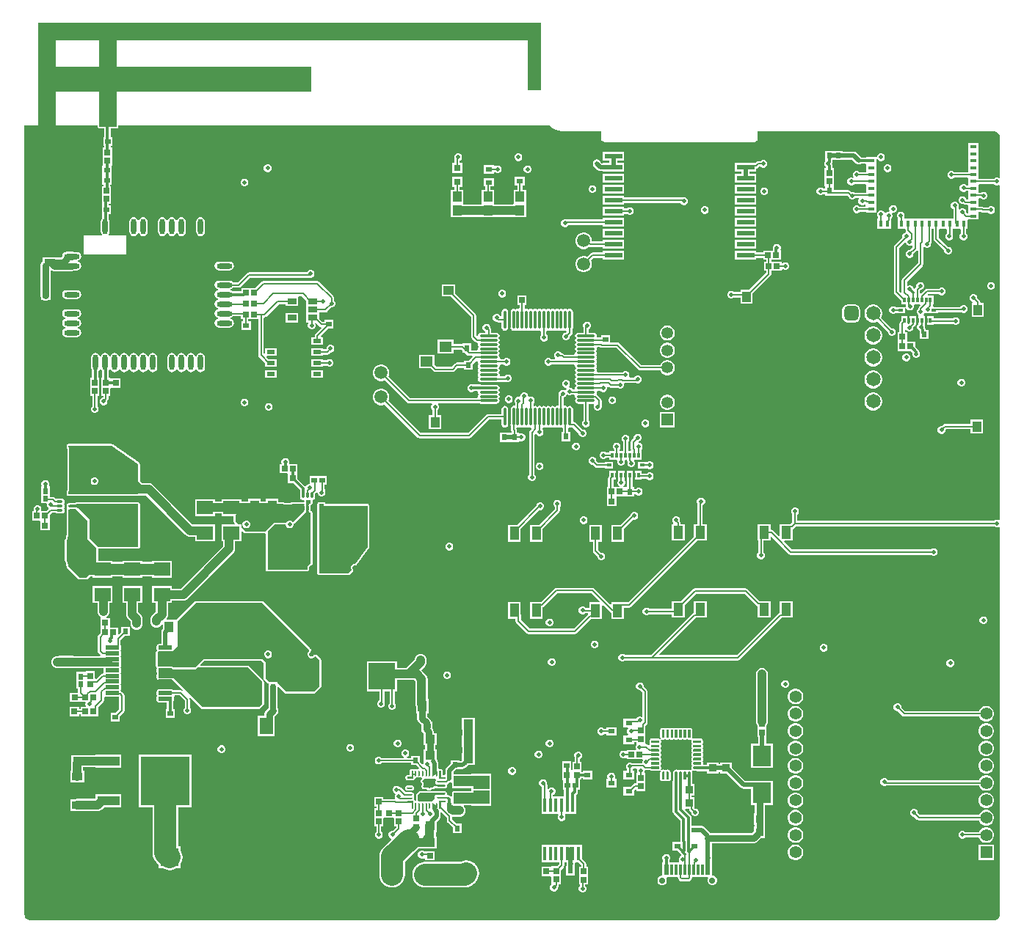
<source format=gtl>
G04*
G04 #@! TF.GenerationSoftware,Altium Limited,Altium Designer,21.9.1 (22)*
G04*
G04 Layer_Physical_Order=1*
G04 Layer_Color=255*
%FSLAX25Y25*%
%MOIN*%
G70*
G04*
G04 #@! TF.SameCoordinates,CDD0097E-41E7-41F5-A71D-9F4D08275E7E*
G04*
G04*
G04 #@! TF.FilePolarity,Positive*
G04*
G01*
G75*
%ADD13C,0.00787*%
%ADD17C,0.00600*%
%ADD28R,0.07874X0.02362*%
%ADD29R,0.04724X0.03937*%
%ADD30R,0.03937X0.04724*%
%ADD31R,0.02441X0.02598*%
%ADD32R,0.02756X0.02559*%
%ADD33R,0.07480X0.06102*%
%ADD34R,0.02598X0.02441*%
G04:AMPARAMS|DCode=35|XSize=26.38mil|YSize=11.81mil|CornerRadius=1.95mil|HoleSize=0mil|Usage=FLASHONLY|Rotation=180.000|XOffset=0mil|YOffset=0mil|HoleType=Round|Shape=RoundedRectangle|*
%AMROUNDEDRECTD35*
21,1,0.02638,0.00791,0,0,180.0*
21,1,0.02248,0.01181,0,0,180.0*
1,1,0.00390,-0.01124,0.00396*
1,1,0.00390,0.01124,0.00396*
1,1,0.00390,0.01124,-0.00396*
1,1,0.00390,-0.01124,-0.00396*
%
%ADD35ROUNDEDRECTD35*%
%ADD36R,0.04351X0.03961*%
%ADD37R,0.03960X0.05151*%
G04:AMPARAMS|DCode=38|XSize=118.11mil|YSize=165.35mil|CornerRadius=1.77mil|HoleSize=0mil|Usage=FLASHONLY|Rotation=0.000|XOffset=0mil|YOffset=0mil|HoleType=Round|Shape=RoundedRectangle|*
%AMROUNDEDRECTD38*
21,1,0.11811,0.16181,0,0,0.0*
21,1,0.11457,0.16535,0,0,0.0*
1,1,0.00354,0.05728,-0.08091*
1,1,0.00354,-0.05728,-0.08091*
1,1,0.00354,-0.05728,0.08091*
1,1,0.00354,0.05728,0.08091*
%
%ADD38ROUNDEDRECTD38*%
G04:AMPARAMS|DCode=39|XSize=17.72mil|YSize=62.99mil|CornerRadius=1.95mil|HoleSize=0mil|Usage=FLASHONLY|Rotation=90.000|XOffset=0mil|YOffset=0mil|HoleType=Round|Shape=RoundedRectangle|*
%AMROUNDEDRECTD39*
21,1,0.01772,0.05909,0,0,90.0*
21,1,0.01382,0.06299,0,0,90.0*
1,1,0.00390,0.02955,0.00691*
1,1,0.00390,0.02955,-0.00691*
1,1,0.00390,-0.02955,-0.00691*
1,1,0.00390,-0.02955,0.00691*
%
%ADD39ROUNDEDRECTD39*%
%ADD40R,0.05151X0.03960*%
%ADD41R,0.02559X0.02756*%
%ADD42R,0.26535X0.24528*%
%ADD43R,0.06000X0.08976*%
%ADD44R,0.12205X0.12205*%
%ADD45R,0.07505X0.06120*%
%ADD46C,0.00754*%
G04:AMPARAMS|DCode=47|XSize=23.62mil|YSize=7.87mil|CornerRadius=1.97mil|HoleSize=0mil|Usage=FLASHONLY|Rotation=270.000|XOffset=0mil|YOffset=0mil|HoleType=Round|Shape=RoundedRectangle|*
%AMROUNDEDRECTD47*
21,1,0.02362,0.00394,0,0,270.0*
21,1,0.01968,0.00787,0,0,270.0*
1,1,0.00394,-0.00197,-0.00984*
1,1,0.00394,-0.00197,0.00984*
1,1,0.00394,0.00197,0.00984*
1,1,0.00394,0.00197,-0.00984*
%
%ADD47ROUNDEDRECTD47*%
%ADD48C,0.00620*%
G04:AMPARAMS|DCode=49|XSize=7.87mil|YSize=23.62mil|CornerRadius=1.97mil|HoleSize=0mil|Usage=FLASHONLY|Rotation=270.000|XOffset=0mil|YOffset=0mil|HoleType=Round|Shape=RoundedRectangle|*
%AMROUNDEDRECTD49*
21,1,0.00787,0.01968,0,0,270.0*
21,1,0.00394,0.02362,0,0,270.0*
1,1,0.00394,-0.00984,-0.00197*
1,1,0.00394,-0.00984,0.00197*
1,1,0.00394,0.00984,0.00197*
1,1,0.00394,0.00984,-0.00197*
%
%ADD49ROUNDEDRECTD49*%
%ADD50C,0.00689*%
G04:AMPARAMS|DCode=51|XSize=27.56mil|YSize=7.87mil|CornerRadius=1.97mil|HoleSize=0mil|Usage=FLASHONLY|Rotation=270.000|XOffset=0mil|YOffset=0mil|HoleType=Round|Shape=RoundedRectangle|*
%AMROUNDEDRECTD51*
21,1,0.02756,0.00394,0,0,270.0*
21,1,0.02362,0.00787,0,0,270.0*
1,1,0.00394,-0.00197,-0.01181*
1,1,0.00394,-0.00197,0.01181*
1,1,0.00394,0.00197,0.01181*
1,1,0.00394,0.00197,-0.01181*
%
%ADD51ROUNDEDRECTD51*%
G04:AMPARAMS|DCode=52|XSize=25.59mil|YSize=7.87mil|CornerRadius=1.97mil|HoleSize=0mil|Usage=FLASHONLY|Rotation=270.000|XOffset=0mil|YOffset=0mil|HoleType=Round|Shape=RoundedRectangle|*
%AMROUNDEDRECTD52*
21,1,0.02559,0.00394,0,0,270.0*
21,1,0.02165,0.00787,0,0,270.0*
1,1,0.00394,-0.00197,-0.01083*
1,1,0.00394,-0.00197,0.01083*
1,1,0.00394,0.00197,0.01083*
1,1,0.00394,0.00197,-0.01083*
%
%ADD52ROUNDEDRECTD52*%
G04:AMPARAMS|DCode=53|XSize=26.77mil|YSize=7.87mil|CornerRadius=1.97mil|HoleSize=0mil|Usage=FLASHONLY|Rotation=270.000|XOffset=0mil|YOffset=0mil|HoleType=Round|Shape=RoundedRectangle|*
%AMROUNDEDRECTD53*
21,1,0.02677,0.00394,0,0,270.0*
21,1,0.02284,0.00787,0,0,270.0*
1,1,0.00394,-0.00197,-0.01142*
1,1,0.00394,-0.00197,0.01142*
1,1,0.00394,0.00197,0.01142*
1,1,0.00394,0.00197,-0.01142*
%
%ADD53ROUNDEDRECTD53*%
G04:AMPARAMS|DCode=54|XSize=7.87mil|YSize=39.37mil|CornerRadius=1.97mil|HoleSize=0mil|Usage=FLASHONLY|Rotation=270.000|XOffset=0mil|YOffset=0mil|HoleType=Round|Shape=RoundedRectangle|*
%AMROUNDEDRECTD54*
21,1,0.00787,0.03543,0,0,270.0*
21,1,0.00394,0.03937,0,0,270.0*
1,1,0.00394,-0.01772,-0.00197*
1,1,0.00394,-0.01772,0.00197*
1,1,0.00394,0.01772,0.00197*
1,1,0.00394,0.01772,-0.00197*
%
%ADD54ROUNDEDRECTD54*%
G04:AMPARAMS|DCode=55|XSize=7.87mil|YSize=37.4mil|CornerRadius=1.97mil|HoleSize=0mil|Usage=FLASHONLY|Rotation=270.000|XOffset=0mil|YOffset=0mil|HoleType=Round|Shape=RoundedRectangle|*
%AMROUNDEDRECTD55*
21,1,0.00787,0.03347,0,0,270.0*
21,1,0.00394,0.03740,0,0,270.0*
1,1,0.00394,-0.01673,-0.00197*
1,1,0.00394,-0.01673,0.00197*
1,1,0.00394,0.01673,0.00197*
1,1,0.00394,0.01673,-0.00197*
%
%ADD55ROUNDEDRECTD55*%
%ADD56R,0.06102X0.07480*%
%ADD57C,0.01063*%
%ADD58R,0.03150X0.02362*%
%ADD59R,0.03347X0.03740*%
%ADD60R,0.03740X0.03347*%
%ADD61R,0.05512X0.04724*%
%ADD62R,0.04331X0.02559*%
%ADD63R,0.03780X0.01968*%
%ADD64R,0.05709X0.05709*%
%ADD65R,0.02756X0.02756*%
%ADD66R,0.01575X0.03150*%
%ADD67R,0.03150X0.01575*%
%ADD68R,0.04134X0.04528*%
%ADD69R,0.04331X0.05906*%
%ADD70C,0.02000*%
%ADD71O,0.07087X0.02362*%
%ADD72O,0.02362X0.07087*%
%ADD73R,0.04803X0.03583*%
%ADD74R,0.01378X0.02323*%
%ADD75R,0.02323X0.01378*%
%ADD76O,0.08268X0.01181*%
%ADD77O,0.01181X0.08268*%
%ADD78R,0.03150X0.02362*%
%ADD79R,0.03150X0.03150*%
%ADD80R,0.01181X0.05118*%
%ADD81R,0.02362X0.05118*%
%ADD82R,0.11811X0.06890*%
G04:AMPARAMS|DCode=83|XSize=26.38mil|YSize=11.81mil|CornerRadius=1.95mil|HoleSize=0mil|Usage=FLASHONLY|Rotation=90.000|XOffset=0mil|YOffset=0mil|HoleType=Round|Shape=RoundedRectangle|*
%AMROUNDEDRECTD83*
21,1,0.02638,0.00791,0,0,90.0*
21,1,0.02248,0.01181,0,0,90.0*
1,1,0.00390,0.00396,0.01124*
1,1,0.00390,0.00396,-0.01124*
1,1,0.00390,-0.00396,-0.01124*
1,1,0.00390,-0.00396,0.01124*
%
%ADD83ROUNDEDRECTD83*%
%ADD84R,0.06890X0.11811*%
%ADD85R,0.03961X0.04351*%
%ADD86R,0.10236X0.04173*%
%ADD87R,0.22441X0.22173*%
%ADD88R,0.08268X0.09252*%
%ADD100R,0.01378X0.06299*%
%ADD101C,0.11870*%
%ADD102R,0.02756X0.03937*%
%ADD103R,0.02756X0.02362*%
%ADD134R,0.05512X0.05512*%
%ADD135C,0.05512*%
%ADD145C,0.08465*%
%ADD146R,0.08465X0.08465*%
%ADD148C,0.05906*%
%ADD149R,0.10906X0.15354*%
%ADD150C,0.03937*%
%ADD151C,0.01378*%
%ADD152C,0.01181*%
%ADD153C,0.01968*%
%ADD154C,0.10000*%
%ADD155C,0.02953*%
%ADD156C,0.05000*%
%ADD157C,0.00800*%
%ADD158C,0.02500*%
%ADD159R,0.07874X0.47244*%
%ADD160R,2.28347X0.07874*%
%ADD161R,0.07874X0.47244*%
%ADD162R,1.20453X0.11811*%
%ADD163R,0.06260X0.30709*%
%ADD164C,0.19685*%
%ADD165C,0.06496*%
G04:AMPARAMS|DCode=166|XSize=64.96mil|YSize=64.96mil|CornerRadius=16.24mil|HoleSize=0mil|Usage=FLASHONLY|Rotation=270.000|XOffset=0mil|YOffset=0mil|HoleType=Round|Shape=RoundedRectangle|*
%AMROUNDEDRECTD166*
21,1,0.06496,0.03248,0,0,270.0*
21,1,0.03248,0.06496,0,0,270.0*
1,1,0.03248,-0.01624,-0.01624*
1,1,0.03248,-0.01624,0.01624*
1,1,0.03248,0.01624,0.01624*
1,1,0.03248,0.01624,-0.01624*
%
%ADD166ROUNDEDRECTD166*%
%ADD167R,0.05315X0.05315*%
%ADD168C,0.05315*%
%ADD169C,0.02756*%
%ADD170O,0.04724X0.07087*%
%ADD171O,0.04724X0.08661*%
G04:AMPARAMS|DCode=172|XSize=82.68mil|YSize=82.68mil|CornerRadius=20.67mil|HoleSize=0mil|Usage=FLASHONLY|Rotation=0.000|XOffset=0mil|YOffset=0mil|HoleType=Round|Shape=RoundedRectangle|*
%AMROUNDEDRECTD172*
21,1,0.08268,0.04134,0,0,0.0*
21,1,0.04134,0.08268,0,0,0.0*
1,1,0.04134,0.02067,-0.02067*
1,1,0.04134,-0.02067,-0.02067*
1,1,0.04134,-0.02067,0.02067*
1,1,0.04134,0.02067,0.02067*
%
%ADD172ROUNDEDRECTD172*%
%ADD173C,0.08268*%
%ADD174C,0.01968*%
G36*
X994526Y830526D02*
X995592Y829652D01*
X996808Y829002D01*
X998128Y828601D01*
X999447Y828471D01*
X999500Y828461D01*
X1017471D01*
Y825000D01*
X1017587Y824415D01*
X1017919Y823919D01*
X1018415Y823587D01*
X1019000Y823471D01*
X1087000D01*
X1087585Y823587D01*
X1088081Y823919D01*
X1088413Y824415D01*
X1088529Y825000D01*
Y828461D01*
X1195500D01*
X1195544Y828470D01*
X1196270Y828374D01*
X1196988Y828077D01*
X1197604Y827604D01*
X1198077Y826988D01*
X1198374Y826270D01*
X1198470Y825544D01*
X1198461Y825500D01*
Y807198D01*
X1197961Y807020D01*
X1197352Y807272D01*
X1196648D01*
X1195996Y807002D01*
X1195699Y806704D01*
X1189127D01*
X1188815Y807075D01*
X1188815Y807575D01*
Y810224D01*
Y812874D01*
X1188815Y813374D01*
X1188815Y813874D01*
X1188815Y816524D01*
X1188815Y817024D01*
Y819673D01*
Y822823D01*
X1184091D01*
Y819673D01*
X1184091Y816524D01*
X1184091Y816024D01*
X1184091Y813374D01*
X1184091Y812874D01*
Y809779D01*
X1177726D01*
X1177504Y810002D01*
X1176852Y810272D01*
X1176148D01*
X1175496Y810002D01*
X1174998Y809504D01*
X1174728Y808852D01*
Y808148D01*
X1174998Y807496D01*
X1175496Y806998D01*
X1176148Y806728D01*
X1176852D01*
X1177504Y806998D01*
X1177876Y807371D01*
X1183713D01*
X1184091Y807075D01*
X1184091Y806575D01*
X1184091Y803925D01*
X1183713Y803629D01*
X1183376D01*
X1183004Y804002D01*
X1182352Y804272D01*
X1181648D01*
X1180996Y804002D01*
X1180498Y803504D01*
X1180228Y802852D01*
Y802148D01*
X1180498Y801496D01*
X1180996Y800998D01*
X1181648Y800728D01*
X1182352D01*
X1183004Y800998D01*
X1183226Y801221D01*
X1184091D01*
X1184091Y797626D01*
X1183778Y797255D01*
X1183272D01*
Y797352D01*
X1183002Y798004D01*
X1182504Y798502D01*
X1181852Y798772D01*
X1181148D01*
X1180496Y798502D01*
X1179998Y798004D01*
X1179728Y797352D01*
Y796648D01*
X1179998Y795996D01*
X1180496Y795498D01*
X1181148Y795228D01*
X1181852D01*
X1181878Y795239D01*
X1181917Y795200D01*
X1181917Y795200D01*
X1182308Y794939D01*
X1182768Y794847D01*
X1183778D01*
X1184091Y794476D01*
X1184091Y793976D01*
Y791320D01*
X1183650Y791137D01*
X1183272Y791447D01*
Y791852D01*
X1183002Y792504D01*
X1182504Y793002D01*
X1181852Y793272D01*
X1181148D01*
X1180496Y793002D01*
X1180303Y792808D01*
X1179803Y793015D01*
Y793582D01*
X1179717Y794015D01*
X1179772Y794148D01*
Y794852D01*
X1179502Y795504D01*
X1179004Y796002D01*
X1178352Y796272D01*
X1177648D01*
X1176996Y796002D01*
X1176498Y795504D01*
X1176228Y794852D01*
Y794148D01*
X1176498Y793496D01*
X1176996Y792998D01*
X1177394Y792833D01*
Y788571D01*
X1174248Y788571D01*
X1173748Y788571D01*
X1171098Y788571D01*
X1170598Y788571D01*
X1165299D01*
X1164799Y788571D01*
Y788571D01*
X1164799D01*
Y788571D01*
X1162150D01*
X1161650Y788571D01*
Y788571D01*
X1161650D01*
Y788571D01*
X1155850D01*
X1155350Y788571D01*
X1155170Y788723D01*
X1155033Y789071D01*
X1155272Y789648D01*
Y790352D01*
X1155002Y791004D01*
X1154504Y791502D01*
X1153852Y791772D01*
X1153148D01*
X1152496Y791502D01*
X1151998Y791004D01*
X1151728Y790352D01*
Y789648D01*
X1151998Y788996D01*
X1152001Y788994D01*
X1152201Y788571D01*
X1152201D01*
X1152201Y788571D01*
Y783847D01*
X1155350Y783847D01*
X1155721Y783534D01*
Y783195D01*
X1155721Y783194D01*
X1155805Y782772D01*
X1155801Y782710D01*
X1155548Y782230D01*
X1154996Y782002D01*
X1154498Y781504D01*
X1154228Y780852D01*
Y780148D01*
X1154239Y780122D01*
X1150648Y776532D01*
X1150387Y776141D01*
X1150296Y775680D01*
X1150296Y775680D01*
Y755221D01*
X1150296Y755221D01*
X1150387Y754760D01*
X1150648Y754369D01*
X1153658Y751360D01*
Y749638D01*
X1155461D01*
X1155673Y749552D01*
X1155882Y749049D01*
X1155850Y748973D01*
Y748714D01*
X1155449Y748476D01*
X1155350Y748476D01*
X1151551D01*
Y748476D01*
X1151051Y748454D01*
X1151004Y748502D01*
X1150352Y748772D01*
X1149648D01*
X1148996Y748502D01*
X1148498Y748004D01*
X1148228Y747352D01*
Y746648D01*
X1148498Y745996D01*
X1148996Y745498D01*
X1149648Y745228D01*
X1150352D01*
X1151004Y745498D01*
X1151051Y745546D01*
X1151551Y745524D01*
Y745524D01*
X1155449D01*
Y747931D01*
X1155949Y748031D01*
X1156120Y747617D01*
X1156618Y747119D01*
X1157270Y746849D01*
X1157975D01*
X1158626Y747119D01*
X1159124Y747617D01*
X1159394Y748269D01*
Y748973D01*
X1159326Y749138D01*
X1159660Y749638D01*
X1162197D01*
X1162389Y749176D01*
X1161648Y748436D01*
X1161387Y748045D01*
X1161296Y747584D01*
X1161296Y747584D01*
Y747418D01*
X1161064Y747186D01*
X1160794Y746535D01*
Y745830D01*
X1161064Y745179D01*
X1161425Y744818D01*
X1161532Y744362D01*
X1161532Y744152D01*
Y740776D01*
X1161195Y740439D01*
X1160925Y739788D01*
Y739083D01*
X1161195Y738432D01*
X1161693Y737933D01*
X1161732Y737917D01*
X1161965Y737569D01*
Y736594D01*
X1161992Y736459D01*
Y733878D01*
X1166008D01*
Y738051D01*
X1164775D01*
Y738130D01*
X1164668Y738668D01*
X1164439Y739011D01*
X1164468Y739083D01*
Y739788D01*
X1164395Y739965D01*
X1164484Y740465D01*
X1164484D01*
Y744362D01*
X1163958D01*
X1163751Y744862D01*
X1164068Y745179D01*
X1164230Y745570D01*
X1164567Y745811D01*
X1164821Y745791D01*
X1165293Y745595D01*
X1165998D01*
X1166322Y745729D01*
X1166630Y745524D01*
Y745524D01*
X1170527D01*
Y746070D01*
X1180925D01*
X1180996Y745998D01*
X1181648Y745728D01*
X1182352D01*
X1183004Y745998D01*
X1183502Y746496D01*
X1183772Y747148D01*
Y747852D01*
X1183502Y748504D01*
X1183004Y749002D01*
X1182352Y749272D01*
X1181648D01*
X1180996Y749002D01*
X1180498Y748504D01*
X1180488Y748478D01*
X1168853D01*
X1168853Y748478D01*
X1168843Y748476D01*
X1168558D01*
X1168147Y748976D01*
X1168149Y748986D01*
Y749638D01*
X1168421D01*
Y753535D01*
X1165899D01*
X1165692Y754007D01*
X1165924Y754296D01*
X1170699D01*
X1170996Y753998D01*
X1171648Y753728D01*
X1172352D01*
X1173004Y753998D01*
X1173502Y754496D01*
X1173772Y755148D01*
Y755852D01*
X1173502Y756504D01*
X1173004Y757002D01*
X1172352Y757272D01*
X1171648D01*
X1170996Y757002D01*
X1170699Y756704D01*
X1165369D01*
X1164908Y756613D01*
X1164517Y756352D01*
X1162704Y754538D01*
X1162204Y754745D01*
Y755817D01*
X1162616Y756228D01*
X1162730D01*
X1163381Y756498D01*
X1163880Y756996D01*
X1164150Y757648D01*
Y758352D01*
X1163880Y759004D01*
X1163381Y759502D01*
X1162730Y759772D01*
X1162026D01*
X1161374Y759502D01*
X1160876Y759004D01*
X1160606Y758352D01*
Y757648D01*
X1160613Y757632D01*
X1160149Y757167D01*
X1159900Y756795D01*
X1159883Y756776D01*
X1159772Y756746D01*
X1159272Y756852D01*
X1159002Y757504D01*
X1158504Y758002D01*
X1157852Y758272D01*
X1157148D01*
X1156826Y758139D01*
X1156326Y758473D01*
Y760123D01*
X1163352Y767148D01*
X1163352Y767148D01*
X1163613Y767539D01*
X1163704Y768000D01*
X1163704Y768000D01*
Y775583D01*
X1164204Y775790D01*
X1164496Y775498D01*
X1165148Y775228D01*
X1165852D01*
X1166504Y775498D01*
X1167002Y775996D01*
X1167272Y776648D01*
Y777352D01*
X1167257Y777389D01*
X1167487Y777733D01*
X1167578Y778194D01*
Y783847D01*
X1168319D01*
Y779476D01*
X1168319Y779476D01*
X1168411Y779015D01*
X1168672Y778625D01*
X1173228Y774069D01*
Y773648D01*
X1173498Y772996D01*
X1173996Y772498D01*
X1174648Y772228D01*
X1175352D01*
X1176004Y772498D01*
X1176502Y772996D01*
X1176772Y773648D01*
Y774352D01*
X1176502Y775004D01*
X1176004Y775502D01*
X1175352Y775772D01*
X1174931D01*
X1170728Y779975D01*
Y783534D01*
X1171098Y783847D01*
X1171598Y783847D01*
X1174248Y783847D01*
X1174619Y783534D01*
Y782053D01*
X1174496Y782002D01*
X1173998Y781504D01*
X1173728Y780852D01*
Y780148D01*
X1173998Y779496D01*
X1174496Y778998D01*
X1175148Y778728D01*
X1175852D01*
X1176504Y778998D01*
X1177002Y779496D01*
X1177272Y780148D01*
Y780852D01*
X1177027Y781443D01*
Y783847D01*
X1180547D01*
X1180857Y783475D01*
Y781862D01*
X1180498Y781504D01*
X1180228Y780852D01*
Y780148D01*
X1180498Y779496D01*
X1180996Y778998D01*
X1181648Y778728D01*
X1182352D01*
X1183004Y778998D01*
X1183502Y779496D01*
X1183772Y780148D01*
Y780852D01*
X1183502Y781504D01*
X1183265Y781740D01*
Y783847D01*
X1183697D01*
Y787921D01*
X1184091Y788177D01*
X1188815D01*
Y791697D01*
X1189898D01*
X1189946Y791648D01*
X1189947Y791648D01*
X1190337Y791387D01*
X1190798Y791296D01*
X1190798Y791296D01*
X1193199D01*
X1193496Y790998D01*
X1194148Y790728D01*
X1194852D01*
X1195504Y790998D01*
X1196002Y791496D01*
X1196272Y792148D01*
Y792852D01*
X1196002Y793504D01*
X1195504Y794002D01*
X1194852Y794272D01*
X1194148D01*
X1193496Y794002D01*
X1193199Y793704D01*
X1191297D01*
X1191248Y793753D01*
X1190857Y794014D01*
X1190396Y794106D01*
X1190396Y794106D01*
X1189127D01*
X1188815Y794476D01*
X1188815Y794976D01*
X1188815Y797626D01*
X1189036Y797888D01*
X1189062Y797894D01*
X1189585Y797910D01*
X1189996Y797498D01*
X1190648Y797228D01*
X1191352D01*
X1192004Y797498D01*
X1192502Y797996D01*
X1192772Y798648D01*
Y799352D01*
X1192502Y800004D01*
X1192004Y800502D01*
X1191352Y800772D01*
X1190648D01*
X1189996Y800502D01*
X1189900Y800405D01*
X1188815D01*
Y803425D01*
X1188815Y803925D01*
X1189127Y804296D01*
X1195699D01*
X1195996Y803998D01*
X1196648Y803728D01*
X1197352D01*
X1197961Y803980D01*
X1198461Y803802D01*
Y651698D01*
X1197961Y651520D01*
X1197352Y651772D01*
X1196648D01*
X1195996Y651502D01*
X1195699Y651204D01*
X1106620D01*
Y654115D01*
X1107002Y654496D01*
X1107272Y655148D01*
Y655852D01*
X1107002Y656504D01*
X1106504Y657002D01*
X1105852Y657272D01*
X1105148D01*
X1104496Y657002D01*
X1103998Y656504D01*
X1103728Y655852D01*
Y655148D01*
X1103998Y654496D01*
X1104212Y654283D01*
Y650499D01*
X1103471Y649758D01*
X1103182D01*
X1103182Y649758D01*
X1103065Y649734D01*
X1098458D01*
Y644515D01*
X1097996Y644324D01*
X1097608Y644711D01*
X1097608Y644711D01*
X1097608Y644711D01*
X1095473Y646846D01*
X1095083Y647107D01*
X1094622Y647199D01*
X1094363Y647581D01*
Y649734D01*
X1088457D01*
Y642254D01*
X1088796D01*
Y636801D01*
X1088498Y636504D01*
X1088228Y635852D01*
Y635148D01*
X1088498Y634496D01*
X1088996Y633998D01*
X1089648Y633728D01*
X1090352D01*
X1091004Y633998D01*
X1091502Y634496D01*
X1091772Y635148D01*
Y635852D01*
X1091502Y636504D01*
X1091204Y636801D01*
Y642254D01*
X1094363D01*
Y643897D01*
X1094825Y644088D01*
X1095905Y643009D01*
X1095905Y643008D01*
X1102765Y636149D01*
X1102765Y636149D01*
X1103155Y635887D01*
X1103616Y635796D01*
X1167199D01*
X1167496Y635498D01*
X1168148Y635228D01*
X1168852D01*
X1169504Y635498D01*
X1170002Y635996D01*
X1170272Y636648D01*
Y637352D01*
X1170002Y638004D01*
X1169504Y638502D01*
X1168852Y638772D01*
X1168148D01*
X1167496Y638502D01*
X1167199Y638204D01*
X1104115D01*
X1100527Y641792D01*
X1100718Y642254D01*
X1104363D01*
Y647428D01*
X1104430Y647441D01*
X1104821Y647702D01*
X1105915Y648796D01*
X1195699D01*
X1195996Y648498D01*
X1196648Y648228D01*
X1197352D01*
X1197961Y648480D01*
X1198461Y648302D01*
Y472500D01*
X1198470Y472456D01*
X1198374Y471730D01*
X1198077Y471012D01*
X1197604Y470396D01*
X1196988Y469923D01*
X1196270Y469626D01*
X1195544Y469530D01*
X1195500Y469539D01*
X758500D01*
X758456Y469530D01*
X757730Y469626D01*
X757012Y469923D01*
X756396Y470396D01*
X755923Y471012D01*
X755626Y471730D01*
X755530Y472456D01*
X755539Y472500D01*
X755539Y831000D01*
X788756D01*
Y830500D01*
X788817Y830193D01*
X788991Y829932D01*
X789252Y829758D01*
X789559Y829697D01*
X791727D01*
Y825508D01*
X791413D01*
Y821492D01*
X791727D01*
Y820905D01*
X791165D01*
Y816575D01*
Y812835D01*
X790913Y812508D01*
X790913D01*
Y808492D01*
X790913D01*
Y808008D01*
X790913D01*
Y803992D01*
X791477D01*
Y803405D01*
X790665D01*
Y799075D01*
Y795335D01*
X790860D01*
Y794508D01*
X790681D01*
Y790492D01*
X790860D01*
Y788850D01*
X790758Y788781D01*
X790323Y788130D01*
X790170Y787362D01*
Y782638D01*
X790323Y781870D01*
X790660Y781366D01*
X790454Y780866D01*
X782413D01*
Y772401D01*
X801902D01*
Y780866D01*
X793900D01*
X793695Y781366D01*
X794031Y781870D01*
X794184Y782638D01*
Y787362D01*
X794031Y788130D01*
X793871Y788371D01*
Y790492D01*
X794854D01*
Y794508D01*
X793871D01*
Y795335D01*
X794799D01*
Y799075D01*
Y803405D01*
X794488D01*
Y803992D01*
X795087D01*
Y808008D01*
X795087D01*
Y808492D01*
X795087D01*
Y812508D01*
X795299Y812835D01*
X795299D01*
Y816575D01*
Y820905D01*
X794738D01*
Y821492D01*
X795587D01*
Y825508D01*
X794738D01*
Y829697D01*
X797433D01*
X797740Y829758D01*
X798001Y829932D01*
X798175Y830193D01*
X798236Y830500D01*
Y831000D01*
X994138D01*
X994526Y830526D01*
D02*
G37*
G36*
X1155772Y777542D02*
X1155998Y776996D01*
X1156496Y776498D01*
X1157148Y776228D01*
X1157852D01*
X1158371Y776443D01*
X1158871Y776212D01*
Y775574D01*
X1157569Y774272D01*
X1157148D01*
X1156496Y774002D01*
X1155998Y773504D01*
X1155728Y772852D01*
Y772148D01*
X1155998Y771496D01*
X1156496Y770998D01*
X1157148Y770728D01*
X1157852D01*
X1158504Y770998D01*
X1159002Y771496D01*
X1159272Y772148D01*
Y772569D01*
X1160796Y774093D01*
X1161296Y773908D01*
Y768499D01*
X1154270Y761474D01*
X1154010Y761083D01*
X1153918Y760622D01*
X1153918Y760622D01*
Y755213D01*
X1153693Y755059D01*
X1153434Y754990D01*
X1152704Y755719D01*
Y775182D01*
X1155266Y777744D01*
X1155772Y777542D01*
D02*
G37*
%LPC*%
G36*
X980160Y818358D02*
X979455D01*
X978804Y818088D01*
X978305Y817590D01*
X978036Y816939D01*
Y816234D01*
X978305Y815583D01*
X978804Y815085D01*
X979455Y814815D01*
X980160D01*
X980811Y815085D01*
X981309Y815583D01*
X981579Y816234D01*
Y816939D01*
X981309Y817590D01*
X980811Y818088D01*
X980160Y818358D01*
D02*
G37*
G36*
X1127008Y819354D02*
X1122992D01*
Y819354D01*
X1118992D01*
Y815181D01*
X1118992D01*
X1119176Y814681D01*
X1118998Y814504D01*
X1118728Y813852D01*
Y813148D01*
X1118998Y812496D01*
X1119459Y812035D01*
X1119441Y811862D01*
X1119307Y811535D01*
X1118933D01*
Y807205D01*
Y803794D01*
X1118933Y803465D01*
X1118933D01*
X1118992Y803319D01*
X1118992Y803319D01*
Y802204D01*
X1118301D01*
X1118004Y802502D01*
X1117352Y802772D01*
X1116648D01*
X1115996Y802502D01*
X1115498Y802004D01*
X1115228Y801352D01*
Y800648D01*
X1115498Y799996D01*
X1115996Y799498D01*
X1116648Y799228D01*
X1117352D01*
X1118004Y799498D01*
X1118301Y799796D01*
X1118992D01*
Y799146D01*
X1121710D01*
X1121827Y799122D01*
X1121827Y799122D01*
X1129259D01*
X1129767Y798614D01*
X1130004Y798043D01*
X1130502Y797544D01*
X1131154Y797275D01*
X1131858D01*
X1132510Y797544D01*
X1132962Y797997D01*
X1134338D01*
X1134529Y797535D01*
X1134498Y797504D01*
X1134228Y796852D01*
Y796148D01*
X1134498Y795496D01*
X1134996Y794998D01*
X1135648Y794728D01*
X1136352D01*
X1137004Y794998D01*
X1137097Y795092D01*
X1137547Y794919D01*
X1137617Y794483D01*
X1137304Y794093D01*
X1134855D01*
X1134570Y794378D01*
X1133919Y794648D01*
X1133214D01*
X1132563Y794378D01*
X1132065Y793880D01*
X1131795Y793229D01*
Y792524D01*
X1132065Y791873D01*
X1132563Y791374D01*
X1133214Y791105D01*
X1133919D01*
X1134570Y791374D01*
X1134881Y791685D01*
X1137634D01*
Y791327D01*
X1142358D01*
Y793976D01*
X1142358Y794476D01*
X1142358Y794976D01*
Y797126D01*
X1142358Y797626D01*
X1142358D01*
Y797626D01*
X1142358D01*
Y800776D01*
X1142358Y803925D01*
X1142358Y804425D01*
X1142358Y807075D01*
X1142358Y807575D01*
Y810224D01*
Y812874D01*
X1142358Y813374D01*
X1142358Y813874D01*
Y815734D01*
X1142858Y815834D01*
X1142998Y815496D01*
X1143496Y814998D01*
X1144148Y814728D01*
X1144852D01*
X1145504Y814998D01*
X1146002Y815496D01*
X1146272Y816148D01*
Y816852D01*
X1146002Y817504D01*
X1145504Y818002D01*
X1144852Y818272D01*
X1144148D01*
X1143496Y818002D01*
X1142998Y817504D01*
X1142728Y816852D01*
Y816837D01*
X1142358Y816524D01*
X1142228Y816524D01*
X1137634D01*
Y816354D01*
X1135701D01*
X1133510Y818545D01*
X1132924Y818937D01*
X1132232Y819074D01*
X1127008D01*
Y819354D01*
D02*
G37*
G36*
X1091352Y815272D02*
X1090648D01*
X1089996Y815002D01*
X1089699Y814704D01*
X1088633D01*
X1088633Y814704D01*
X1088172Y814613D01*
X1087781Y814351D01*
X1087781Y814351D01*
X1087398Y813968D01*
X1078276D01*
Y810032D01*
X1081194D01*
Y808969D01*
X1078276D01*
Y805031D01*
X1087724D01*
Y808969D01*
X1084806D01*
Y810032D01*
X1087724D01*
Y811333D01*
X1088118Y811412D01*
X1088508Y811673D01*
X1089132Y812296D01*
X1089699D01*
X1089996Y811998D01*
X1090648Y811728D01*
X1091352D01*
X1092004Y811998D01*
X1092502Y812496D01*
X1092772Y813148D01*
Y813852D01*
X1092502Y814504D01*
X1092004Y815002D01*
X1091352Y815272D01*
D02*
G37*
G36*
X1027724Y818968D02*
X1018276D01*
Y815032D01*
X1021194D01*
Y813968D01*
X1018276D01*
Y813806D01*
X1017748D01*
X1017153Y814401D01*
X1016977Y814666D01*
X1016941Y814751D01*
X1016876Y814816D01*
X1016777Y814964D01*
X1016717Y815025D01*
X1016569Y815123D01*
X1016443Y815249D01*
X1016279Y815317D01*
X1016131Y815416D01*
X1015956Y815451D01*
X1015792Y815519D01*
X1015614D01*
X1015439Y815554D01*
X1015265Y815519D01*
X1015087D01*
X1014923Y815451D01*
X1014748Y815416D01*
X1014600Y815317D01*
X1014436Y815249D01*
X1014310Y815123D01*
X1014162Y815025D01*
X1014063Y814877D01*
X1013937Y814751D01*
X1013869Y814587D01*
X1013771Y814439D01*
X1013736Y814264D01*
X1013668Y814100D01*
Y813922D01*
X1013633Y813747D01*
X1013668Y813573D01*
Y813395D01*
X1013736Y813231D01*
X1013771Y813056D01*
X1013787Y813032D01*
X1013831Y812809D01*
X1014223Y812223D01*
X1015723Y810723D01*
X1016309Y810331D01*
X1017000Y810194D01*
X1018276D01*
Y810032D01*
X1027724D01*
Y813968D01*
X1024806D01*
Y815032D01*
X1027724D01*
Y818968D01*
D02*
G37*
G36*
X1147852Y813272D02*
X1147148D01*
X1146496Y813002D01*
X1145998Y812504D01*
X1145728Y811852D01*
Y811148D01*
X1145998Y810496D01*
X1146496Y809998D01*
X1147148Y809728D01*
X1147852D01*
X1148504Y809998D01*
X1149002Y810496D01*
X1149272Y811148D01*
Y811852D01*
X1149002Y812504D01*
X1148504Y813002D01*
X1147852Y813272D01*
D02*
G37*
G36*
X866352D02*
X865648D01*
X864996Y813002D01*
X864498Y812504D01*
X864228Y811852D01*
Y811148D01*
X864498Y810496D01*
X864996Y809998D01*
X865648Y809728D01*
X866352D01*
X867004Y809998D01*
X867502Y810496D01*
X867772Y811148D01*
Y811852D01*
X867502Y812504D01*
X867004Y813002D01*
X866352Y813272D01*
D02*
G37*
G36*
X952852Y818272D02*
X952148D01*
X951496Y818002D01*
X950998Y817504D01*
X950728Y816852D01*
Y816148D01*
X950796Y815985D01*
Y814012D01*
X949638D01*
Y809287D01*
X954362D01*
Y814012D01*
X953204D01*
Y814874D01*
X953504Y814998D01*
X954002Y815496D01*
X954272Y816148D01*
Y816852D01*
X954002Y817504D01*
X953504Y818002D01*
X952852Y818272D01*
D02*
G37*
G36*
X984352Y812772D02*
X983648D01*
X982996Y812502D01*
X982498Y812004D01*
X982228Y811352D01*
Y810648D01*
X982498Y809996D01*
X982996Y809498D01*
X983648Y809228D01*
X984352D01*
X985004Y809498D01*
X985502Y809996D01*
X985772Y810648D01*
Y811352D01*
X985502Y812004D01*
X985004Y812502D01*
X984352Y812772D01*
D02*
G37*
G36*
X968862Y812823D02*
X964138D01*
Y808886D01*
X968862D01*
Y809607D01*
X969362Y809632D01*
X969496Y809498D01*
X970148Y809228D01*
X970852D01*
X971504Y809498D01*
X972002Y809996D01*
X972272Y810648D01*
Y811352D01*
X972002Y812004D01*
X971504Y812502D01*
X970852Y812772D01*
X970148D01*
X969496Y812502D01*
X969362Y812368D01*
X968862Y812575D01*
Y812823D01*
D02*
G37*
G36*
X1027724Y808969D02*
X1018276D01*
Y805031D01*
X1027724D01*
Y808969D01*
D02*
G37*
G36*
X855852Y806772D02*
X855148D01*
X854496Y806502D01*
X853998Y806004D01*
X853728Y805352D01*
Y804648D01*
X853998Y803996D01*
X854496Y803498D01*
X855148Y803228D01*
X855852D01*
X856504Y803498D01*
X857002Y803996D01*
X857272Y804648D01*
Y805352D01*
X857002Y806004D01*
X856504Y806502D01*
X855852Y806772D01*
D02*
G37*
G36*
X1013852Y803772D02*
X1013148D01*
X1012496Y803502D01*
X1011998Y803004D01*
X1011728Y802352D01*
Y801648D01*
X1011998Y800996D01*
X1012496Y800498D01*
X1013148Y800228D01*
X1013852D01*
X1014504Y800498D01*
X1015002Y800996D01*
X1015272Y801648D01*
Y802352D01*
X1015002Y803004D01*
X1014504Y803502D01*
X1013852Y803772D01*
D02*
G37*
G36*
X1087724Y803969D02*
X1078276D01*
Y800031D01*
X1087724D01*
Y803969D01*
D02*
G37*
G36*
X1027724D02*
X1018276D01*
Y800031D01*
X1027724D01*
Y803969D01*
D02*
G37*
G36*
X1091852Y802772D02*
X1091148D01*
X1090496Y802502D01*
X1089998Y802004D01*
X1089728Y801352D01*
Y800648D01*
X1089998Y799996D01*
X1090496Y799498D01*
X1091148Y799228D01*
X1091852D01*
X1092504Y799498D01*
X1093002Y799996D01*
X1093272Y800648D01*
Y801352D01*
X1093002Y802004D01*
X1092504Y802502D01*
X1091852Y802772D01*
D02*
G37*
G36*
X1087724Y798969D02*
X1078276D01*
Y795031D01*
X1087724D01*
Y798969D01*
D02*
G37*
G36*
X1027724D02*
X1018276D01*
Y795031D01*
X1027724D01*
Y795796D01*
X1053374D01*
X1053498Y795496D01*
X1053996Y794998D01*
X1054648Y794728D01*
X1055352D01*
X1056004Y794998D01*
X1056502Y795496D01*
X1056772Y796148D01*
Y796852D01*
X1056502Y797504D01*
X1056004Y798002D01*
X1055352Y798272D01*
X1054648D01*
X1054485Y798204D01*
X1027724D01*
Y798969D01*
D02*
G37*
G36*
X1150352Y794772D02*
X1149648D01*
X1148996Y794502D01*
X1148498Y794004D01*
X1148228Y793352D01*
Y792648D01*
X1148391Y792256D01*
X1148070Y791772D01*
X1147648D01*
X1146996Y791502D01*
X1146676Y791182D01*
X1146108Y791258D01*
X1146102Y791261D01*
X1146002Y791504D01*
X1145504Y792002D01*
X1144852Y792272D01*
X1144148D01*
X1143496Y792002D01*
X1142998Y791504D01*
X1142728Y790852D01*
Y790148D01*
X1142998Y789496D01*
X1143209Y789285D01*
Y788571D01*
X1142752D01*
Y783847D01*
X1145402D01*
X1145901Y783847D01*
Y783846D01*
X1145902D01*
Y783847D01*
X1149051D01*
Y786486D01*
X1149074Y786602D01*
X1149074Y786602D01*
Y787333D01*
X1149113Y787390D01*
X1149204Y787851D01*
Y788699D01*
X1149502Y788996D01*
X1149772Y789648D01*
Y790352D01*
X1149609Y790744D01*
X1149930Y791228D01*
X1150352D01*
X1151004Y791498D01*
X1151502Y791996D01*
X1151772Y792648D01*
Y793352D01*
X1151502Y794004D01*
X1151004Y794502D01*
X1150352Y794772D01*
D02*
G37*
G36*
X1064852Y794272D02*
X1064148D01*
X1063496Y794002D01*
X1062998Y793504D01*
X1062728Y792852D01*
Y792148D01*
X1062998Y791496D01*
X1063496Y790998D01*
X1064148Y790728D01*
X1064852D01*
X1065504Y790998D01*
X1066002Y791496D01*
X1066272Y792148D01*
Y792852D01*
X1066002Y793504D01*
X1065504Y794002D01*
X1064852Y794272D01*
D02*
G37*
G36*
X1027724Y793968D02*
X1018276D01*
Y790031D01*
X1027724D01*
Y790796D01*
X1029199D01*
X1029496Y790498D01*
X1030148Y790228D01*
X1030852D01*
X1031504Y790498D01*
X1032002Y790996D01*
X1032272Y791648D01*
Y792352D01*
X1032002Y793004D01*
X1031504Y793502D01*
X1030852Y793772D01*
X1030148D01*
X1029496Y793502D01*
X1029199Y793204D01*
X1027724D01*
Y793968D01*
D02*
G37*
G36*
X1087724D02*
X1078276D01*
Y790031D01*
X1087724D01*
Y793968D01*
D02*
G37*
G36*
X954362Y807713D02*
X949638D01*
Y802988D01*
X950796D01*
Y801799D01*
X949146D01*
Y795803D01*
X949146Y795697D01*
Y795303D01*
X949146Y795197D01*
Y789201D01*
X954854D01*
Y789472D01*
X963146D01*
Y789201D01*
X968854D01*
Y789472D01*
X977646D01*
Y789201D01*
X983354D01*
Y795197D01*
X983354Y795303D01*
Y795697D01*
X983354Y795803D01*
Y801799D01*
X981704D01*
Y803677D01*
X982862D01*
Y807614D01*
X978138D01*
Y803677D01*
X979296D01*
Y801799D01*
X977646D01*
Y795803D01*
X977646Y795697D01*
Y795303D01*
X977214Y795032D01*
X969126D01*
X968854Y795303D01*
Y795697D01*
X968854Y795803D01*
Y801799D01*
X967204D01*
Y803177D01*
X968862D01*
Y807114D01*
X964138D01*
Y803177D01*
X964796D01*
Y801799D01*
X963146D01*
Y795803D01*
X963146Y795697D01*
Y795303D01*
X962714Y795032D01*
X955126D01*
X954854Y795303D01*
Y795697D01*
X954854Y795803D01*
Y801799D01*
X953204D01*
Y802988D01*
X954362D01*
Y807713D01*
D02*
G37*
G36*
X1027724Y788969D02*
X1018276D01*
Y788204D01*
X1001515D01*
X1001352Y788272D01*
X1000648D01*
X999996Y788002D01*
X999498Y787504D01*
X999228Y786852D01*
Y786148D01*
X999498Y785496D01*
X999996Y784998D01*
X1000648Y784728D01*
X1001352D01*
X1002004Y784998D01*
X1002502Y785496D01*
X1002626Y785796D01*
X1018276D01*
Y785032D01*
X1027724D01*
Y788969D01*
D02*
G37*
G36*
X826823Y789369D02*
X826055Y789217D01*
X825404Y788781D01*
X824969Y788130D01*
X824912Y787848D01*
X824403D01*
X824346Y788130D01*
X823911Y788781D01*
X823260Y789217D01*
X822492Y789369D01*
X821724Y789217D01*
X821073Y788781D01*
X820638Y788130D01*
X820582Y787848D01*
X820072D01*
X820016Y788130D01*
X819581Y788781D01*
X818929Y789217D01*
X818161Y789369D01*
X817393Y789217D01*
X816742Y788781D01*
X816307Y788130D01*
X816154Y787362D01*
Y782638D01*
X816307Y781870D01*
X816742Y781219D01*
X817393Y780784D01*
X818161Y780631D01*
X818929Y780784D01*
X819581Y781219D01*
X820016Y781870D01*
X820072Y782152D01*
X820582D01*
X820638Y781870D01*
X821073Y781219D01*
X821724Y780784D01*
X822492Y780631D01*
X823260Y780784D01*
X823911Y781219D01*
X824346Y781870D01*
X824403Y782152D01*
X824912D01*
X824969Y781870D01*
X825404Y781219D01*
X826055Y780784D01*
X826823Y780631D01*
X827591Y780784D01*
X828242Y781219D01*
X828677Y781870D01*
X828830Y782638D01*
Y787362D01*
X828677Y788130D01*
X828242Y788781D01*
X827591Y789217D01*
X826823Y789369D01*
D02*
G37*
G36*
X809500D02*
X808732Y789217D01*
X808081Y788781D01*
X807646Y788130D01*
X807590Y787848D01*
X807080D01*
X807024Y788130D01*
X806588Y788781D01*
X805937Y789217D01*
X805169Y789369D01*
X804401Y789217D01*
X803750Y788781D01*
X803315Y788130D01*
X803162Y787362D01*
Y782638D01*
X803315Y781870D01*
X803750Y781219D01*
X804401Y780784D01*
X805169Y780631D01*
X805937Y780784D01*
X806588Y781219D01*
X807024Y781870D01*
X807080Y782152D01*
X807590D01*
X807646Y781870D01*
X808081Y781219D01*
X808732Y780784D01*
X809500Y780631D01*
X810268Y780784D01*
X810919Y781219D01*
X811354Y781870D01*
X811507Y782638D01*
Y787362D01*
X811354Y788130D01*
X810919Y788781D01*
X810268Y789217D01*
X809500Y789369D01*
D02*
G37*
G36*
X1087724Y788969D02*
X1078276D01*
Y785032D01*
X1087724D01*
Y788969D01*
D02*
G37*
G36*
X835484Y789369D02*
X834716Y789217D01*
X834065Y788781D01*
X833630Y788130D01*
X833477Y787362D01*
Y782638D01*
X833630Y781870D01*
X834065Y781219D01*
X834716Y780784D01*
X835484Y780631D01*
X836252Y780784D01*
X836903Y781219D01*
X837339Y781870D01*
X837491Y782638D01*
Y787362D01*
X837339Y788130D01*
X836903Y788781D01*
X836252Y789217D01*
X835484Y789369D01*
D02*
G37*
G36*
X1087724Y783968D02*
X1078276D01*
Y780031D01*
X1087724D01*
Y783968D01*
D02*
G37*
G36*
X1027724D02*
X1018276D01*
Y780031D01*
X1027724D01*
Y783968D01*
D02*
G37*
G36*
X1087724Y778968D02*
X1078276D01*
Y775032D01*
X1087724D01*
Y778968D01*
D02*
G37*
G36*
X1009992Y782240D02*
X1009008D01*
X1008056Y781985D01*
X1007203Y781493D01*
X1006507Y780796D01*
X1006015Y779944D01*
X1005760Y778992D01*
Y778008D01*
X1006015Y777056D01*
X1006507Y776203D01*
X1007203Y775507D01*
X1008056Y775015D01*
X1009008Y774760D01*
X1009992D01*
X1010944Y775015D01*
X1011796Y775507D01*
X1012145Y775855D01*
X1012444Y775796D01*
X1012444Y775796D01*
X1018276D01*
Y775032D01*
X1027724D01*
Y778968D01*
X1018276D01*
Y778204D01*
X1013240D01*
Y778992D01*
X1012985Y779944D01*
X1012493Y780796D01*
X1011796Y781493D01*
X1010944Y781985D01*
X1009992Y782240D01*
D02*
G37*
G36*
X1097579Y777151D02*
X1096874D01*
X1096223Y776881D01*
X1095725Y776383D01*
X1095455Y775732D01*
Y775027D01*
X1095465Y775002D01*
Y774067D01*
X1090965D01*
Y773204D01*
X1087724D01*
Y773969D01*
X1078276D01*
Y770031D01*
X1087724D01*
Y770796D01*
X1090965D01*
Y769933D01*
X1092296D01*
Y769067D01*
X1091335D01*
Y764933D01*
X1092296D01*
Y763959D01*
X1084553Y756216D01*
X1080744D01*
Y755204D01*
X1077801D01*
X1077504Y755502D01*
X1076852Y755772D01*
X1076148D01*
X1075496Y755502D01*
X1074998Y755004D01*
X1074728Y754352D01*
Y753648D01*
X1074998Y752996D01*
X1075496Y752498D01*
X1076148Y752228D01*
X1076852D01*
X1077504Y752498D01*
X1077801Y752796D01*
X1080744D01*
Y749917D01*
X1086256D01*
Y754514D01*
X1094351Y762609D01*
X1094351Y762609D01*
X1094613Y763000D01*
X1094704Y763461D01*
X1094704Y763461D01*
Y764933D01*
X1099405D01*
Y765382D01*
X1099905Y765589D01*
X1099996Y765498D01*
X1100648Y765228D01*
X1101352D01*
X1102004Y765498D01*
X1102502Y765996D01*
X1102772Y766648D01*
Y767352D01*
X1102502Y768004D01*
X1102004Y768502D01*
X1101352Y768772D01*
X1100648D01*
X1099996Y768502D01*
X1099905Y768411D01*
X1099405Y768618D01*
Y769067D01*
X1094704D01*
Y769933D01*
X1099035D01*
Y774067D01*
X1099035D01*
X1098808Y774567D01*
X1098998Y775027D01*
Y775732D01*
X1098729Y776383D01*
X1098230Y776881D01*
X1097579Y777151D01*
D02*
G37*
G36*
X1027724Y773969D02*
X1018276D01*
Y773204D01*
X1013500D01*
X1013039Y773113D01*
X1012648Y772852D01*
X1012648Y772852D01*
X1011158Y771361D01*
X1010944Y771485D01*
X1009992Y771740D01*
X1009008D01*
X1008056Y771485D01*
X1007203Y770993D01*
X1006507Y770296D01*
X1006015Y769444D01*
X1005760Y768492D01*
Y767508D01*
X1006015Y766556D01*
X1006507Y765703D01*
X1007203Y765007D01*
X1008056Y764515D01*
X1009008Y764260D01*
X1009992D01*
X1010944Y764515D01*
X1011796Y765007D01*
X1012493Y765703D01*
X1012985Y766556D01*
X1013240Y767508D01*
Y768492D01*
X1012985Y769444D01*
X1012861Y769658D01*
X1013999Y770796D01*
X1018276D01*
Y770031D01*
X1027724D01*
Y773969D01*
D02*
G37*
G36*
X777020Y773726D02*
X775248D01*
X774365Y773550D01*
X773974Y773288D01*
X773889Y773272D01*
X773238Y772836D01*
X772803Y772185D01*
X772650Y771417D01*
X772677Y771284D01*
X772676Y771280D01*
X772267Y770871D01*
X770189D01*
Y771142D01*
X763811D01*
Y769158D01*
X763537Y768975D01*
X763037Y768226D01*
X762861Y767343D01*
Y753598D01*
X763037Y752715D01*
X763181Y752499D01*
Y751492D01*
X764247D01*
X764286Y751466D01*
X765169Y751290D01*
X766053Y751466D01*
X766092Y751492D01*
X767354D01*
Y752980D01*
X767477Y753598D01*
Y764909D01*
X767918Y765145D01*
X768203Y764954D01*
X769087Y764779D01*
X777020D01*
X777903Y764954D01*
X778091Y765080D01*
X779382D01*
X780150Y765232D01*
X780801Y765667D01*
X781236Y766319D01*
X781389Y767087D01*
X781236Y767855D01*
X780801Y768506D01*
X780150Y768941D01*
X779868Y768997D01*
Y769507D01*
X780150Y769563D01*
X780801Y769998D01*
X781236Y770649D01*
X781389Y771417D01*
X781236Y772185D01*
X780801Y772836D01*
X780150Y773272D01*
X779382Y773424D01*
X778091D01*
X777903Y773550D01*
X777020Y773726D01*
D02*
G37*
G36*
X848673Y769094D02*
X843949D01*
X843181Y768941D01*
X842530Y768506D01*
X842095Y767855D01*
X841942Y767087D01*
X842095Y766319D01*
X842530Y765667D01*
X843181Y765232D01*
X843949Y765080D01*
X848673D01*
X849441Y765232D01*
X850092Y765667D01*
X850527Y766319D01*
X850680Y767087D01*
X850527Y767855D01*
X850092Y768506D01*
X849441Y768941D01*
X848673Y769094D01*
D02*
G37*
G36*
X885852Y765272D02*
X885148D01*
X884496Y765002D01*
X883998Y764504D01*
X883874Y764204D01*
X857500D01*
X857039Y764113D01*
X856649Y763851D01*
X856649Y763851D01*
X852426Y759629D01*
X850236D01*
X850092Y759844D01*
X849441Y760280D01*
X848673Y760432D01*
X843949D01*
X843181Y760280D01*
X842530Y759844D01*
X842095Y759193D01*
X841942Y758425D01*
X842095Y757657D01*
X842530Y757006D01*
X843181Y756571D01*
X843463Y756515D01*
Y756005D01*
X843181Y755949D01*
X842530Y755514D01*
X842095Y754863D01*
X841942Y754095D01*
X842095Y753326D01*
X842530Y752675D01*
X843181Y752240D01*
X843463Y752184D01*
Y751674D01*
X843181Y751618D01*
X842530Y751183D01*
X842095Y750532D01*
X841942Y749764D01*
X842095Y748996D01*
X842530Y748345D01*
X843181Y747909D01*
X843463Y747853D01*
Y747343D01*
X843181Y747287D01*
X842530Y746852D01*
X842095Y746201D01*
X841942Y745433D01*
X842095Y744665D01*
X842530Y744014D01*
X843181Y743579D01*
X843463Y743523D01*
Y743013D01*
X843181Y742957D01*
X842530Y742522D01*
X842095Y741870D01*
X841942Y741102D01*
X842095Y740334D01*
X842530Y739683D01*
X843181Y739248D01*
X843949Y739095D01*
X848673D01*
X849441Y739248D01*
X850092Y739683D01*
X850527Y740334D01*
X850680Y741102D01*
X850527Y741870D01*
X850092Y742522D01*
X849441Y742957D01*
X849159Y743013D01*
Y743523D01*
X849441Y743579D01*
X850092Y744014D01*
X850236Y744229D01*
X853835D01*
Y742933D01*
X854796D01*
Y742008D01*
X854181D01*
Y737992D01*
X858354D01*
Y742008D01*
X857204D01*
Y742933D01*
X861796D01*
Y726563D01*
X861796Y726563D01*
X861887Y726102D01*
X862148Y725711D01*
X864791Y723069D01*
Y721228D01*
X870146D01*
Y724772D01*
X866494D01*
X865500Y725766D01*
X865691Y726228D01*
X870146D01*
Y729772D01*
X864791D01*
Y727635D01*
X864291Y727368D01*
X864204Y727426D01*
Y743438D01*
X864500Y743796D01*
X864961Y743887D01*
X865351Y744148D01*
X870979Y749776D01*
X874047D01*
Y748913D01*
X879953D01*
Y752796D01*
X879953Y753047D01*
X880350Y753296D01*
X881544D01*
X883496Y751344D01*
Y748913D01*
Y745173D01*
Y741433D01*
X884221D01*
X884356Y741224D01*
X884469Y740933D01*
X884228Y740352D01*
Y739648D01*
X884498Y738996D01*
X884996Y738498D01*
X885648Y738228D01*
X886352D01*
X887004Y738498D01*
X887502Y738996D01*
X887772Y739648D01*
Y740352D01*
X887559Y740865D01*
X887983Y741149D01*
X889483Y739648D01*
X889874Y739387D01*
X890118Y739339D01*
X890305Y738819D01*
X887680Y736194D01*
X887419Y735803D01*
X887327Y735343D01*
X887327Y735343D01*
Y734772D01*
X885854D01*
Y731228D01*
X891209D01*
Y734772D01*
X890371D01*
X890164Y735272D01*
X893384Y738492D01*
X895854D01*
Y742508D01*
X891681D01*
Y741704D01*
X890833D01*
X889402Y743136D01*
Y746036D01*
X892240D01*
X892240Y746036D01*
X892701Y746128D01*
X893092Y746389D01*
X894931Y748228D01*
X895352D01*
X896004Y748498D01*
X896502Y748996D01*
X896772Y749648D01*
Y750352D01*
X896502Y751004D01*
X896204Y751301D01*
Y752500D01*
X896204Y752500D01*
X896113Y752961D01*
X895852Y753351D01*
X895852Y753352D01*
X889351Y759852D01*
X888961Y760113D01*
X888500Y760204D01*
X888500Y760204D01*
X863968D01*
X863508Y760113D01*
X863117Y759852D01*
X863117Y759852D01*
X860332Y757067D01*
X853965D01*
Y755499D01*
X850102D01*
X850092Y755514D01*
X849441Y755949D01*
X849159Y756005D01*
Y756515D01*
X849441Y756571D01*
X850092Y757006D01*
X850236Y757221D01*
X852925D01*
X852925Y757221D01*
X853386Y757313D01*
X853777Y757574D01*
X857999Y761796D01*
X884985D01*
X885148Y761728D01*
X885852D01*
X886504Y761998D01*
X887002Y762496D01*
X887272Y763148D01*
Y763852D01*
X887002Y764504D01*
X886504Y765002D01*
X885852Y765272D01*
D02*
G37*
G36*
X1194852Y759772D02*
X1194148D01*
X1193496Y759502D01*
X1192998Y759004D01*
X1192728Y758352D01*
Y757648D01*
X1192998Y756996D01*
X1193496Y756498D01*
X1194148Y756228D01*
X1194852D01*
X1195504Y756498D01*
X1196002Y756996D01*
X1196272Y757648D01*
Y758352D01*
X1196002Y759004D01*
X1195504Y759502D01*
X1194852Y759772D01*
D02*
G37*
G36*
X972852Y756272D02*
X972148D01*
X971496Y756002D01*
X970998Y755504D01*
X970728Y754852D01*
Y754148D01*
X970998Y753496D01*
X971496Y752998D01*
X972148Y752728D01*
X972852D01*
X973504Y752998D01*
X974002Y753496D01*
X974272Y754148D01*
Y754852D01*
X974002Y755504D01*
X973504Y756002D01*
X972852Y756272D01*
D02*
G37*
G36*
X779382Y756102D02*
X774657D01*
X773889Y755949D01*
X773238Y755514D01*
X772803Y754863D01*
X772650Y754095D01*
X772803Y753326D01*
X773238Y752675D01*
X773889Y752240D01*
X774657Y752087D01*
X779382D01*
X780150Y752240D01*
X780801Y752675D01*
X781236Y753326D01*
X781389Y754095D01*
X781236Y754863D01*
X780801Y755514D01*
X780150Y755949D01*
X779382Y756102D01*
D02*
G37*
G36*
X983567Y753795D02*
X979433D01*
Y749465D01*
X980359D01*
Y747903D01*
X979859Y747553D01*
X979595Y747606D01*
X979057Y747499D01*
X978610Y747200D01*
X978164Y747499D01*
X977626Y747606D01*
X977088Y747499D01*
X976632Y747194D01*
X976328Y746738D01*
X976221Y746201D01*
Y739114D01*
X976328Y738577D01*
X976632Y738121D01*
X977088Y737816D01*
X977626Y737709D01*
X978164Y737816D01*
X978610Y738115D01*
X979057Y737816D01*
X979595Y737709D01*
X980132Y737816D01*
X980579Y738115D01*
X981025Y737816D01*
X981563Y737709D01*
X982101Y737816D01*
X982547Y738115D01*
X982994Y737816D01*
X983531Y737709D01*
X984069Y737816D01*
X984516Y738115D01*
X984962Y737816D01*
X985500Y737709D01*
X986038Y737816D01*
X986484Y738115D01*
X986931Y737816D01*
X987469Y737709D01*
X988006Y737816D01*
X988453Y738115D01*
X988899Y737816D01*
X989437Y737709D01*
X989701Y737762D01*
X990201Y737412D01*
Y735707D01*
X989998Y735504D01*
X989728Y734852D01*
Y734148D01*
X989998Y733496D01*
X990496Y732998D01*
X991148Y732728D01*
X991852D01*
X992504Y732998D01*
X993002Y733496D01*
X993272Y734148D01*
Y734852D01*
X993002Y735504D01*
X992610Y735896D01*
Y737412D01*
X993110Y737762D01*
X993374Y737709D01*
X993912Y737816D01*
X994358Y738115D01*
X994805Y737816D01*
X995343Y737709D01*
X995880Y737816D01*
X996327Y738115D01*
X996773Y737816D01*
X997311Y737709D01*
X997849Y737816D01*
X998295Y738115D01*
X998742Y737816D01*
X999279Y737709D01*
X999817Y737816D01*
X1000264Y738115D01*
X1000710Y737816D01*
X1001248Y737709D01*
X1001292Y737718D01*
X1001757Y737370D01*
X1001771Y737188D01*
X1001378Y736772D01*
X1001148D01*
X1000496Y736502D01*
X999998Y736004D01*
X999728Y735352D01*
Y734648D01*
X999998Y733996D01*
X1000496Y733498D01*
X1001148Y733228D01*
X1001852D01*
X1002504Y733498D01*
X1003002Y733996D01*
X1003272Y734648D01*
Y735069D01*
X1004068Y735865D01*
X1004329Y736256D01*
X1004421Y736717D01*
X1004421Y736717D01*
Y738436D01*
X1004515Y738577D01*
X1004622Y739114D01*
Y746201D01*
X1004515Y746738D01*
X1004210Y747194D01*
X1003754Y747499D01*
X1003216Y747606D01*
X1002679Y747499D01*
X1002232Y747200D01*
X1001786Y747499D01*
X1001248Y747606D01*
X1000710Y747499D01*
X1000264Y747200D01*
X999817Y747499D01*
X999279Y747606D01*
X998742Y747499D01*
X998295Y747200D01*
X997849Y747499D01*
X997311Y747606D01*
X996773Y747499D01*
X996327Y747200D01*
X995880Y747499D01*
X995343Y747606D01*
X994805Y747499D01*
X994358Y747200D01*
X993912Y747499D01*
X993374Y747606D01*
X992836Y747499D01*
X992390Y747200D01*
X991943Y747499D01*
X991405Y747606D01*
X990868Y747499D01*
X990421Y747200D01*
X989975Y747499D01*
X989437Y747606D01*
X988899Y747499D01*
X988453Y747200D01*
X988006Y747499D01*
X987469Y747606D01*
X986931Y747499D01*
X986484Y747200D01*
X986038Y747499D01*
X985500Y747606D01*
X984962Y747499D01*
X984516Y747200D01*
X984069Y747499D01*
X983531Y747606D01*
X983267Y747553D01*
X982767Y747903D01*
Y749465D01*
X983567D01*
Y753795D01*
D02*
G37*
G36*
X1186852Y754272D02*
X1186148D01*
X1185496Y754002D01*
X1184998Y753504D01*
X1184728Y752852D01*
Y752148D01*
X1184998Y751496D01*
X1185496Y750998D01*
X1186148Y750728D01*
X1186154Y750716D01*
X1185863Y750216D01*
X1185744D01*
Y743917D01*
X1191256D01*
Y750216D01*
X1190070D01*
X1189704Y750500D01*
X1189613Y750961D01*
X1189351Y751351D01*
X1189351Y751352D01*
X1188272Y752431D01*
Y752852D01*
X1188002Y753504D01*
X1187504Y754002D01*
X1186852Y754272D01*
D02*
G37*
G36*
X973689Y747606D02*
X973151Y747499D01*
X972696Y747194D01*
X972391Y746738D01*
X972284Y746201D01*
Y743862D01*
X971768D01*
X971502Y744504D01*
X971004Y745002D01*
X970352Y745272D01*
X969648D01*
X968996Y745002D01*
X968498Y744504D01*
X968228Y743852D01*
Y743148D01*
X968498Y742496D01*
X968996Y741998D01*
X969648Y741728D01*
X970107D01*
X970382Y741545D01*
X970842Y741453D01*
X972284D01*
Y739114D01*
X972391Y738577D01*
X972696Y738121D01*
X973151Y737816D01*
X973689Y737709D01*
X974227Y737816D01*
X974682Y738121D01*
X974987Y738577D01*
X975094Y739114D01*
Y746201D01*
X974987Y746738D01*
X974682Y747194D01*
X974227Y747499D01*
X973689Y747606D01*
D02*
G37*
G36*
X879953Y745567D02*
X874047D01*
Y741433D01*
X879953D01*
Y745567D01*
D02*
G37*
G36*
X1132624Y749583D02*
X1129376D01*
X1128435Y749396D01*
X1127637Y748863D01*
X1127104Y748065D01*
X1126917Y747124D01*
Y743876D01*
X1127104Y742935D01*
X1127637Y742137D01*
X1128435Y741605D01*
X1129376Y741417D01*
X1132624D01*
X1133565Y741605D01*
X1134363Y742137D01*
X1134896Y742935D01*
X1135083Y743876D01*
Y747124D01*
X1134896Y748065D01*
X1134363Y748863D01*
X1133565Y749396D01*
X1132624Y749583D01*
D02*
G37*
G36*
X1160547Y744362D02*
X1157594D01*
Y740928D01*
X1157488Y740822D01*
X1157111D01*
X1157026Y740787D01*
X1156610Y741065D01*
Y744362D01*
X1153658D01*
Y742168D01*
X1153278Y741788D01*
X1153017Y741398D01*
X1152926Y740937D01*
X1152926Y740937D01*
Y737067D01*
X1151965D01*
Y732933D01*
X1151965D01*
Y732567D01*
X1151965D01*
Y728433D01*
X1158049D01*
X1158846Y727636D01*
X1158728Y727352D01*
Y726648D01*
X1158998Y725996D01*
X1159496Y725498D01*
X1160148Y725228D01*
X1160852D01*
X1161504Y725498D01*
X1162002Y725996D01*
X1162272Y726648D01*
Y727352D01*
X1162002Y728004D01*
X1161872Y728133D01*
X1161798Y728506D01*
X1161493Y728962D01*
X1160035Y730420D01*
Y732567D01*
X1156618D01*
X1156295Y732933D01*
Y737067D01*
X1155334D01*
Y738254D01*
X1155834Y738353D01*
X1155961Y738047D01*
X1156460Y737548D01*
X1157111Y737279D01*
X1157815D01*
X1158467Y737548D01*
X1158965Y738047D01*
X1159235Y738698D01*
Y739162D01*
X1159824Y739752D01*
X1160085Y740142D01*
X1160149Y740465D01*
X1160547D01*
Y744362D01*
D02*
G37*
G36*
X1168421D02*
X1165469D01*
Y740465D01*
X1168421D01*
Y740796D01*
X1177199D01*
X1177496Y740498D01*
X1178148Y740228D01*
X1178852D01*
X1179504Y740498D01*
X1180002Y740996D01*
X1180272Y741648D01*
Y742352D01*
X1180002Y743004D01*
X1179504Y743502D01*
X1178852Y743772D01*
X1178148D01*
X1177496Y743502D01*
X1177199Y743204D01*
X1168421D01*
Y744362D01*
D02*
G37*
G36*
X1141531Y749535D02*
X1140469D01*
X1139442Y749260D01*
X1138522Y748729D01*
X1137771Y747978D01*
X1137240Y747058D01*
X1136965Y746031D01*
Y744969D01*
X1137240Y743942D01*
X1137771Y743022D01*
X1138522Y742271D01*
X1139442Y741740D01*
X1140469Y741465D01*
X1141531D01*
X1142558Y741740D01*
X1142874Y741923D01*
X1147728Y737069D01*
Y736648D01*
X1147998Y735996D01*
X1148496Y735498D01*
X1149148Y735228D01*
X1149852D01*
X1150504Y735498D01*
X1151002Y735996D01*
X1151272Y736648D01*
Y737352D01*
X1151002Y738004D01*
X1150504Y738502D01*
X1149852Y738772D01*
X1149431D01*
X1144578Y743626D01*
X1144760Y743942D01*
X1145035Y744969D01*
Y746031D01*
X1144760Y747058D01*
X1144229Y747978D01*
X1143478Y748729D01*
X1142558Y749260D01*
X1141531Y749535D01*
D02*
G37*
G36*
X779382Y747440D02*
X774657D01*
X773889Y747287D01*
X773238Y746852D01*
X772803Y746201D01*
X772650Y745433D01*
X772803Y744665D01*
X773238Y744014D01*
X773889Y743579D01*
X774172Y743523D01*
Y743013D01*
X773889Y742957D01*
X773238Y742522D01*
X772803Y741870D01*
X772650Y741102D01*
X772803Y740334D01*
X773238Y739683D01*
X773889Y739248D01*
X774172Y739192D01*
Y738682D01*
X773889Y738626D01*
X773238Y738191D01*
X772803Y737540D01*
X772650Y736772D01*
X772803Y736004D01*
X773238Y735353D01*
X773889Y734917D01*
X774657Y734765D01*
X779382D01*
X780150Y734917D01*
X780801Y735353D01*
X781236Y736004D01*
X781389Y736772D01*
X781236Y737540D01*
X780801Y738191D01*
X780150Y738626D01*
X779868Y738682D01*
Y739192D01*
X780150Y739248D01*
X780801Y739683D01*
X781236Y740334D01*
X781389Y741102D01*
X781236Y741870D01*
X780801Y742522D01*
X780150Y742957D01*
X779868Y743013D01*
Y743523D01*
X780150Y743579D01*
X780801Y744014D01*
X781236Y744665D01*
X781389Y745433D01*
X781236Y746201D01*
X780801Y746852D01*
X780150Y747287D01*
X779382Y747440D01*
D02*
G37*
G36*
X1047954Y740067D02*
X1047046D01*
X1046170Y739832D01*
X1045385Y739379D01*
X1044743Y738737D01*
X1044290Y737952D01*
X1044055Y737076D01*
Y736168D01*
X1044290Y735292D01*
X1044743Y734507D01*
X1045385Y733865D01*
X1046170Y733412D01*
X1047046Y733177D01*
X1047954D01*
X1048830Y733412D01*
X1049615Y733865D01*
X1050257Y734507D01*
X1050710Y735292D01*
X1050945Y736168D01*
Y737076D01*
X1050710Y737952D01*
X1050257Y738737D01*
X1049615Y739379D01*
X1048830Y739832D01*
X1047954Y740067D01*
D02*
G37*
G36*
X1141531Y739535D02*
X1140469D01*
X1139442Y739260D01*
X1138522Y738729D01*
X1137771Y737978D01*
X1137240Y737058D01*
X1136965Y736031D01*
Y734969D01*
X1137240Y733942D01*
X1137771Y733022D01*
X1138522Y732271D01*
X1139442Y731740D01*
X1140469Y731465D01*
X1141531D01*
X1142558Y731740D01*
X1143478Y732271D01*
X1144229Y733022D01*
X1144760Y733942D01*
X1145035Y734969D01*
Y736031D01*
X1144760Y737058D01*
X1144229Y737978D01*
X1143478Y738729D01*
X1142558Y739260D01*
X1141531Y739535D01*
D02*
G37*
G36*
X894852Y731272D02*
X894148D01*
X893496Y731002D01*
X892998Y730504D01*
X892728Y729852D01*
Y729431D01*
X892501Y729204D01*
X891209D01*
Y729772D01*
X885854D01*
Y726228D01*
X891209D01*
Y726796D01*
X893000D01*
X893000Y726796D01*
X893461Y726887D01*
X893851Y727148D01*
X894431Y727728D01*
X894852D01*
X895504Y727998D01*
X896002Y728496D01*
X896272Y729148D01*
Y729852D01*
X896002Y730504D01*
X895504Y731002D01*
X894852Y731272D01*
D02*
G37*
G36*
X951283Y758756D02*
X944984D01*
Y753244D01*
X949208D01*
X949251Y753180D01*
X958296Y744135D01*
Y735000D01*
X958296Y735000D01*
X958387Y734539D01*
X958648Y734149D01*
X960243Y732554D01*
X960634Y732293D01*
X961094Y732201D01*
X961094Y732201D01*
X961160D01*
X961510Y731701D01*
X961457Y731437D01*
X961564Y730899D01*
X961863Y730453D01*
X961564Y730006D01*
X961457Y729468D01*
X961510Y729204D01*
X961160Y728704D01*
X958508D01*
Y731854D01*
X954492D01*
Y731551D01*
X950374D01*
Y733496D01*
X943287D01*
Y727197D01*
X950374D01*
Y729142D01*
X954052D01*
X954387Y728808D01*
X954387Y728808D01*
X954492Y728702D01*
Y727681D01*
X955513D01*
X956546Y726649D01*
X956546Y726649D01*
X956937Y726387D01*
X957397Y726296D01*
X958896D01*
X959087Y725834D01*
X957305Y724051D01*
X954992D01*
Y723169D01*
X951930D01*
X951469Y723077D01*
X951079Y722816D01*
X951079Y722816D01*
X949577Y721314D01*
X942605D01*
X941713Y722207D01*
Y726803D01*
X934626D01*
Y720504D01*
X940009D01*
X941255Y719259D01*
X941255Y719259D01*
X941646Y718998D01*
X942106Y718906D01*
X942106Y718906D01*
X950076D01*
X950076Y718906D01*
X950537Y718998D01*
X950927Y719259D01*
X952429Y720760D01*
X954992D01*
Y719878D01*
X959008D01*
Y722348D01*
X960741Y724082D01*
X961106Y724054D01*
X961460Y723579D01*
X961457Y723563D01*
X961564Y723025D01*
X961863Y722579D01*
X961564Y722132D01*
X961457Y721594D01*
X961564Y721057D01*
X961863Y720610D01*
X961564Y720164D01*
X961457Y719626D01*
X961564Y719088D01*
X961863Y718642D01*
X961564Y718195D01*
X961457Y717658D01*
X961564Y717120D01*
X961863Y716673D01*
X961564Y716227D01*
X961457Y715689D01*
X961564Y715151D01*
X961869Y714696D01*
X962325Y714391D01*
X962862Y714284D01*
X969949D01*
X970487Y714391D01*
X970627Y714485D01*
X974029D01*
X974648Y714228D01*
X975352D01*
X976004Y714498D01*
X976502Y714996D01*
X976772Y715648D01*
Y716352D01*
X976502Y717004D01*
X976004Y717502D01*
X975352Y717772D01*
X974648D01*
X973996Y717502D01*
X973498Y717004D01*
X973452Y716893D01*
X971651D01*
X971301Y717393D01*
X971354Y717658D01*
X971247Y718195D01*
X970948Y718642D01*
X971247Y719088D01*
X971354Y719626D01*
X971247Y720164D01*
X970948Y720610D01*
X971247Y721057D01*
X971354Y721594D01*
X971307Y721827D01*
X971672Y722327D01*
X973167D01*
X973496Y721998D01*
X974148Y721728D01*
X974852D01*
X975504Y721998D01*
X976002Y722496D01*
X976272Y723148D01*
Y723852D01*
X976002Y724504D01*
X975504Y725002D01*
X974852Y725272D01*
X974148D01*
X973496Y725002D01*
X973230Y724736D01*
X971630D01*
X971295Y725236D01*
X971354Y725531D01*
X971247Y726069D01*
X970948Y726516D01*
X971247Y726962D01*
X971354Y727500D01*
X971247Y728038D01*
X970948Y728484D01*
X971247Y728931D01*
X971354Y729468D01*
X971247Y730006D01*
X970948Y730453D01*
X971247Y730899D01*
X971354Y731437D01*
X971247Y731975D01*
X970948Y732421D01*
X971247Y732868D01*
X971354Y733405D01*
X971247Y733943D01*
X970948Y734390D01*
X971247Y734836D01*
X971354Y735374D01*
X971247Y735912D01*
X970942Y736368D01*
X970487Y736672D01*
X969949Y736779D01*
X967610D01*
Y738095D01*
X967518Y738555D01*
X967257Y738946D01*
X967063Y739140D01*
Y739362D01*
X966793Y740013D01*
X966295Y740512D01*
X965644Y740781D01*
X964939D01*
X964288Y740512D01*
X963789Y740013D01*
X963519Y739362D01*
Y738657D01*
X963789Y738006D01*
X964288Y737508D01*
X964840Y737279D01*
X964740Y736779D01*
X962862D01*
X962325Y736672D01*
X961869Y736368D01*
X961564Y735912D01*
X961489Y735534D01*
X961019Y735340D01*
X960704Y735600D01*
Y744634D01*
X960704Y744634D01*
X960613Y745095D01*
X960351Y745485D01*
X960351Y745485D01*
X951283Y754554D01*
Y758756D01*
D02*
G37*
G36*
X835484Y727558D02*
X834716Y727406D01*
X834065Y726970D01*
X833630Y726319D01*
X833574Y726037D01*
X833064D01*
X833008Y726319D01*
X832573Y726970D01*
X831922Y727406D01*
X831153Y727558D01*
X830385Y727406D01*
X829734Y726970D01*
X829299Y726319D01*
X829243Y726037D01*
X828733D01*
X828677Y726319D01*
X828242Y726970D01*
X827591Y727406D01*
X826823Y727558D01*
X826055Y727406D01*
X825404Y726970D01*
X824969Y726319D01*
X824912Y726037D01*
X824403D01*
X824346Y726319D01*
X823911Y726970D01*
X823260Y727406D01*
X822492Y727558D01*
X821724Y727406D01*
X821073Y726970D01*
X820638Y726319D01*
X820485Y725551D01*
Y720827D01*
X820638Y720059D01*
X821073Y719408D01*
X821724Y718972D01*
X822492Y718820D01*
X823260Y718972D01*
X823911Y719408D01*
X824346Y720059D01*
X824403Y720341D01*
X824912D01*
X824969Y720059D01*
X825404Y719408D01*
X826055Y718972D01*
X826823Y718820D01*
X827591Y718972D01*
X828242Y719408D01*
X828677Y720059D01*
X828733Y720341D01*
X829243D01*
X829299Y720059D01*
X829734Y719408D01*
X830385Y718972D01*
X831153Y718820D01*
X831922Y718972D01*
X832573Y719408D01*
X833008Y720059D01*
X833064Y720341D01*
X833574D01*
X833630Y720059D01*
X834065Y719408D01*
X834716Y718972D01*
X835484Y718820D01*
X836252Y718972D01*
X836903Y719408D01*
X837339Y720059D01*
X837491Y720827D01*
Y725551D01*
X837339Y726319D01*
X836903Y726970D01*
X836252Y727406D01*
X835484Y727558D01*
D02*
G37*
G36*
X813831D02*
X813063Y727406D01*
X812411Y726970D01*
X811976Y726319D01*
X811920Y726037D01*
X811411D01*
X811354Y726319D01*
X810919Y726970D01*
X810268Y727406D01*
X809500Y727558D01*
X808732Y727406D01*
X808081Y726970D01*
X807646Y726319D01*
X807590Y726037D01*
X807080D01*
X807024Y726319D01*
X806588Y726970D01*
X805937Y727406D01*
X805169Y727558D01*
X804401Y727406D01*
X803750Y726970D01*
X803315Y726319D01*
X803259Y726037D01*
X802749D01*
X802693Y726319D01*
X802258Y726970D01*
X801607Y727406D01*
X800839Y727558D01*
X800070Y727406D01*
X799419Y726970D01*
X798984Y726319D01*
X798928Y726037D01*
X798418D01*
X798362Y726319D01*
X797927Y726970D01*
X797276Y727406D01*
X796508Y727558D01*
X795740Y727406D01*
X795089Y726970D01*
X794654Y726319D01*
X794597Y726037D01*
X794088D01*
X794031Y726319D01*
X793596Y726970D01*
X792945Y727406D01*
X792177Y727558D01*
X791409Y727406D01*
X790758Y726970D01*
X790323Y726319D01*
X790267Y726037D01*
X789757D01*
X789701Y726319D01*
X789266Y726970D01*
X788615Y727406D01*
X787847Y727558D01*
X787078Y727406D01*
X786427Y726970D01*
X785992Y726319D01*
X785839Y725551D01*
Y720827D01*
X785992Y720059D01*
X786268Y719646D01*
Y716165D01*
X785433D01*
Y711835D01*
Y708095D01*
X786296D01*
Y703301D01*
X785998Y703004D01*
X785728Y702352D01*
Y701648D01*
X785998Y700996D01*
X786496Y700498D01*
X787148Y700228D01*
X787852D01*
X788504Y700498D01*
X789002Y700996D01*
X789272Y701648D01*
Y702352D01*
X789002Y703004D01*
X788704Y703301D01*
Y708095D01*
X789567D01*
Y711835D01*
Y716165D01*
X789078D01*
Y719282D01*
X789266Y719408D01*
X789701Y720059D01*
X789757Y720341D01*
X790267D01*
X790323Y720059D01*
X790758Y719408D01*
X790934Y719290D01*
Y716165D01*
X790433D01*
Y711835D01*
Y708095D01*
X791296D01*
Y707318D01*
X791249Y707272D01*
X791148D01*
X790496Y707002D01*
X789998Y706504D01*
X789728Y705852D01*
Y705148D01*
X789998Y704496D01*
X790496Y703998D01*
X791148Y703728D01*
X791852D01*
X792504Y703998D01*
X793002Y704496D01*
X793272Y705148D01*
Y705852D01*
X793261Y705878D01*
X793352Y705968D01*
X793352Y705968D01*
X793613Y706359D01*
X793704Y706820D01*
Y708095D01*
X794567D01*
Y711382D01*
X794933Y711705D01*
X799067D01*
Y716035D01*
X794933D01*
X794933Y716036D01*
X794567Y716165D01*
Y716165D01*
X794487Y716165D01*
X793744D01*
Y719628D01*
X794031Y720059D01*
X794088Y720341D01*
X794597D01*
X794654Y720059D01*
X795089Y719408D01*
X795740Y718972D01*
X796508Y718820D01*
X797276Y718972D01*
X797927Y719408D01*
X798362Y720059D01*
X798418Y720341D01*
X798928D01*
X798984Y720059D01*
X799419Y719408D01*
X800070Y718972D01*
X800839Y718820D01*
X801607Y718972D01*
X802258Y719408D01*
X802693Y720059D01*
X802749Y720341D01*
X803259D01*
X803315Y720059D01*
X803750Y719408D01*
X804401Y718972D01*
X805169Y718820D01*
X805937Y718972D01*
X806588Y719408D01*
X807024Y720059D01*
X807080Y720341D01*
X807590D01*
X807646Y720059D01*
X808081Y719408D01*
X808732Y718972D01*
X809500Y718820D01*
X810268Y718972D01*
X810919Y719408D01*
X811354Y720059D01*
X811411Y720341D01*
X811920D01*
X811976Y720059D01*
X812411Y719408D01*
X813063Y718972D01*
X813831Y718820D01*
X814599Y718972D01*
X815250Y719408D01*
X815685Y720059D01*
X815838Y720827D01*
Y725551D01*
X815685Y726319D01*
X815250Y726970D01*
X814599Y727406D01*
X813831Y727558D01*
D02*
G37*
G36*
X1047954Y732193D02*
X1047046D01*
X1046170Y731958D01*
X1045385Y731505D01*
X1044743Y730863D01*
X1044290Y730078D01*
X1044055Y729202D01*
Y728295D01*
X1044290Y727418D01*
X1044743Y726633D01*
X1045385Y725991D01*
X1046170Y725538D01*
X1047046Y725303D01*
X1047954D01*
X1048830Y725538D01*
X1049615Y725991D01*
X1050257Y726633D01*
X1050710Y727418D01*
X1050945Y728295D01*
Y729202D01*
X1050710Y730078D01*
X1050257Y730863D01*
X1049615Y731505D01*
X1048830Y731958D01*
X1047954Y732193D01*
D02*
G37*
G36*
X894352Y724772D02*
X893648D01*
X892996Y724502D01*
X892699Y724204D01*
X891209D01*
Y724772D01*
X885854D01*
Y721228D01*
X891209D01*
Y721796D01*
X892699D01*
X892996Y721498D01*
X893648Y721228D01*
X894352D01*
X895004Y721498D01*
X895502Y721996D01*
X895772Y722648D01*
Y723352D01*
X895502Y724004D01*
X895004Y724502D01*
X894352Y724772D01*
D02*
G37*
G36*
X1156352Y727272D02*
X1155648D01*
X1154996Y727002D01*
X1154498Y726504D01*
X1154228Y725852D01*
Y725148D01*
X1154498Y724496D01*
X1154996Y723998D01*
X1155648Y723728D01*
X1156352D01*
X1157004Y723998D01*
X1157502Y724496D01*
X1157772Y725148D01*
Y725852D01*
X1157502Y726504D01*
X1157004Y727002D01*
X1156352Y727272D01*
D02*
G37*
G36*
X1141531Y729535D02*
X1140469D01*
X1139442Y729260D01*
X1138522Y728729D01*
X1137771Y727978D01*
X1137240Y727058D01*
X1136965Y726031D01*
Y724969D01*
X1137240Y723942D01*
X1137771Y723022D01*
X1138522Y722271D01*
X1139442Y721740D01*
X1140469Y721465D01*
X1141531D01*
X1142558Y721740D01*
X1143478Y722271D01*
X1144229Y723022D01*
X1144760Y723942D01*
X1145035Y724969D01*
Y726031D01*
X1144760Y727058D01*
X1144229Y727978D01*
X1143478Y728729D01*
X1142558Y729260D01*
X1141531Y729535D01*
D02*
G37*
G36*
X1011352Y741772D02*
X1010648D01*
X1009996Y741502D01*
X1009498Y741004D01*
X1009228Y740352D01*
Y739648D01*
X1009296Y739485D01*
Y736779D01*
X1006957D01*
X1006419Y736672D01*
X1005963Y736368D01*
X1005659Y735912D01*
X1005552Y735374D01*
X1005659Y734836D01*
X1005957Y734390D01*
X1005659Y733943D01*
X1005552Y733405D01*
X1005659Y732868D01*
X1005957Y732421D01*
X1005659Y731975D01*
X1005552Y731437D01*
X1005659Y730899D01*
X1005957Y730453D01*
X1005659Y730006D01*
X1005552Y729468D01*
X1005659Y728931D01*
X1005957Y728484D01*
X1005659Y728038D01*
X1005552Y727500D01*
X1005604Y727236D01*
X1005254Y726736D01*
X1000893D01*
X1000503Y727126D01*
X1000112Y727387D01*
X999651Y727478D01*
X999651Y727478D01*
X999347D01*
X999337Y727504D01*
X998838Y728002D01*
X998187Y728272D01*
X997482D01*
X996831Y728002D01*
X996333Y727504D01*
X996063Y726852D01*
Y726148D01*
X996333Y725496D01*
X996593Y725236D01*
X996386Y724736D01*
X994770D01*
X994504Y725002D01*
X993852Y725272D01*
X993148D01*
X992496Y725002D01*
X991998Y724504D01*
X991728Y723852D01*
Y723148D01*
X991998Y722496D01*
X992496Y721998D01*
X993148Y721728D01*
X993852D01*
X994504Y721998D01*
X994833Y722327D01*
X1005233D01*
X1005598Y721827D01*
X1005552Y721594D01*
X1005659Y721057D01*
X1005957Y720610D01*
X1005659Y720164D01*
X1005552Y719626D01*
X1005659Y719088D01*
X1005957Y718642D01*
X1005659Y718195D01*
X1005552Y717658D01*
X1005659Y717120D01*
X1005957Y716673D01*
X1005659Y716227D01*
X1005552Y715689D01*
X1005659Y715151D01*
X1005957Y714705D01*
X1005659Y714258D01*
X1005552Y713721D01*
X1005659Y713183D01*
X1005957Y712736D01*
X1005659Y712290D01*
X1005552Y711752D01*
X1005604Y711488D01*
X1005254Y710988D01*
X1004508D01*
X1004502Y711004D01*
X1004004Y711502D01*
X1003352Y711772D01*
X1002984D01*
X1002777Y712272D01*
X1003002Y712496D01*
X1003272Y713148D01*
Y713852D01*
X1003002Y714504D01*
X1002504Y715002D01*
X1001852Y715272D01*
X1001148D01*
X1000496Y715002D01*
X999998Y714504D01*
X999728Y713852D01*
Y713148D01*
X999998Y712496D01*
X1000496Y711998D01*
X1001148Y711728D01*
X1001516D01*
X1001723Y711228D01*
X1001498Y711004D01*
X1001413Y710799D01*
X1001003Y710502D01*
X1000352Y710772D01*
X999648D01*
X998996Y710502D01*
X998498Y710004D01*
X998228Y709352D01*
Y708648D01*
X998263Y708564D01*
X998167Y708421D01*
X998075Y707960D01*
X998075Y707960D01*
Y703808D01*
X997575Y703459D01*
X997311Y703511D01*
X996773Y703404D01*
X996327Y703106D01*
X995880Y703404D01*
X995343Y703511D01*
X994805Y703404D01*
X994358Y703106D01*
X993912Y703404D01*
X993374Y703511D01*
X992836Y703404D01*
X992390Y703106D01*
X991943Y703404D01*
X991405Y703511D01*
X990868Y703404D01*
X990421Y703106D01*
X989975Y703404D01*
X989437Y703511D01*
X988899Y703404D01*
X988453Y703106D01*
X988006Y703404D01*
X987469Y703511D01*
X987204Y703459D01*
X986704Y703808D01*
Y704699D01*
X987002Y704996D01*
X987272Y705648D01*
Y706352D01*
X987002Y707004D01*
X986504Y707502D01*
X985852Y707772D01*
X985148D01*
X984728Y707598D01*
X984233Y707885D01*
X984228Y707891D01*
Y708288D01*
X983959Y708939D01*
X983460Y709438D01*
X982809Y709707D01*
X982104D01*
X981453Y709438D01*
X980955Y708939D01*
X980685Y708288D01*
Y707906D01*
X980191Y707569D01*
X980172Y707577D01*
X979467D01*
X978816Y707307D01*
X978317Y706809D01*
X978048Y706158D01*
Y705453D01*
X978317Y704802D01*
X978390Y704729D01*
Y703808D01*
X977890Y703459D01*
X977626Y703511D01*
X977088Y703404D01*
X976632Y703100D01*
X976328Y702644D01*
X976221Y702106D01*
Y695020D01*
X976328Y694482D01*
X976422Y694342D01*
Y692712D01*
X976422Y692712D01*
X976513Y692252D01*
X976775Y691861D01*
X976796Y691840D01*
Y691319D01*
X975992D01*
Y691319D01*
X975508Y691319D01*
Y691319D01*
X971492D01*
Y687146D01*
X975508D01*
Y687146D01*
X975992Y687146D01*
Y687146D01*
X980008D01*
Y687304D01*
X980508Y687626D01*
X980870Y687476D01*
X981575D01*
X982226Y687746D01*
X982724Y688245D01*
X982994Y688896D01*
Y689601D01*
X982724Y690252D01*
X982226Y690750D01*
X981575Y691020D01*
X980870D01*
X980508Y690870D01*
X980008Y691193D01*
Y691319D01*
X979204D01*
Y692339D01*
X979113Y692799D01*
X978852Y693190D01*
X978854Y693192D01*
X979184Y693565D01*
X979330Y693667D01*
X979595Y693615D01*
X980132Y693722D01*
X980579Y694020D01*
X981025Y693722D01*
X981563Y693615D01*
X982101Y693722D01*
X982547Y694020D01*
X982994Y693722D01*
X983531Y693615D01*
X984069Y693722D01*
X984516Y694020D01*
X984962Y693722D01*
X985500Y693615D01*
X985890Y693195D01*
X985914Y692980D01*
X985149Y692214D01*
X984887Y691824D01*
X984796Y691363D01*
X984796Y691363D01*
Y672427D01*
X984498Y672130D01*
X984228Y671479D01*
Y670774D01*
X984498Y670122D01*
X984997Y669624D01*
X985648Y669354D01*
X986353D01*
X987004Y669624D01*
X987502Y670122D01*
X987772Y670774D01*
Y671479D01*
X987502Y672130D01*
X987204Y672427D01*
Y690439D01*
X987410Y690609D01*
X987998Y690496D01*
X988496Y689998D01*
X989148Y689728D01*
X989852D01*
X990504Y689998D01*
X991002Y690496D01*
X991272Y691148D01*
Y691852D01*
X991002Y692504D01*
X990682Y692824D01*
X990705Y693320D01*
X991173Y693661D01*
X991405Y693615D01*
X991943Y693722D01*
X992390Y694020D01*
X992836Y693722D01*
X993374Y693615D01*
X993912Y693722D01*
X994358Y694020D01*
X994805Y693722D01*
X995343Y693615D01*
X995880Y693722D01*
X996327Y694020D01*
X996773Y693722D01*
X997311Y693615D01*
X997849Y693722D01*
X998295Y694020D01*
X998742Y693722D01*
X999279Y693615D01*
X999544Y693667D01*
X1000044Y693318D01*
Y691587D01*
X999492D01*
Y687413D01*
X1003508D01*
Y691587D01*
X1002452D01*
Y693318D01*
X1002952Y693667D01*
X1003216Y693615D01*
X1003754Y693722D01*
X1003883Y693808D01*
X1004489D01*
X1007228Y691069D01*
Y690648D01*
X1007498Y689996D01*
X1007996Y689498D01*
X1008648Y689228D01*
X1009352D01*
X1010004Y689498D01*
X1010502Y689996D01*
X1010772Y690648D01*
Y691352D01*
X1010502Y692004D01*
X1010004Y692502D01*
X1009352Y692772D01*
X1008931D01*
X1005840Y695863D01*
X1005449Y696124D01*
X1004988Y696216D01*
X1004622Y696527D01*
Y702106D01*
X1004515Y702644D01*
X1004210Y703100D01*
X1003754Y703404D01*
X1003216Y703511D01*
X1002679Y703404D01*
X1002232Y703106D01*
X1001786Y703404D01*
X1001248Y703511D01*
X1000984Y703459D01*
X1000484Y703808D01*
Y707283D01*
X1001004Y707498D01*
X1001502Y707996D01*
X1001587Y708201D01*
X1001997Y708498D01*
X1002648Y708228D01*
X1003352D01*
X1004004Y708498D01*
X1004085Y708579D01*
X1005254D01*
X1005604Y708079D01*
X1005552Y707815D01*
X1005659Y707277D01*
X1005957Y706831D01*
X1005659Y706384D01*
X1005552Y705847D01*
X1005659Y705309D01*
X1005963Y704853D01*
X1006419Y704549D01*
X1006957Y704441D01*
X1009296D01*
Y696801D01*
X1008998Y696504D01*
X1008728Y695852D01*
Y695148D01*
X1008998Y694496D01*
X1009496Y693998D01*
X1010148Y693728D01*
X1010852D01*
X1011504Y693998D01*
X1012002Y694496D01*
X1012272Y695148D01*
Y695852D01*
X1012002Y696504D01*
X1011704Y696801D01*
Y704441D01*
X1013945D01*
X1014009Y704390D01*
X1014145Y704213D01*
X1014251Y703973D01*
X1014050Y703488D01*
Y702783D01*
X1014320Y702132D01*
X1014818Y701633D01*
X1015470Y701364D01*
X1016174D01*
X1016826Y701633D01*
X1017319Y702127D01*
X1017352Y702148D01*
X1017613Y702539D01*
X1017704Y703000D01*
X1017704Y703000D01*
Y705895D01*
X1017704Y705895D01*
X1017613Y706356D01*
X1017352Y706747D01*
X1017352Y706747D01*
X1015507Y708591D01*
X1015506Y708592D01*
X1015341Y709246D01*
X1015448Y709784D01*
X1015411Y709972D01*
X1015796Y710472D01*
X1016884D01*
X1017328Y710029D01*
X1017979Y709759D01*
X1018684D01*
X1019335Y710029D01*
X1019833Y710527D01*
X1020103Y711178D01*
Y711883D01*
X1020101Y711887D01*
X1020419Y712409D01*
X1020580Y712425D01*
X1020857Y712149D01*
X1021247Y711887D01*
X1021708Y711796D01*
X1021708Y711796D01*
X1024699D01*
X1024996Y711498D01*
X1025648Y711228D01*
X1026352D01*
X1027004Y711498D01*
X1027502Y711996D01*
X1027772Y712648D01*
Y713352D01*
X1027710Y713502D01*
X1027987Y713918D01*
X1033190D01*
X1033648Y713728D01*
X1034352D01*
X1035004Y713998D01*
X1035502Y714496D01*
X1035772Y715148D01*
Y715852D01*
X1035502Y716504D01*
X1035004Y717002D01*
X1034352Y717272D01*
X1033648D01*
X1032996Y717002D01*
X1032498Y716504D01*
X1032425Y716326D01*
X1030473D01*
X1030139Y716826D01*
X1030272Y717148D01*
Y717852D01*
X1030002Y718504D01*
X1029504Y719002D01*
X1028852Y719272D01*
X1028148D01*
X1027496Y719002D01*
X1027281Y718786D01*
X1015695D01*
X1015381Y719286D01*
X1015448Y719626D01*
X1015341Y720164D01*
X1015043Y720610D01*
X1015341Y721057D01*
X1015448Y721594D01*
X1015341Y722132D01*
X1015043Y722579D01*
X1015341Y723025D01*
X1015448Y723563D01*
X1015341Y724101D01*
X1015043Y724547D01*
X1015341Y724994D01*
X1015448Y725531D01*
X1015341Y726069D01*
X1015043Y726516D01*
X1015341Y726962D01*
X1015448Y727500D01*
X1015341Y728038D01*
X1015043Y728484D01*
X1015341Y728931D01*
X1015448Y729468D01*
X1015396Y729733D01*
X1015746Y730233D01*
X1016881D01*
X1017251Y729986D01*
X1017712Y729894D01*
X1024403D01*
X1034274Y720022D01*
X1034665Y719761D01*
X1035126Y719670D01*
X1035126Y719670D01*
X1044256D01*
X1044290Y719544D01*
X1044743Y718759D01*
X1045385Y718117D01*
X1046170Y717664D01*
X1047046Y717429D01*
X1047954D01*
X1048830Y717664D01*
X1049615Y718117D01*
X1050257Y718759D01*
X1050710Y719544D01*
X1050945Y720421D01*
Y721327D01*
X1050710Y722204D01*
X1050257Y722989D01*
X1049615Y723631D01*
X1048830Y724084D01*
X1047954Y724319D01*
X1047046D01*
X1046170Y724084D01*
X1045385Y723631D01*
X1044743Y722989D01*
X1044290Y722204D01*
X1044256Y722078D01*
X1035625D01*
X1025753Y731950D01*
X1025362Y732211D01*
X1024902Y732303D01*
X1024901Y732303D01*
X1021587D01*
Y735508D01*
X1017413D01*
Y734610D01*
X1015746D01*
X1015396Y735110D01*
X1015448Y735374D01*
X1015341Y735912D01*
X1015037Y736368D01*
X1014581Y736672D01*
X1014043Y736779D01*
X1011704D01*
Y738374D01*
X1012004Y738498D01*
X1012502Y738996D01*
X1012772Y739648D01*
Y740352D01*
X1012502Y741004D01*
X1012004Y741502D01*
X1011352Y741772D01*
D02*
G37*
G36*
X891209Y719772D02*
X885854D01*
Y716228D01*
X891209D01*
Y719772D01*
D02*
G37*
G36*
X870146D02*
X864791D01*
Y716228D01*
X870146D01*
Y719772D01*
D02*
G37*
G36*
X1181352Y715772D02*
X1180648D01*
X1179996Y715502D01*
X1179498Y715004D01*
X1179228Y714352D01*
Y713648D01*
X1179498Y712996D01*
X1179996Y712498D01*
X1180648Y712228D01*
X1181352D01*
X1182004Y712498D01*
X1182502Y712996D01*
X1182772Y713648D01*
Y714352D01*
X1182502Y715004D01*
X1182004Y715502D01*
X1181352Y715772D01*
D02*
G37*
G36*
X1141531Y719535D02*
X1140469D01*
X1139442Y719260D01*
X1138522Y718729D01*
X1137771Y717978D01*
X1137240Y717058D01*
X1136965Y716031D01*
Y714969D01*
X1137240Y713942D01*
X1137771Y713022D01*
X1138522Y712271D01*
X1139442Y711740D01*
X1140469Y711465D01*
X1141531D01*
X1142558Y711740D01*
X1143478Y712271D01*
X1144229Y713022D01*
X1144760Y713942D01*
X1145035Y714969D01*
Y716031D01*
X1144760Y717058D01*
X1144229Y717978D01*
X1143478Y718729D01*
X1142558Y719260D01*
X1141531Y719535D01*
D02*
G37*
G36*
X975852Y708272D02*
X975148D01*
X974496Y708002D01*
X973998Y707504D01*
X973728Y706852D01*
Y706148D01*
X973998Y705496D01*
X974496Y704998D01*
X975148Y704728D01*
X975852D01*
X976504Y704998D01*
X977002Y705496D01*
X977272Y706148D01*
Y706852D01*
X977002Y707504D01*
X976504Y708002D01*
X975852Y708272D01*
D02*
G37*
G36*
X917992Y722240D02*
X917008D01*
X916056Y721985D01*
X915203Y721493D01*
X914507Y720796D01*
X914015Y719944D01*
X913760Y718992D01*
Y718008D01*
X914015Y717056D01*
X914507Y716203D01*
X915203Y715507D01*
X916056Y715015D01*
X917008Y714760D01*
X917992D01*
X918944Y715015D01*
X919158Y715139D01*
X929302Y704995D01*
X929302Y704995D01*
X929693Y704734D01*
X930153Y704642D01*
X930154Y704642D01*
X940430D01*
X940637Y704142D01*
X940498Y704004D01*
X940228Y703352D01*
Y702648D01*
X940498Y701996D01*
X940796Y701699D01*
Y699217D01*
X939244D01*
Y692917D01*
X944756D01*
Y699217D01*
X943204D01*
Y701699D01*
X943502Y701996D01*
X943772Y702648D01*
Y703352D01*
X943502Y704004D01*
X943363Y704142D01*
X943570Y704642D01*
X962184D01*
X962325Y704549D01*
X962862Y704441D01*
X969949D01*
X970487Y704549D01*
X970942Y704853D01*
X971247Y705309D01*
X971354Y705847D01*
X971247Y706384D01*
X970948Y706831D01*
X971247Y707277D01*
X971354Y707815D01*
X971247Y708353D01*
X970948Y708799D01*
X971247Y709246D01*
X971354Y709784D01*
X971247Y710321D01*
X970948Y710768D01*
X971247Y711214D01*
X971354Y711752D01*
X971247Y712290D01*
X970942Y712745D01*
X970487Y713050D01*
X969949Y713157D01*
X959129D01*
X958852Y713272D01*
X958148D01*
X957496Y713002D01*
X956998Y712504D01*
X956728Y711852D01*
Y711148D01*
X956998Y710496D01*
X957496Y709998D01*
X958148Y709728D01*
X958852D01*
X959504Y709998D01*
X959853Y710347D01*
X961059D01*
X961470Y709847D01*
X961457Y709784D01*
X961564Y709246D01*
X961863Y708799D01*
X961564Y708353D01*
X961457Y707815D01*
X961510Y707551D01*
X961160Y707051D01*
X930652D01*
X920861Y716842D01*
X920985Y717056D01*
X921240Y718008D01*
Y718992D01*
X920985Y719944D01*
X920493Y720796D01*
X919796Y721493D01*
X918944Y721985D01*
X917992Y722240D01*
D02*
G37*
G36*
X1022852Y707772D02*
X1022148D01*
X1021496Y707502D01*
X1020998Y707004D01*
X1020728Y706352D01*
Y705648D01*
X1020998Y704996D01*
X1021496Y704498D01*
X1022148Y704228D01*
X1022852D01*
X1023504Y704498D01*
X1024002Y704996D01*
X1024272Y705648D01*
Y706352D01*
X1024002Y707004D01*
X1023504Y707502D01*
X1022852Y707772D01*
D02*
G37*
G36*
X855852Y706772D02*
X855148D01*
X854496Y706502D01*
X853998Y706004D01*
X853728Y705352D01*
Y704648D01*
X853998Y703996D01*
X854496Y703498D01*
X855148Y703228D01*
X855852D01*
X856504Y703498D01*
X857002Y703996D01*
X857272Y704648D01*
Y705352D01*
X857002Y706004D01*
X856504Y706502D01*
X855852Y706772D01*
D02*
G37*
G36*
X1047954Y708571D02*
X1047046D01*
X1046170Y708336D01*
X1045385Y707883D01*
X1044743Y707241D01*
X1044290Y706456D01*
X1044055Y705580D01*
Y704672D01*
X1044290Y703796D01*
X1044743Y703011D01*
X1045385Y702369D01*
X1046170Y701916D01*
X1047046Y701681D01*
X1047954D01*
X1048830Y701916D01*
X1049615Y702369D01*
X1050257Y703011D01*
X1050710Y703796D01*
X1050945Y704672D01*
Y705580D01*
X1050710Y706456D01*
X1050257Y707241D01*
X1049615Y707883D01*
X1048830Y708336D01*
X1047954Y708571D01*
D02*
G37*
G36*
X1141531Y709535D02*
X1140469D01*
X1139442Y709260D01*
X1138522Y708729D01*
X1137771Y707978D01*
X1137240Y707058D01*
X1136965Y706031D01*
Y704969D01*
X1137240Y703942D01*
X1137771Y703022D01*
X1138522Y702271D01*
X1139442Y701740D01*
X1140469Y701465D01*
X1141531D01*
X1142558Y701740D01*
X1143478Y702271D01*
X1144229Y703022D01*
X1144760Y703942D01*
X1145035Y704969D01*
Y706031D01*
X1144760Y707058D01*
X1144229Y707978D01*
X1143478Y708729D01*
X1142558Y709260D01*
X1141531Y709535D01*
D02*
G37*
G36*
X866852Y704772D02*
X866148D01*
X865496Y704502D01*
X864998Y704004D01*
X864728Y703352D01*
Y702648D01*
X864998Y701996D01*
X865496Y701498D01*
X866148Y701228D01*
X866852D01*
X867504Y701498D01*
X868002Y701996D01*
X868272Y702648D01*
Y703352D01*
X868002Y704004D01*
X867504Y704502D01*
X866852Y704772D01*
D02*
G37*
G36*
X1050945Y700697D02*
X1044055D01*
Y693807D01*
X1050945D01*
Y700697D01*
D02*
G37*
G36*
X1037852Y697272D02*
X1037148D01*
X1036496Y697002D01*
X1035998Y696504D01*
X1035728Y695852D01*
Y695148D01*
X1035998Y694496D01*
X1036496Y693998D01*
X1037148Y693728D01*
X1037852D01*
X1038504Y693998D01*
X1039002Y694496D01*
X1039272Y695148D01*
Y695852D01*
X1039002Y696504D01*
X1038504Y697002D01*
X1037852Y697272D01*
D02*
G37*
G36*
X917992Y711240D02*
X917008D01*
X916056Y710985D01*
X915203Y710493D01*
X914507Y709796D01*
X914015Y708944D01*
X913760Y707992D01*
Y707008D01*
X914015Y706056D01*
X914507Y705203D01*
X915203Y704507D01*
X916056Y704015D01*
X917008Y703760D01*
X917992D01*
X918944Y704015D01*
X919158Y704139D01*
X934149Y689149D01*
X934149Y689149D01*
X934539Y688887D01*
X935000Y688796D01*
X935000Y688796D01*
X957500D01*
X957500Y688796D01*
X957961Y688887D01*
X958352Y689149D01*
X966562Y697359D01*
X972284D01*
Y695020D01*
X972391Y694482D01*
X972696Y694026D01*
X973151Y693722D01*
X973689Y693615D01*
X974227Y693722D01*
X974682Y694026D01*
X974987Y694482D01*
X975094Y695020D01*
Y702106D01*
X974987Y702644D01*
X974682Y703100D01*
X974227Y703404D01*
X973689Y703511D01*
X973151Y703404D01*
X972696Y703100D01*
X972391Y702644D01*
X972284Y702106D01*
Y699767D01*
X966063D01*
X966063Y699767D01*
X965602Y699676D01*
X965211Y699414D01*
X965211Y699414D01*
X957001Y691204D01*
X935499D01*
X920861Y705842D01*
X920985Y706056D01*
X921240Y707008D01*
Y707992D01*
X920985Y708944D01*
X920493Y709796D01*
X919796Y710493D01*
X918944Y710985D01*
X917992Y711240D01*
D02*
G37*
G36*
X1190756Y697217D02*
X1185244D01*
Y695271D01*
X1173567D01*
X1173106Y695180D01*
X1172715Y694918D01*
X1172715Y694918D01*
X1172069Y694272D01*
X1171648D01*
X1170996Y694002D01*
X1170498Y693504D01*
X1170228Y692852D01*
Y692148D01*
X1170498Y691496D01*
X1170996Y690998D01*
X1171648Y690728D01*
X1172352D01*
X1173004Y690998D01*
X1173502Y691496D01*
X1173772Y692148D01*
Y692569D01*
X1174066Y692863D01*
X1185244D01*
Y690917D01*
X1190756D01*
Y697217D01*
D02*
G37*
G36*
X1006352Y686772D02*
X1005648D01*
X1004996Y686502D01*
X1004498Y686004D01*
X1004228Y685352D01*
Y684648D01*
X1004498Y683996D01*
X1004996Y683498D01*
X1005648Y683228D01*
X1006352D01*
X1007004Y683498D01*
X1007502Y683996D01*
X1007772Y684648D01*
Y685352D01*
X1007502Y686004D01*
X1007004Y686502D01*
X1006352Y686772D01*
D02*
G37*
G36*
X1034352Y690772D02*
X1033648D01*
X1032996Y690502D01*
X1032498Y690004D01*
X1032228Y689352D01*
Y688931D01*
X1031271Y687974D01*
X1031009Y687583D01*
X1030918Y687122D01*
X1030918Y687122D01*
Y684015D01*
X1030918Y684015D01*
X1031009Y683554D01*
X1031022Y683535D01*
X1030755Y683035D01*
X1029704D01*
Y687199D01*
X1030002Y687496D01*
X1030272Y688148D01*
Y688852D01*
X1030002Y689504D01*
X1029504Y690002D01*
X1028852Y690272D01*
X1028148D01*
X1027496Y690002D01*
X1026998Y689504D01*
X1026728Y688852D01*
Y688148D01*
X1026998Y687496D01*
X1027296Y687199D01*
Y683035D01*
X1025736D01*
Y683730D01*
X1026002Y683996D01*
X1026272Y684648D01*
Y685352D01*
X1026002Y686004D01*
X1025504Y686502D01*
X1024852Y686772D01*
X1024148D01*
X1023496Y686502D01*
X1022998Y686004D01*
X1022728Y685352D01*
Y684648D01*
X1022998Y683996D01*
X1023327Y683667D01*
Y683035D01*
X1021118D01*
Y682291D01*
X1019715D01*
X1019504Y682502D01*
X1018852Y682772D01*
X1018148D01*
X1017496Y682502D01*
X1016998Y682004D01*
X1016728Y681352D01*
Y680648D01*
X1016998Y679996D01*
X1017496Y679498D01*
X1018148Y679228D01*
X1018852D01*
X1019504Y679498D01*
X1019888Y679882D01*
X1021118D01*
Y679138D01*
X1024512D01*
X1024847Y678638D01*
X1024728Y678352D01*
Y677648D01*
X1024998Y676996D01*
X1025496Y676498D01*
X1026148Y676228D01*
X1026852D01*
X1027504Y676498D01*
X1028002Y676996D01*
X1028272Y677648D01*
Y678352D01*
X1028153Y678638D01*
X1028487Y679138D01*
X1029264D01*
Y678532D01*
X1029264Y678532D01*
X1029356Y678071D01*
X1029430Y677960D01*
X1029325Y677706D01*
Y677001D01*
X1029594Y676350D01*
X1030093Y675852D01*
X1030744Y675582D01*
X1031449D01*
X1032100Y675852D01*
X1032598Y676350D01*
X1032868Y677001D01*
Y677706D01*
X1032598Y678357D01*
X1032318Y678638D01*
X1032525Y679138D01*
X1035882D01*
Y683035D01*
X1035657D01*
Y683651D01*
X1036002Y683996D01*
X1036272Y684648D01*
Y685352D01*
X1036002Y686004D01*
X1035504Y686502D01*
X1034852Y686772D01*
X1034556D01*
X1034457Y687272D01*
X1035004Y687498D01*
X1035502Y687996D01*
X1035772Y688648D01*
Y689352D01*
X1035502Y690004D01*
X1035004Y690502D01*
X1034352Y690772D01*
D02*
G37*
G36*
X1013852Y680272D02*
X1013148D01*
X1012496Y680002D01*
X1011998Y679504D01*
X1011728Y678852D01*
Y678148D01*
X1011998Y677496D01*
X1012496Y676998D01*
X1013148Y676728D01*
X1013569D01*
X1014649Y675648D01*
X1014649Y675648D01*
X1015039Y675387D01*
X1015500Y675296D01*
X1015500Y675296D01*
X1019012D01*
Y675024D01*
X1022909D01*
Y677976D01*
X1019012D01*
Y677704D01*
X1015999D01*
X1015272Y678431D01*
Y678852D01*
X1015002Y679504D01*
X1014504Y680002D01*
X1013852Y680272D01*
D02*
G37*
G36*
X1039852Y678272D02*
X1039148D01*
X1038496Y678002D01*
X1038483Y677989D01*
X1037988Y677976D01*
Y677976D01*
X1034091D01*
Y675024D01*
X1037988D01*
Y675024D01*
X1038483Y675011D01*
X1038496Y674998D01*
X1039148Y674728D01*
X1039852D01*
X1040504Y674998D01*
X1041002Y675496D01*
X1041272Y676148D01*
Y676852D01*
X1041002Y677504D01*
X1040504Y678002D01*
X1039852Y678272D01*
D02*
G37*
G36*
X989852Y677772D02*
X989148D01*
X988496Y677502D01*
X987998Y677004D01*
X987728Y676352D01*
Y675648D01*
X987998Y674996D01*
X988496Y674498D01*
X989148Y674228D01*
X989852D01*
X990504Y674498D01*
X991002Y674996D01*
X991272Y675648D01*
Y676352D01*
X991002Y677004D01*
X990504Y677502D01*
X989852Y677772D01*
D02*
G37*
G36*
X1035882Y673862D02*
X1032929D01*
Y669965D01*
X1035882D01*
Y670296D01*
X1038199D01*
X1038496Y669998D01*
X1039148Y669728D01*
X1039852D01*
X1040504Y669998D01*
X1041002Y670496D01*
X1041272Y671148D01*
Y671852D01*
X1041002Y672504D01*
X1040504Y673002D01*
X1039852Y673272D01*
X1039148D01*
X1038496Y673002D01*
X1038199Y672704D01*
X1035882D01*
Y673862D01*
D02*
G37*
G36*
X1031945D02*
X1028992D01*
Y669965D01*
X1029264D01*
Y666551D01*
X1028492D01*
Y666551D01*
X1028035Y666567D01*
Y666567D01*
X1027999Y666567D01*
X1027507D01*
X1027408Y667067D01*
X1027617Y667154D01*
X1028116Y667652D01*
X1028386Y668303D01*
Y669008D01*
X1028176Y669514D01*
X1028008Y669965D01*
X1028008Y669965D01*
X1028008Y669965D01*
Y673862D01*
X1025055D01*
Y669965D01*
X1025055Y669965D01*
X1025035Y669473D01*
X1024842Y669008D01*
Y668303D01*
X1025112Y667652D01*
X1025610Y667154D01*
X1025820Y667067D01*
X1025721Y666567D01*
X1022964D01*
Y669965D01*
X1024071D01*
Y673862D01*
X1021118D01*
Y671668D01*
X1020908Y671458D01*
X1020647Y671067D01*
X1020556Y670606D01*
X1020556Y670606D01*
Y666567D01*
X1019965D01*
Y662433D01*
X1019965D01*
Y662067D01*
X1019965D01*
Y657933D01*
X1024295D01*
Y662067D01*
X1024618Y662433D01*
X1028035D01*
Y662433D01*
X1028492Y662378D01*
Y662378D01*
X1028513Y662378D01*
X1032508D01*
Y663296D01*
X1033199D01*
X1033496Y662998D01*
X1034148Y662728D01*
X1034852D01*
X1035504Y662998D01*
X1036002Y663496D01*
X1036272Y664148D01*
Y664852D01*
X1036002Y665504D01*
X1035504Y666002D01*
X1034852Y666272D01*
X1034148D01*
X1033496Y666002D01*
X1033199Y665704D01*
X1032508D01*
Y666551D01*
X1031673D01*
Y669965D01*
X1031945D01*
Y673862D01*
D02*
G37*
G36*
X874352Y679772D02*
X873648D01*
X872996Y679502D01*
X872498Y679004D01*
X872228Y678352D01*
Y677648D01*
X872297Y677483D01*
X872019Y677067D01*
X871465D01*
Y672933D01*
X874882D01*
X875205Y672567D01*
Y668433D01*
X877549D01*
X880626Y665355D01*
Y662913D01*
X880634Y662874D01*
Y661789D01*
X880711Y661406D01*
X880928Y661081D01*
X881253Y660864D01*
X881636Y660788D01*
X882217D01*
X882471Y660714D01*
X882699Y660332D01*
Y660220D01*
X882671Y660149D01*
X882580Y660034D01*
X882199Y659783D01*
X879512Y659783D01*
X877008D01*
X876701Y659722D01*
X876440Y659548D01*
X876374Y659448D01*
X873626D01*
X873560Y659548D01*
X873299Y659722D01*
X872992Y659783D01*
X870768D01*
Y661205D01*
X865232D01*
Y660087D01*
X862768D01*
Y661205D01*
X857232D01*
Y660087D01*
X854027D01*
Y661146D01*
X844973D01*
Y660087D01*
X842027D01*
Y661146D01*
X832973D01*
Y653469D01*
X842027D01*
Y654527D01*
X844973D01*
Y653469D01*
X850561D01*
Y650831D01*
X850561Y650831D01*
X850622Y650524D01*
X850796Y650264D01*
X851066Y649993D01*
X850875Y649532D01*
X844973D01*
Y641854D01*
X845720D01*
Y639651D01*
X826542Y620473D01*
X822528D01*
Y621531D01*
X813472D01*
Y613854D01*
X815220D01*
Y609888D01*
X813535Y608202D01*
X813093Y607626D01*
X812815Y606956D01*
X812720Y606236D01*
Y605500D01*
X812815Y604781D01*
X813093Y604110D01*
X813535Y603535D01*
X814110Y603093D01*
X814781Y602815D01*
X815500Y602720D01*
X816219Y602815D01*
X816890Y603093D01*
X817465Y603535D01*
X817907Y604110D01*
X818014Y604369D01*
X818514Y604269D01*
Y602192D01*
X818231Y601908D01*
X817839Y601322D01*
X817702Y600631D01*
Y595208D01*
X816553D01*
X816170Y595132D01*
X815845Y594915D01*
X815628Y594590D01*
X815552Y594207D01*
Y592825D01*
X815628Y592442D01*
X815699Y592335D01*
X815432Y592068D01*
X815258Y591807D01*
X815197Y591500D01*
Y585338D01*
X815207Y585291D01*
X815203Y585243D01*
X815237Y585138D01*
X815258Y585031D01*
X815285Y584991D01*
X815300Y584945D01*
X815371Y584862D01*
X815432Y584770D01*
X815628Y584354D01*
X815552Y583970D01*
Y582589D01*
X815628Y582205D01*
X815697Y582102D01*
Y581898D01*
X815628Y581795D01*
X815552Y581411D01*
Y580029D01*
X815628Y579646D01*
X815845Y579321D01*
X816170Y579104D01*
X816553Y579028D01*
X822463D01*
X822481Y579032D01*
X822533Y579021D01*
X822626Y578959D01*
X822643Y578932D01*
X822709Y578888D01*
X822765Y578832D01*
X822838Y578802D01*
X822904Y578758D01*
X822981Y578743D01*
X823055Y578713D01*
X823134D01*
X823157Y578708D01*
X827490Y574375D01*
X827171Y573986D01*
X826917Y574156D01*
X826457Y574248D01*
X826457Y574248D01*
X823301D01*
X823171Y574442D01*
X822846Y574659D01*
X822463Y574736D01*
X816553D01*
X816170Y574659D01*
X815845Y574442D01*
X815628Y574118D01*
X815552Y573734D01*
Y572352D01*
X815628Y571969D01*
X815765Y571764D01*
X815628Y571559D01*
X815552Y571175D01*
Y569793D01*
X815628Y569410D01*
X815845Y569085D01*
X816170Y568868D01*
X816553Y568792D01*
X820227D01*
Y565508D01*
X819646D01*
Y561492D01*
X823819D01*
Y565508D01*
X823238D01*
Y569185D01*
X823388Y569410D01*
X823464Y569793D01*
Y571175D01*
X823431Y571339D01*
X823720Y571784D01*
X823802Y571839D01*
X825958D01*
X828296Y569501D01*
Y566301D01*
X827998Y566004D01*
X827728Y565352D01*
Y564648D01*
X827998Y563996D01*
X828496Y563498D01*
X829148Y563228D01*
X829852D01*
X830504Y563498D01*
X831002Y563996D01*
X831272Y564648D01*
Y565352D01*
X831002Y566004D01*
X830704Y566301D01*
Y570000D01*
X830704Y570000D01*
X830613Y570461D01*
X830443Y570714D01*
X830832Y571033D01*
X835932Y565932D01*
X836193Y565758D01*
X836500Y565697D01*
X862000D01*
X862307Y565758D01*
X862568Y565932D01*
X864068Y567432D01*
X864242Y567693D01*
X864303Y568000D01*
Y578000D01*
X864303Y578000D01*
X864242Y578307D01*
X864068Y578568D01*
X857568Y585068D01*
X857307Y585242D01*
X857000Y585303D01*
X835592D01*
X835400Y585765D01*
X837214Y587579D01*
X863286D01*
X864197Y586667D01*
Y579500D01*
X864258Y579193D01*
X864432Y578932D01*
X865932Y577432D01*
X866193Y577258D01*
X866492Y577199D01*
Y576117D01*
X866423Y575768D01*
Y566187D01*
X865250Y565014D01*
X864750Y564265D01*
X864574Y563382D01*
Y562528D01*
X861469D01*
Y553473D01*
X869146D01*
Y559352D01*
X869190Y559575D01*
Y562426D01*
X870132Y563368D01*
X870632Y564117D01*
X870808Y565000D01*
X870632Y565883D01*
X870577Y565966D01*
Y575580D01*
X871064Y575801D01*
X873213Y573652D01*
Y573610D01*
X873254D01*
X873932Y572932D01*
X874193Y572758D01*
X874500Y572697D01*
X887000D01*
X887307Y572758D01*
X887568Y572932D01*
X887568Y572932D01*
X890068Y575432D01*
X890242Y575693D01*
X890303Y576000D01*
Y588000D01*
X890242Y588307D01*
X890068Y588568D01*
X888397Y590238D01*
X888332Y590282D01*
X888276Y590338D01*
X888202Y590368D01*
X888137Y590412D01*
X888059Y590428D01*
X887986Y590458D01*
X887907D01*
X887830Y590473D01*
X887752Y590458D01*
X887673D01*
X887183Y590360D01*
X887109Y590330D01*
X887032Y590315D01*
X886966Y590271D01*
X886893Y590240D01*
X886837Y590184D01*
X886771Y590140D01*
X886742Y590096D01*
X886376Y589730D01*
X886020Y589582D01*
X885634D01*
X885278Y589730D01*
X885005Y590002D01*
X884858Y590358D01*
Y590744D01*
X885005Y591100D01*
X885372Y591466D01*
X885416Y591496D01*
X885460Y591562D01*
X885516Y591617D01*
X885546Y591691D01*
X885590Y591756D01*
X885606Y591834D01*
X885636Y591907D01*
X885733Y592397D01*
Y592476D01*
X885749Y592554D01*
X885733Y592631D01*
Y592711D01*
X885703Y592784D01*
X885688Y592861D01*
X885644Y592927D01*
X885614Y593000D01*
X885558Y593056D01*
X885514Y593122D01*
X864068Y614568D01*
X863807Y614742D01*
X863500Y614803D01*
X833500D01*
X833500Y614803D01*
X833193Y614742D01*
X832932Y614568D01*
X832932Y614568D01*
X824731Y606367D01*
X824233Y606363D01*
X824049D01*
Y606363D01*
X820183D01*
X820036Y606863D01*
X820407Y607346D01*
X820685Y608017D01*
X820780Y608736D01*
Y613854D01*
X822528D01*
Y614913D01*
X827693D01*
X828412Y615008D01*
X829083Y615286D01*
X829659Y615727D01*
X850465Y636535D01*
X850907Y637110D01*
X851185Y637781D01*
X851280Y638500D01*
Y641854D01*
X854027D01*
Y646379D01*
X854490Y646570D01*
X855296Y645764D01*
X855556Y645590D01*
X855863Y645529D01*
X864863D01*
X865195Y645085D01*
Y628998D01*
X865256Y628691D01*
X865430Y628430D01*
X865691Y628256D01*
X865998Y628195D01*
X883842D01*
X883919Y628211D01*
X883998D01*
X884071Y628241D01*
X884149Y628256D01*
X884215Y628300D01*
X884288Y628331D01*
X884344Y628386D01*
X884409Y628430D01*
X884453Y628496D01*
X884509Y628552D01*
X884787Y628968D01*
X884817Y629041D01*
X884861Y629107D01*
X884877Y629184D01*
X884907Y629257D01*
Y629336D01*
X884922Y629414D01*
X884907Y629491D01*
Y629570D01*
X884877Y629643D01*
X884861Y629721D01*
X884858Y629729D01*
Y630114D01*
X885005Y630470D01*
X885278Y630743D01*
X885760Y630942D01*
X885805Y630951D01*
X886066Y631125D01*
X886240Y631386D01*
X886301Y631693D01*
Y654976D01*
X886285Y655054D01*
Y655132D01*
X886255Y655206D01*
X886240Y655283D01*
X886196Y655349D01*
X886166Y655422D01*
X886110Y655478D01*
X886066Y655544D01*
X886000Y655588D01*
X885944Y655644D01*
X885871Y655674D01*
X885805Y655718D01*
X885799Y655719D01*
X885397Y655963D01*
Y658211D01*
X885799Y658454D01*
X885805Y658456D01*
X885871Y658499D01*
X885944Y658530D01*
X886000Y658586D01*
X886066Y658630D01*
X886110Y658695D01*
X886166Y658751D01*
X886196Y658824D01*
X886240Y658890D01*
X886255Y658968D01*
X886285Y659041D01*
Y659120D01*
X886301Y659197D01*
Y660648D01*
X886291Y660699D01*
X886364Y660788D01*
X886747Y660864D01*
X887072Y661081D01*
X887290Y661406D01*
X887366Y661789D01*
Y663336D01*
X888228Y664198D01*
X888246Y664198D01*
X888728Y664045D01*
Y663648D01*
X888998Y662996D01*
X889496Y662498D01*
X890148Y662228D01*
X890852D01*
X891504Y662498D01*
X892002Y662996D01*
X892272Y663648D01*
Y664352D01*
X892077Y664821D01*
X892128Y665076D01*
X892036Y665537D01*
X891936Y665687D01*
Y667492D01*
X892819D01*
Y671508D01*
X885181D01*
Y667928D01*
X884651D01*
X883999Y667658D01*
X883501Y667160D01*
X883465Y667074D01*
X882912Y667044D01*
X879535Y670420D01*
Y672567D01*
X879535D01*
Y672933D01*
X879535D01*
Y677067D01*
X875981D01*
X875703Y677483D01*
X875772Y677648D01*
Y678352D01*
X875502Y679004D01*
X875004Y679502D01*
X874352Y679772D01*
D02*
G37*
G36*
X807171Y659664D02*
X779241D01*
X779164Y659649D01*
X779084D01*
X779011Y659619D01*
X778934Y659603D01*
X778868Y659559D01*
X778795Y659529D01*
X778607Y659404D01*
X778556Y659394D01*
X778537Y659397D01*
X776289D01*
X776271Y659394D01*
X776177Y659412D01*
X776054D01*
X775932Y659423D01*
X775899Y659412D01*
X775864D01*
X775750Y659365D01*
X775633Y659328D01*
X775268Y659127D01*
X775199Y659069D01*
X775121Y659024D01*
X774986Y658904D01*
X774972Y658885D01*
X774953Y658872D01*
X774878Y658760D01*
X774798Y658654D01*
X774792Y658631D01*
X774779Y658611D01*
X774752Y658480D01*
X774719Y658351D01*
X774722Y658327D01*
X774717Y658304D01*
Y657848D01*
X774724Y657817D01*
X774720Y657786D01*
X774754Y657665D01*
X774779Y657541D01*
X774796Y657515D01*
X774805Y657484D01*
X774838Y657420D01*
X774878Y657368D01*
X774953Y656903D01*
X774878Y656792D01*
X774798Y656685D01*
X774792Y656662D01*
X774779Y656643D01*
X774752Y656511D01*
X774719Y656382D01*
X774722Y656359D01*
X774717Y656335D01*
X774717Y653512D01*
Y651508D01*
X774646D01*
Y647492D01*
X774717D01*
Y644768D01*
X774295D01*
Y643438D01*
X774055Y642858D01*
X773942Y642000D01*
Y633500D01*
X774055Y632642D01*
X774295Y632062D01*
Y630732D01*
X774717D01*
Y630512D01*
X774779Y630205D01*
X774953Y629944D01*
X774953Y629944D01*
X780101Y624796D01*
X780361Y624622D01*
X780669Y624561D01*
X783669D01*
X783976Y624622D01*
X784236Y624796D01*
X785432Y625991D01*
X786473D01*
Y625468D01*
X795528D01*
Y625991D01*
X799972D01*
Y625468D01*
X809027D01*
Y625991D01*
X813472D01*
Y625468D01*
X822528D01*
Y633146D01*
X813472D01*
Y632623D01*
X809027D01*
Y633146D01*
X799972D01*
Y632623D01*
X795528D01*
Y633146D01*
X788972D01*
Y638395D01*
X789171Y638559D01*
X807171D01*
X807478Y638620D01*
X807738Y638794D01*
X807912Y639054D01*
X807973Y639362D01*
Y658862D01*
X807912Y659169D01*
X807738Y659429D01*
X807478Y659603D01*
X807171Y659664D01*
D02*
G37*
G36*
X765352Y669772D02*
X764648D01*
X763996Y669502D01*
X763498Y669004D01*
X763228Y668352D01*
Y667648D01*
X763365Y667319D01*
X763030Y666819D01*
X762992D01*
Y662646D01*
Y659181D01*
X765509D01*
X765728Y658852D01*
Y658148D01*
X765998Y657496D01*
X766496Y656998D01*
X766303Y656538D01*
X765332Y655567D01*
X763481D01*
X763203Y655983D01*
X763272Y656148D01*
Y656852D01*
X763002Y657504D01*
X762504Y658002D01*
X761852Y658272D01*
X761148D01*
X760496Y658002D01*
X759998Y657504D01*
X759728Y656852D01*
Y656148D01*
X759762Y656067D01*
X759428Y655567D01*
X758965D01*
Y651433D01*
X762382D01*
X762705Y651067D01*
Y646933D01*
X767035D01*
Y651067D01*
X767035D01*
Y651433D01*
X767035D01*
Y653864D01*
X767999Y654827D01*
X769905D01*
X770079Y654710D01*
X770463Y654634D01*
X772711D01*
X773094Y654710D01*
X773419Y654928D01*
X773636Y655253D01*
X773712Y655636D01*
Y656427D01*
X773636Y656810D01*
X773499Y657016D01*
X773636Y657221D01*
X773712Y657604D01*
Y658396D01*
X773636Y658779D01*
X773499Y658984D01*
X773636Y659190D01*
X773712Y659573D01*
Y660364D01*
X773636Y660747D01*
X773419Y661072D01*
X773094Y661290D01*
X772711Y661366D01*
X770463D01*
X770079Y661290D01*
X769905Y661173D01*
X769893D01*
X769337Y661729D01*
X768946Y661990D01*
X768485Y662082D01*
X768485Y662082D01*
X767008D01*
Y666819D01*
X766970D01*
X766636Y667319D01*
X766772Y667648D01*
Y668352D01*
X766502Y669004D01*
X766004Y669502D01*
X765352Y669772D01*
D02*
G37*
G36*
X1032852Y655272D02*
X1032148D01*
X1031496Y655002D01*
X1030998Y654504D01*
X1030728Y653852D01*
Y653803D01*
X1026160Y649234D01*
X1021957D01*
Y641754D01*
X1027863D01*
Y647531D01*
X1032086Y651754D01*
X1032148Y651728D01*
X1032852D01*
X1033504Y651998D01*
X1034002Y652496D01*
X1034272Y653148D01*
Y653852D01*
X1034002Y654504D01*
X1033504Y655002D01*
X1032852Y655272D01*
D02*
G37*
G36*
X1009852Y653272D02*
X1009148D01*
X1008496Y653002D01*
X1007998Y652504D01*
X1007728Y651852D01*
Y651148D01*
X1007998Y650496D01*
X1008496Y649998D01*
X1009148Y649728D01*
X1009852D01*
X1010504Y649998D01*
X1011002Y650496D01*
X1011272Y651148D01*
Y651852D01*
X1011002Y652504D01*
X1010504Y653002D01*
X1009852Y653272D01*
D02*
G37*
G36*
X1051852D02*
X1051148D01*
X1050496Y653002D01*
X1049998Y652504D01*
X1049728Y651852D01*
Y651148D01*
X1049998Y650496D01*
X1050260Y650235D01*
X1050053Y649734D01*
X1049457D01*
Y642254D01*
X1055363D01*
Y649734D01*
X1053615D01*
Y650270D01*
X1053523Y650731D01*
X1053262Y651122D01*
X1053262Y651122D01*
X1053261Y651122D01*
X1053272Y651148D01*
Y651852D01*
X1053002Y652504D01*
X1052504Y653002D01*
X1051852Y653272D01*
D02*
G37*
G36*
X795169Y686166D02*
X775518D01*
X775211Y686105D01*
X774951Y685931D01*
X774777Y685671D01*
X774715Y685363D01*
Y684508D01*
X774777Y684201D01*
X774951Y683940D01*
X775051Y683873D01*
Y680492D01*
Y676492D01*
Y672492D01*
Y668492D01*
Y665127D01*
X774951Y665060D01*
X774777Y664799D01*
X774715Y664492D01*
Y663364D01*
X774777Y663056D01*
X774951Y662796D01*
X775211Y662622D01*
X775518Y662561D01*
X807169D01*
X807476Y662622D01*
X807644Y662734D01*
X807748Y662720D01*
X810849D01*
X828589Y644980D01*
X828685Y644906D01*
X828759Y644810D01*
X829335Y644368D01*
X830005Y644091D01*
X830724Y643996D01*
X832973D01*
Y641854D01*
X842027D01*
Y649532D01*
X836598D01*
X836417Y649555D01*
X831876D01*
X813966Y667465D01*
X813390Y667907D01*
X812719Y668185D01*
X812000Y668280D01*
X808899D01*
X807971Y669208D01*
Y676863D01*
X807958Y676930D01*
X807960Y676999D01*
X807928Y677083D01*
X807910Y677171D01*
X807872Y677227D01*
X807848Y677291D01*
X807786Y677356D01*
X807736Y677431D01*
X807680Y677469D01*
X807633Y677519D01*
X795633Y686019D01*
X795551Y686055D01*
X795476Y686105D01*
X795409Y686119D01*
X795347Y686146D01*
X795257Y686149D01*
X795169Y686166D01*
D02*
G37*
G36*
X997852Y660772D02*
X997148D01*
X996496Y660502D01*
X995998Y660004D01*
X995728Y659352D01*
Y658648D01*
X995998Y657996D01*
X996296Y657699D01*
Y656326D01*
X989250Y649279D01*
X985047D01*
Y641799D01*
X990953D01*
Y647577D01*
X998351Y654975D01*
X998613Y655366D01*
X998704Y655827D01*
X998704Y655827D01*
Y657699D01*
X999002Y657996D01*
X999272Y658648D01*
Y659352D01*
X999002Y660004D01*
X998504Y660502D01*
X997852Y660772D01*
D02*
G37*
G36*
X990123Y659622D02*
X989418D01*
X988767Y659353D01*
X988268Y658854D01*
X987999Y658203D01*
Y658029D01*
X979250Y649279D01*
X975047D01*
Y641799D01*
X980953D01*
Y647577D01*
X989455Y656079D01*
X990123D01*
X990774Y656349D01*
X991272Y656847D01*
X991542Y657498D01*
Y658203D01*
X991272Y658854D01*
X990774Y659353D01*
X990123Y659622D01*
D02*
G37*
G36*
X948852Y641272D02*
X948148D01*
X947496Y641002D01*
X946998Y640504D01*
X946728Y639852D01*
Y639148D01*
X946998Y638496D01*
X947496Y637998D01*
X948148Y637728D01*
X948852D01*
X949504Y637998D01*
X950002Y638496D01*
X950272Y639148D01*
Y639852D01*
X950002Y640504D01*
X949504Y641002D01*
X948852Y641272D01*
D02*
G37*
G36*
X1017863Y649234D02*
X1011957D01*
Y641754D01*
X1013706D01*
Y637590D01*
X1013706Y637590D01*
X1013798Y637129D01*
X1014059Y636738D01*
X1015728Y635069D01*
Y634648D01*
X1015998Y633996D01*
X1016496Y633498D01*
X1017148Y633228D01*
X1017852D01*
X1018504Y633498D01*
X1019002Y633996D01*
X1019272Y634648D01*
Y635352D01*
X1019002Y636004D01*
X1018504Y636502D01*
X1017852Y636772D01*
X1017431D01*
X1016115Y638089D01*
Y641754D01*
X1017863D01*
Y649234D01*
D02*
G37*
G36*
X891492Y659785D02*
X889363D01*
X889056Y659723D01*
X888796Y659549D01*
X888622Y659289D01*
X888561Y658982D01*
Y627331D01*
X888622Y627024D01*
X888796Y626764D01*
X889056Y626590D01*
X889363Y626529D01*
X902864D01*
X902930Y626542D01*
X902999Y626540D01*
X903083Y626572D01*
X903171Y626590D01*
X903228Y626628D01*
X903291Y626652D01*
X903356Y626714D01*
X903431Y626764D01*
X903469Y626820D01*
X903519Y626867D01*
X904657Y628474D01*
X904693Y628556D01*
X904743Y628631D01*
X904757Y628698D01*
X904784Y628760D01*
X904787Y628850D01*
X904804Y628938D01*
X904791Y629005D01*
X904793Y629073D01*
X904761Y629157D01*
X904743Y629245D01*
X904543Y629729D01*
Y630114D01*
X904690Y630470D01*
X904963Y630743D01*
X905319Y630890D01*
X905736D01*
X905755Y630882D01*
X905845Y630879D01*
X905933Y630862D01*
X906000Y630875D01*
X906068Y630873D01*
X906152Y630905D01*
X906240Y630923D01*
X906297Y630961D01*
X906361Y630985D01*
X906426Y631047D01*
X906501Y631097D01*
X906538Y631153D01*
X906588Y631201D01*
X912019Y638867D01*
X912055Y638949D01*
X912105Y639024D01*
X912119Y639091D01*
X912146Y639153D01*
X912149Y639243D01*
X912166Y639331D01*
Y658146D01*
X912105Y658453D01*
X911931Y658713D01*
X911671Y658887D01*
X911364Y658949D01*
X892295D01*
Y658982D01*
X892234Y659289D01*
X892060Y659549D01*
X891799Y659723D01*
X891492Y659785D01*
D02*
G37*
G36*
X1063275Y661815D02*
X1062570D01*
X1061919Y661545D01*
X1061423Y661049D01*
X1061191Y660895D01*
X1061191Y660895D01*
X1061148Y660851D01*
X1060887Y660461D01*
X1060796Y660000D01*
X1060887Y659539D01*
X1061148Y659149D01*
X1061206Y659091D01*
Y649734D01*
X1059457D01*
Y643957D01*
X1029718Y614218D01*
X1026682D01*
X1026682Y614218D01*
X1026565Y614195D01*
X1021957D01*
Y613399D01*
X1021496Y613207D01*
X1014351Y620352D01*
X1013961Y620613D01*
X1013500Y620704D01*
X1013500Y620704D01*
X997000D01*
X996539Y620613D01*
X996148Y620352D01*
X996148Y620352D01*
X990060Y614263D01*
X989772D01*
X989772Y614263D01*
X989655Y614240D01*
X985047D01*
Y606760D01*
X990953D01*
Y611933D01*
X991020Y611946D01*
X991411Y612208D01*
X997499Y618296D01*
X1013001D01*
X1016640Y614657D01*
X1016449Y614195D01*
X1011957D01*
Y611659D01*
X1010346D01*
X1010004Y612002D01*
X1009352Y612272D01*
X1008648D01*
X1007996Y612002D01*
X1007498Y611504D01*
X1007228Y610852D01*
Y610148D01*
X1007498Y609496D01*
X1007996Y608998D01*
X1008648Y608728D01*
X1009352D01*
X1010004Y608998D01*
X1010256Y609251D01*
X1011353D01*
X1011505Y608751D01*
X1011500Y608747D01*
X1004957Y602204D01*
X984999D01*
X980976Y606227D01*
Y608728D01*
X980976Y608728D01*
X980953Y608845D01*
Y614240D01*
X975047D01*
Y606760D01*
X978567D01*
Y605728D01*
X978567Y605728D01*
X978659Y605267D01*
X978920Y604877D01*
X983648Y600148D01*
X983648Y600148D01*
X984039Y599887D01*
X984500Y599796D01*
X1005455D01*
X1005455Y599796D01*
X1005916Y599887D01*
X1006307Y600148D01*
X1012850Y606692D01*
X1013138D01*
X1013139Y606692D01*
X1013255Y606715D01*
X1017863D01*
Y612781D01*
X1018325Y612972D01*
X1021649Y609649D01*
X1021649Y609649D01*
X1021957Y609442D01*
Y606715D01*
X1027863D01*
Y611810D01*
X1030217D01*
X1030217Y611810D01*
X1030678Y611901D01*
X1031069Y612162D01*
X1061160Y642254D01*
X1065363D01*
Y649734D01*
X1063614D01*
Y658412D01*
X1063926Y658541D01*
X1064424Y659039D01*
X1064694Y659691D01*
Y660395D01*
X1064424Y661047D01*
X1063926Y661545D01*
X1063275Y661815D01*
D02*
G37*
G36*
X1083033Y620536D02*
X1083033Y620536D01*
X1060000D01*
X1059539Y620445D01*
X1059149Y620184D01*
X1053660Y614695D01*
X1049457D01*
Y611204D01*
X1039301D01*
X1039004Y611502D01*
X1038352Y611772D01*
X1037648D01*
X1036996Y611502D01*
X1036498Y611004D01*
X1036228Y610352D01*
Y609648D01*
X1036498Y608996D01*
X1036996Y608498D01*
X1037648Y608228D01*
X1038352D01*
X1039004Y608498D01*
X1039301Y608796D01*
X1049457D01*
Y607215D01*
X1055363D01*
Y612992D01*
X1060499Y618128D01*
X1082534D01*
X1088000Y612663D01*
X1088000Y612663D01*
X1088390Y612401D01*
X1088457Y612388D01*
Y607215D01*
X1094363D01*
Y614695D01*
X1089755D01*
X1089639Y614718D01*
X1089639Y614718D01*
X1089350D01*
X1083885Y620184D01*
X1083494Y620445D01*
X1083033Y620536D01*
D02*
G37*
G36*
X1104363Y614695D02*
X1098458D01*
Y609522D01*
X1098390Y609509D01*
X1098000Y609247D01*
X1078957Y590204D01*
X1044016D01*
X1043824Y590666D01*
X1060350Y607192D01*
X1060639D01*
X1060639Y607192D01*
X1060755Y607215D01*
X1065363D01*
Y614695D01*
X1059457D01*
Y609522D01*
X1059390Y609509D01*
X1059000Y609247D01*
X1039956Y590204D01*
X1028301D01*
X1028004Y590502D01*
X1027352Y590772D01*
X1026648D01*
X1025996Y590502D01*
X1025498Y590004D01*
X1025228Y589352D01*
Y588648D01*
X1025498Y587996D01*
X1025996Y587498D01*
X1026648Y587228D01*
X1027352D01*
X1028004Y587498D01*
X1028301Y587796D01*
X1040455D01*
X1040455Y587796D01*
X1040455Y587796D01*
X1079455D01*
X1079455Y587796D01*
X1079916Y587887D01*
X1080307Y588148D01*
X1099350Y607192D01*
X1099638D01*
X1099639Y607192D01*
X1099755Y607215D01*
X1104363D01*
Y614695D01*
D02*
G37*
G36*
X1191352Y607772D02*
X1190648D01*
X1189996Y607502D01*
X1189498Y607004D01*
X1189228Y606352D01*
Y605648D01*
X1189498Y604996D01*
X1189996Y604498D01*
X1190648Y604228D01*
X1191352D01*
X1192004Y604498D01*
X1192502Y604996D01*
X1192772Y605648D01*
Y606352D01*
X1192502Y607004D01*
X1192004Y607502D01*
X1191352Y607772D01*
D02*
G37*
G36*
X994352Y606772D02*
X993648D01*
X992996Y606502D01*
X992498Y606004D01*
X992228Y605352D01*
Y604648D01*
X992498Y603996D01*
X992996Y603498D01*
X993648Y603228D01*
X994352D01*
X995004Y603498D01*
X995502Y603996D01*
X995772Y604648D01*
Y605352D01*
X995502Y606004D01*
X995004Y606502D01*
X994352Y606772D01*
D02*
G37*
G36*
X809027Y621531D02*
X799972D01*
Y613854D01*
X801720D01*
Y608736D01*
X801815Y608017D01*
X802093Y607346D01*
X802534Y606771D01*
X803720Y605585D01*
Y604500D01*
X803815Y603781D01*
X804093Y603110D01*
X804535Y602534D01*
X805110Y602093D01*
X805781Y601815D01*
X806500Y601720D01*
X807219Y601815D01*
X807890Y602093D01*
X808465Y602534D01*
X808907Y603110D01*
X809185Y603781D01*
X809280Y604500D01*
Y606736D01*
X809185Y607456D01*
X808907Y608126D01*
X808465Y608702D01*
X807280Y609888D01*
Y613854D01*
X809027D01*
Y621531D01*
D02*
G37*
G36*
X1014852Y596772D02*
X1014148D01*
X1013496Y596502D01*
X1012998Y596004D01*
X1012728Y595352D01*
Y594648D01*
X1012998Y593996D01*
X1013496Y593498D01*
X1014148Y593228D01*
X1014852D01*
X1015504Y593498D01*
X1016002Y593996D01*
X1016272Y594648D01*
Y595352D01*
X1016002Y596004D01*
X1015504Y596502D01*
X1014852Y596772D01*
D02*
G37*
G36*
X1118852Y595272D02*
X1118148D01*
X1117496Y595002D01*
X1116998Y594504D01*
X1116728Y593852D01*
Y593148D01*
X1116998Y592496D01*
X1117496Y591998D01*
X1118148Y591728D01*
X1118852D01*
X1119504Y591998D01*
X1120002Y592496D01*
X1120272Y593148D01*
Y593852D01*
X1120002Y594504D01*
X1119504Y595002D01*
X1118852Y595272D01*
D02*
G37*
G36*
X795528Y621531D02*
X786473D01*
Y613854D01*
X788720D01*
Y610000D01*
X788815Y609281D01*
X789093Y608610D01*
X789535Y608035D01*
X790110Y607593D01*
X790172Y607567D01*
X790073Y607067D01*
X789965D01*
Y602933D01*
X789964D01*
Y602567D01*
X789965D01*
Y600038D01*
X789149Y599222D01*
X788887Y598831D01*
X788796Y598370D01*
X788796Y598370D01*
Y591975D01*
X788796Y591975D01*
X788887Y591514D01*
X789149Y591123D01*
X789992Y590280D01*
X789785Y589780D01*
X777863D01*
Y589908D01*
X771137D01*
Y589780D01*
X770500D01*
X769781Y589685D01*
X769110Y589407D01*
X768535Y588966D01*
X768093Y588390D01*
X767815Y587719D01*
X767720Y587000D01*
X767815Y586281D01*
X768093Y585610D01*
X768535Y585035D01*
X769110Y584593D01*
X769781Y584315D01*
X770500Y584220D01*
X791331D01*
X791536Y583970D01*
Y582589D01*
X791571Y582411D01*
X791293Y581973D01*
X791208Y581911D01*
X791161D01*
X791161Y581911D01*
X790701Y581819D01*
X790310Y581558D01*
X790310Y581558D01*
X788067Y579315D01*
X787567Y579494D01*
Y582905D01*
X783433D01*
Y582732D01*
X783008Y582551D01*
Y582551D01*
X778992D01*
Y578378D01*
Y574913D01*
X779796D01*
Y573067D01*
X776205D01*
Y568933D01*
X780535D01*
Y568933D01*
X780965D01*
Y568933D01*
X783019D01*
X783297Y568517D01*
X783228Y568352D01*
Y567648D01*
X783469Y567067D01*
X783274Y566567D01*
X780965D01*
Y565704D01*
X780406D01*
Y566567D01*
X776075D01*
Y562433D01*
X780406D01*
Y563296D01*
X780965D01*
Y562433D01*
X789035D01*
Y565269D01*
X789059Y565386D01*
Y566621D01*
X791352Y568914D01*
X791613Y569305D01*
X791704Y569766D01*
X791704Y569766D01*
Y571126D01*
X792113Y571400D01*
X792204Y571417D01*
X792537Y571351D01*
X795965D01*
X795984Y571347D01*
X795984Y571347D01*
X798518D01*
X798619Y571246D01*
Y565511D01*
X797116Y564008D01*
X794646D01*
Y559992D01*
X798819D01*
Y562305D01*
X800674Y564160D01*
X800674Y564160D01*
X800935Y564551D01*
X801027Y565012D01*
Y571745D01*
X800935Y572206D01*
X800674Y572597D01*
X800674Y572597D01*
X799868Y573403D01*
X799478Y573664D01*
X799448Y573670D01*
Y573734D01*
X799372Y574118D01*
X799235Y574323D01*
X799372Y574528D01*
X799448Y574911D01*
Y576293D01*
X799372Y576677D01*
X799235Y576882D01*
X799372Y577087D01*
X799448Y577470D01*
Y578852D01*
X799372Y579236D01*
X799235Y579441D01*
X799372Y579646D01*
X799448Y580029D01*
Y581411D01*
X799372Y581795D01*
X799235Y582000D01*
X799372Y582205D01*
X799448Y582589D01*
Y583970D01*
X799372Y584354D01*
X799235Y584559D01*
X799372Y584764D01*
X799448Y585148D01*
Y586529D01*
X799372Y586913D01*
X799235Y587118D01*
X799372Y587323D01*
X799448Y587707D01*
Y589089D01*
X799372Y589472D01*
X799235Y589677D01*
X799372Y589883D01*
X799448Y590266D01*
Y591648D01*
X799372Y592031D01*
X799235Y592236D01*
X799372Y592442D01*
X799448Y592825D01*
Y594207D01*
X799372Y594590D01*
X799257Y594762D01*
Y597011D01*
X801195Y598949D01*
X803508D01*
Y603122D01*
X799492D01*
Y600652D01*
X798497Y599657D01*
X798035Y599848D01*
Y602567D01*
X794618D01*
X794295Y602933D01*
Y607067D01*
X792927D01*
X792828Y607567D01*
X792890Y607593D01*
X793466Y608035D01*
X793907Y608610D01*
X794185Y609281D01*
X794280Y610000D01*
Y613854D01*
X795528D01*
Y621531D01*
D02*
G37*
G36*
X995352Y588772D02*
X994648D01*
X993996Y588502D01*
X993498Y588004D01*
X993228Y587352D01*
Y586648D01*
X993498Y585996D01*
X993996Y585498D01*
X994648Y585228D01*
X995352D01*
X996004Y585498D01*
X996502Y585996D01*
X996772Y586648D01*
Y587352D01*
X996502Y588004D01*
X996004Y588502D01*
X995352Y588772D01*
D02*
G37*
G36*
X1176352Y588272D02*
X1175648D01*
X1174996Y588002D01*
X1174498Y587504D01*
X1174228Y586852D01*
Y586148D01*
X1174498Y585496D01*
X1174996Y584998D01*
X1175648Y584728D01*
X1176352D01*
X1177004Y584998D01*
X1177502Y585496D01*
X1177772Y586148D01*
Y586852D01*
X1177502Y587504D01*
X1177004Y588002D01*
X1176352Y588272D01*
D02*
G37*
G36*
X935500Y590780D02*
X934781Y590685D01*
X934110Y590407D01*
X933535Y589965D01*
X933093Y589390D01*
X932815Y588719D01*
X932743Y588174D01*
X928986Y584418D01*
X924787D01*
Y587390D01*
X911008D01*
Y573610D01*
X916693D01*
Y569584D01*
X916496Y569502D01*
X915998Y569004D01*
X915728Y568352D01*
Y567648D01*
X915998Y566996D01*
X916496Y566498D01*
X917148Y566228D01*
X917852D01*
X918504Y566498D01*
X919002Y566996D01*
X919272Y567648D01*
Y568352D01*
X919102Y568762D01*
Y573610D01*
X921296D01*
Y568301D01*
X920998Y568004D01*
X920728Y567352D01*
Y566648D01*
X920998Y565996D01*
X921496Y565498D01*
X922148Y565228D01*
X922852D01*
X923504Y565498D01*
X924002Y565996D01*
X924272Y566648D01*
Y567352D01*
X924002Y568004D01*
X923704Y568301D01*
Y573610D01*
X924787D01*
Y578858D01*
X932542D01*
X933123Y578278D01*
Y576318D01*
X933134Y576232D01*
Y567900D01*
X933229Y567181D01*
X933451Y566644D01*
Y563637D01*
X933910D01*
Y561282D01*
X934086Y560398D01*
X934586Y559650D01*
X935692Y558544D01*
Y556511D01*
X935868Y555628D01*
X936368Y554879D01*
X936735Y554512D01*
Y552504D01*
X936779Y552281D01*
Y549232D01*
X937434D01*
Y547268D01*
X936779D01*
Y541732D01*
X936779Y541732D01*
X936779D01*
X936907Y541232D01*
X936774Y540912D01*
Y540690D01*
X936274Y540483D01*
X935008Y541749D01*
Y544354D01*
X930992D01*
Y543376D01*
X929309D01*
X929210Y543876D01*
X929504Y543998D01*
X930002Y544496D01*
X930272Y545148D01*
Y545852D01*
X930002Y546504D01*
X929504Y547002D01*
X928852Y547272D01*
X928148D01*
X927496Y547002D01*
X926998Y546504D01*
X926728Y545852D01*
Y545148D01*
X926998Y544496D01*
X927496Y543998D01*
X927790Y543876D01*
X927691Y543376D01*
X917825D01*
X917423Y543778D01*
X916772Y544048D01*
X916067D01*
X915416Y543778D01*
X914918Y543280D01*
X914648Y542628D01*
Y541924D01*
X914918Y541272D01*
X915416Y540774D01*
X916067Y540504D01*
X916772D01*
X917423Y540774D01*
X917808Y541159D01*
X930992D01*
Y540181D01*
X933440D01*
X934653Y538968D01*
X934653Y538847D01*
X934487Y538450D01*
X934389Y538415D01*
X934270Y538392D01*
X934210Y538352D01*
X934018Y538284D01*
X933856Y538392D01*
X933472Y538468D01*
X933079D01*
X932695Y538392D01*
X932492Y538256D01*
X932316Y538373D01*
X932316Y538373D01*
X932316Y538373D01*
X932244Y538403D01*
X932244Y538403D01*
X932244Y538403D01*
X932083Y538435D01*
X931937Y538464D01*
X931937Y538464D01*
X931937Y538464D01*
X931898Y538464D01*
X931898Y538464D01*
X931465Y538464D01*
X931158Y538403D01*
X931085Y538373D01*
X931085Y538373D01*
X930825Y538199D01*
X930825Y538199D01*
X930769Y538144D01*
X930595Y537883D01*
X930595Y537883D01*
X930565Y537811D01*
X930565Y537811D01*
X930504Y537504D01*
Y535708D01*
X929536Y535708D01*
X929496Y535708D01*
X929496Y535708D01*
X929496Y535708D01*
X929347Y535679D01*
X929189Y535647D01*
X929189Y535647D01*
X929189Y535647D01*
X929117Y535617D01*
X929117Y535617D01*
X928856Y535443D01*
X928801Y535388D01*
X928627Y535127D01*
X928627Y535127D01*
X928597Y535055D01*
X928597Y535055D01*
X928597Y535055D01*
X928565Y534894D01*
X928536Y534748D01*
X928536Y534748D01*
X928536Y534748D01*
X928536Y534708D01*
Y534315D01*
X928536Y534276D01*
X928536Y534276D01*
X928536Y534276D01*
X928566Y534126D01*
X928597Y533969D01*
X928597Y533969D01*
X928597Y533968D01*
X928627Y533896D01*
X928627Y533896D01*
X928801Y533636D01*
X928856Y533580D01*
X929117Y533406D01*
X929117Y533406D01*
X929189Y533376D01*
X929189Y533376D01*
X929189Y533376D01*
X929350Y533344D01*
X929496Y533315D01*
X929496Y533315D01*
X929496Y533315D01*
X929536Y533315D01*
X931897D01*
X931936Y533315D01*
X931936Y533315D01*
X931937Y533315D01*
X932083Y533344D01*
X932244Y533376D01*
X932244Y533376D01*
X932244Y533376D01*
X932316Y533406D01*
X932316Y533406D01*
X932316Y533406D01*
X932453Y533497D01*
X932577Y533580D01*
X932577Y533580D01*
X932577Y533580D01*
X932632Y533636D01*
X932632Y533636D01*
X932632Y533636D01*
X932709Y533751D01*
X932806Y533896D01*
X932806Y533896D01*
X932806Y533896D01*
X932836Y533969D01*
X932836Y533969D01*
X932836Y533969D01*
X932848Y534029D01*
X932996Y534326D01*
X933152Y534405D01*
X933397Y534492D01*
X933472D01*
X933856Y534569D01*
X934063Y534707D01*
X934270Y534569D01*
X934653Y534492D01*
X935047D01*
X935431Y534569D01*
X935537Y534639D01*
X936022Y534451D01*
X936171Y534010D01*
X935601Y533440D01*
X935427Y533180D01*
X935366Y532872D01*
X935427Y532565D01*
X935601Y532305D01*
X935861Y532045D01*
X936008Y531689D01*
Y531303D01*
X935800Y530800D01*
X935798Y530793D01*
X935794Y530786D01*
X935768Y530639D01*
X935738Y530492D01*
X935740Y530485D01*
X935739Y530478D01*
X935771Y530332D01*
X935800Y530185D01*
X935804Y530179D01*
X935805Y530172D01*
X936020Y529679D01*
X936105Y529557D01*
X936188Y529432D01*
X936194Y529428D01*
X936199Y529422D01*
X936325Y529341D01*
X936449Y529258D01*
X936456Y529257D01*
X936462Y529253D01*
X936609Y529226D01*
X936756Y529197D01*
X938188D01*
X938296Y529090D01*
X938947Y528820D01*
X939652D01*
X940303Y529090D01*
X940410Y529197D01*
X940831D01*
X940831Y529197D01*
X941139Y529258D01*
X941399Y529432D01*
X941399Y529432D01*
X941664Y529697D01*
X942463D01*
X942537Y529648D01*
X942921Y529571D01*
X946465D01*
X946849Y529648D01*
X947174Y529865D01*
X947392Y530191D01*
X947468Y530575D01*
Y530969D01*
X947392Y531353D01*
X947806Y531632D01*
X947895Y531692D01*
X948414Y532211D01*
X948500Y532194D01*
X949142Y532321D01*
X949279Y532296D01*
X949642Y532102D01*
Y530500D01*
X949703Y530193D01*
X949877Y529932D01*
X950138Y529758D01*
X950445Y529697D01*
X958460D01*
Y528303D01*
X950445D01*
X950138Y528242D01*
X949877Y528068D01*
X949703Y527807D01*
X949642Y527500D01*
Y526052D01*
X949142Y525845D01*
X948993Y525993D01*
X948538Y526298D01*
X948356Y526334D01*
X948004Y526569D01*
X947543Y526661D01*
X947468Y527147D01*
Y527425D01*
X947392Y527809D01*
X947174Y528135D01*
X946849Y528352D01*
X946465Y528429D01*
X942921D01*
X942537Y528352D01*
X942463Y528303D01*
X935036D01*
X935035Y528303D01*
X934728Y528242D01*
X934468Y528068D01*
X934468Y528068D01*
X933661Y527261D01*
X933487Y527000D01*
X933426Y526693D01*
Y524367D01*
X933170Y524143D01*
X933154Y524141D01*
X932769Y524160D01*
X932697Y524267D01*
X932632Y524364D01*
X932632Y524364D01*
X932632Y524364D01*
X932577Y524420D01*
X932577Y524420D01*
X932577Y524420D01*
X932437Y524513D01*
X932508Y524866D01*
Y525260D01*
X932431Y525644D01*
X932293Y525850D01*
X932431Y526057D01*
X932508Y526441D01*
Y526835D01*
X932431Y527219D01*
X932213Y527544D01*
X931888Y527762D01*
X931504Y527838D01*
X930539D01*
X930520Y527842D01*
X928724D01*
X926715Y529851D01*
X926324Y530113D01*
X925863Y530204D01*
X925863Y530204D01*
X925801D01*
X925504Y530502D01*
X924852Y530772D01*
X924148D01*
X923496Y530502D01*
X922998Y530004D01*
X922728Y529352D01*
Y528648D01*
X922998Y527996D01*
X923496Y527498D01*
X923701Y527413D01*
X923998Y527003D01*
X923728Y526352D01*
Y525648D01*
X923912Y525204D01*
X923650Y524728D01*
X923619Y524704D01*
X918567D01*
Y525665D01*
X914433D01*
Y521335D01*
X915296D01*
Y520535D01*
X914433D01*
Y516205D01*
Y512465D01*
X915391D01*
Y509897D01*
X914998Y509504D01*
X914728Y508852D01*
Y508148D01*
X914998Y507496D01*
X915496Y506998D01*
X916148Y506728D01*
X916852D01*
X917504Y506998D01*
X918002Y507496D01*
X918272Y508148D01*
Y508852D01*
X918002Y509504D01*
X917609Y509897D01*
Y512465D01*
X918567D01*
Y515882D01*
X918933Y516205D01*
X923067D01*
X923433Y515882D01*
Y512465D01*
X924391D01*
Y511836D01*
X922842Y510287D01*
X922286D01*
X921635Y510018D01*
X921137Y509519D01*
X920867Y508868D01*
Y508163D01*
X921137Y507512D01*
X921635Y507014D01*
X921929Y506892D01*
X922047Y506302D01*
X918373Y502628D01*
X917445Y501419D01*
X916862Y500011D01*
X916663Y498500D01*
Y490386D01*
X916862Y488875D01*
X917445Y487467D01*
X918373Y486258D01*
X919582Y485330D01*
X920989Y484747D01*
X922500Y484548D01*
X924011Y484747D01*
X925419Y485330D01*
X926628Y486258D01*
X927555Y487467D01*
X928139Y488875D01*
X928338Y490386D01*
Y496082D01*
X934128Y501872D01*
X934395Y502220D01*
X937000D01*
X937088Y502232D01*
X942705D01*
Y507768D01*
X942315D01*
Y509732D01*
X942705D01*
Y514426D01*
X943973Y515694D01*
X944365Y516281D01*
X944502Y516972D01*
Y518540D01*
X945002Y518747D01*
X947410Y516339D01*
Y514929D01*
X947410Y514929D01*
X947502Y514468D01*
X947763Y514077D01*
X949992Y511848D01*
Y509378D01*
X954008D01*
Y513551D01*
X951695D01*
X949819Y515428D01*
Y516561D01*
X950000Y516720D01*
X953000D01*
X953719Y516815D01*
X954390Y517093D01*
X954965Y517534D01*
X955407Y518110D01*
X955685Y518781D01*
X955780Y519500D01*
X955685Y520219D01*
X955407Y520890D01*
X954980Y521447D01*
X954992Y521533D01*
X955159Y521947D01*
X958460D01*
Y521704D01*
X967540D01*
Y528601D01*
Y536296D01*
X958460D01*
Y536053D01*
X950445D01*
X950306Y536166D01*
Y536941D01*
X951547Y538181D01*
X953008D01*
Y538461D01*
X954510D01*
X955201Y538599D01*
X955787Y538990D01*
X956940Y540143D01*
X956999Y540232D01*
X957154D01*
X957242Y540220D01*
X957330Y540232D01*
X960205D01*
Y545768D01*
X960021D01*
Y548232D01*
X960205D01*
Y553768D01*
X960021D01*
Y556232D01*
X960205D01*
Y561768D01*
X957330D01*
X957242Y561780D01*
X957154Y561768D01*
X954279D01*
Y556232D01*
X954462D01*
Y553768D01*
X954279D01*
Y548232D01*
X954462D01*
Y545768D01*
X954279D01*
Y542734D01*
X953994Y542307D01*
X953994Y542307D01*
X953761Y542074D01*
X953008D01*
Y542354D01*
X948992D01*
Y540736D01*
X947223Y538966D01*
X946831Y538380D01*
X946694Y537689D01*
Y535984D01*
X946654Y535884D01*
X946194Y535511D01*
X945496Y535511D01*
Y537465D01*
X945496Y537465D01*
Y537504D01*
X945463Y537667D01*
X945435Y537811D01*
X945405Y537883D01*
X945405Y537883D01*
X945405Y537883D01*
X945295Y538047D01*
X945231Y538144D01*
X945231Y538144D01*
X945231Y538144D01*
X945175Y538199D01*
X945175Y538199D01*
X945175Y538199D01*
X945078Y538264D01*
X944915Y538373D01*
X944915Y538373D01*
X944915Y538373D01*
X944842Y538403D01*
X944688Y538434D01*
X944535Y538464D01*
X944102Y538464D01*
X944102Y538464D01*
X944063Y538464D01*
X944063Y538464D01*
X944063Y538464D01*
X944046Y538461D01*
X943701Y538657D01*
X943581Y538783D01*
X943546Y538858D01*
Y540901D01*
X943409Y541592D01*
X943257Y541820D01*
X943137Y542421D01*
X942746Y543007D01*
X942705Y543048D01*
Y547268D01*
X942050D01*
Y549232D01*
X942705D01*
Y554768D01*
X941351D01*
Y555468D01*
X941175Y556352D01*
X940854Y556832D01*
Y560008D01*
X940207D01*
X940132Y560383D01*
X939632Y561132D01*
X938527Y562238D01*
Y563637D01*
X938986D01*
Y566905D01*
X938998Y567000D01*
Y567595D01*
X938986Y567690D01*
Y570363D01*
X938694D01*
Y576307D01*
X938682Y576392D01*
Y579429D01*
X938681Y579438D01*
Y579669D01*
X938651D01*
X938587Y580149D01*
X938310Y580819D01*
X937868Y581395D01*
X935847Y583416D01*
X937465Y585035D01*
X937907Y585610D01*
X938185Y586281D01*
X938280Y587000D01*
Y588000D01*
X938185Y588719D01*
X937907Y589390D01*
X937465Y589965D01*
X936890Y590407D01*
X936219Y590685D01*
X935500Y590780D01*
D02*
G37*
G36*
X947852Y582772D02*
X947148D01*
X946496Y582502D01*
X945998Y582004D01*
X945728Y581352D01*
Y580648D01*
X945998Y579996D01*
X946496Y579498D01*
X947148Y579228D01*
X947852D01*
X948504Y579498D01*
X949002Y579996D01*
X949272Y580648D01*
Y581352D01*
X949002Y582004D01*
X948504Y582502D01*
X947852Y582772D01*
D02*
G37*
G36*
X1101352Y578772D02*
X1100648D01*
X1099996Y578502D01*
X1099498Y578004D01*
X1099228Y577352D01*
Y576648D01*
X1099498Y575996D01*
X1099996Y575498D01*
X1100648Y575228D01*
X1101352D01*
X1102004Y575498D01*
X1102502Y575996D01*
X1102772Y576648D01*
Y577352D01*
X1102502Y578004D01*
X1102004Y578502D01*
X1101352Y578772D01*
D02*
G37*
G36*
X1106159Y574961D02*
X1105226D01*
X1104325Y574719D01*
X1103517Y574253D01*
X1102858Y573593D01*
X1102391Y572785D01*
X1102150Y571884D01*
Y570951D01*
X1102391Y570050D01*
X1102858Y569242D01*
X1103517Y568582D01*
X1104325Y568116D01*
X1105226Y567874D01*
X1106159D01*
X1107061Y568116D01*
X1107868Y568582D01*
X1108528Y569242D01*
X1108995Y570050D01*
X1109236Y570951D01*
Y571884D01*
X1108995Y572785D01*
X1108528Y573593D01*
X1107868Y574253D01*
X1107061Y574719D01*
X1106159Y574961D01*
D02*
G37*
G36*
X1035352Y577772D02*
X1034648D01*
X1033996Y577502D01*
X1033498Y577004D01*
X1033228Y576352D01*
Y575648D01*
X1033498Y574996D01*
X1033996Y574498D01*
X1034648Y574228D01*
X1035069D01*
X1036174Y573123D01*
Y562473D01*
X1035674Y562139D01*
X1035352Y562272D01*
X1034648D01*
X1033996Y562002D01*
X1033498Y561504D01*
X1033385Y561232D01*
X1030764D01*
X1030647Y561209D01*
X1027614D01*
Y557272D01*
X1029559D01*
X1029766Y556772D01*
X1029498Y556504D01*
X1029228Y555852D01*
Y555148D01*
X1029498Y554496D01*
X1029766Y554228D01*
X1029559Y553728D01*
X1027614D01*
Y549791D01*
X1032339D01*
Y550556D01*
X1033433D01*
Y549965D01*
X1033433D01*
X1033577Y549617D01*
X1033445Y549485D01*
X1033176Y548834D01*
Y548129D01*
X1033409Y547567D01*
X1033203Y547067D01*
X1028965D01*
Y546748D01*
X1028668Y546590D01*
X1028465Y546518D01*
X1027852Y546772D01*
X1027148D01*
X1026496Y546502D01*
X1025998Y546004D01*
X1025728Y545352D01*
Y544648D01*
X1025998Y543996D01*
X1026496Y543498D01*
X1027148Y543228D01*
X1027852D01*
X1028465Y543482D01*
X1028668Y543410D01*
X1028965Y543252D01*
Y542933D01*
X1035972D01*
X1036307Y542433D01*
X1036172Y542108D01*
Y541403D01*
X1035957Y541082D01*
X1031310D01*
X1030852Y541272D01*
X1030148D01*
X1029496Y541002D01*
X1028998Y540504D01*
X1028728Y539852D01*
Y539148D01*
X1028998Y538496D01*
X1029286Y538209D01*
X1029272Y537709D01*
X1027614D01*
Y533772D01*
X1032339D01*
Y537709D01*
X1031728D01*
X1031714Y538209D01*
X1032002Y538496D01*
X1032075Y538674D01*
X1033527D01*
X1033861Y538174D01*
X1033728Y537852D01*
Y537148D01*
X1033810Y536951D01*
X1033532Y536535D01*
X1033433D01*
Y531834D01*
X1032740D01*
X1032740Y531834D01*
X1032279Y531742D01*
X1031889Y531482D01*
X1030636Y530228D01*
X1027614D01*
Y526291D01*
X1032339D01*
Y528525D01*
X1032933Y529120D01*
X1033433Y528913D01*
Y528465D01*
X1037567D01*
Y532205D01*
Y536535D01*
X1037468D01*
X1037190Y536951D01*
X1037272Y537148D01*
Y537800D01*
X1037320Y537839D01*
X1037320Y537839D01*
X1039714D01*
X1039905Y537711D01*
X1040213Y537650D01*
X1043480D01*
X1043787Y537711D01*
X1044004Y537801D01*
X1044004Y537801D01*
X1044134Y537888D01*
X1044422Y537479D01*
X1044384Y537421D01*
X1044384Y537421D01*
X1044294Y537204D01*
X1044294Y537204D01*
X1044233Y536897D01*
Y533630D01*
X1044294Y533323D01*
X1044468Y533062D01*
X1044728Y532888D01*
X1045035Y532827D01*
X1046216D01*
X1046524Y532888D01*
X1046610Y532946D01*
X1046697Y532888D01*
X1047004Y532827D01*
X1048185D01*
X1048492Y532888D01*
X1048753Y533062D01*
X1048927Y533323D01*
X1048988Y533630D01*
X1048972D01*
X1048973Y536779D01*
Y536897D01*
X1048983Y536922D01*
X1048927Y537204D01*
X1048927Y537204D01*
X1048837Y537421D01*
X1048837Y537421D01*
X1048663Y537682D01*
X1048663Y537682D01*
X1048497Y537848D01*
X1048236Y538022D01*
X1048019Y538112D01*
X1048019Y538112D01*
X1047712Y538173D01*
X1047477D01*
X1047170Y538112D01*
X1047170Y538112D01*
X1046953Y538022D01*
X1046610Y537882D01*
X1046268Y538022D01*
X1046051Y538112D01*
X1046051Y538112D01*
X1045743Y538173D01*
X1045508D01*
X1045201Y538112D01*
X1045201Y538112D01*
X1044984Y538022D01*
X1044984Y538022D01*
X1044898Y537964D01*
X1044517Y538270D01*
X1044605Y538402D01*
X1044695Y538619D01*
X1044695Y538619D01*
X1044756Y538926D01*
Y539161D01*
X1044695Y539468D01*
X1044695Y539468D01*
X1044605Y539685D01*
X1044464Y540028D01*
X1044605Y540370D01*
X1044695Y540587D01*
X1044695Y540587D01*
X1044756Y540894D01*
Y541129D01*
X1044695Y541436D01*
X1044695Y541436D01*
X1044605Y541653D01*
X1044464Y541996D01*
X1044605Y542339D01*
X1044695Y542556D01*
X1044695Y542556D01*
X1044756Y542863D01*
Y543098D01*
X1044695Y543405D01*
X1044695Y543405D01*
X1044605Y543622D01*
X1044464Y543965D01*
X1044605Y544307D01*
X1044695Y544524D01*
X1044695Y544524D01*
X1044756Y544831D01*
Y545066D01*
X1044695Y545373D01*
X1044695Y545373D01*
X1044605Y545591D01*
X1044464Y545933D01*
X1044605Y546276D01*
X1044695Y546493D01*
X1044695Y546493D01*
X1044756Y546800D01*
Y547035D01*
X1044695Y547342D01*
X1044695Y547342D01*
X1044605Y547559D01*
X1044464Y547902D01*
X1044605Y548244D01*
X1044695Y548461D01*
X1044695Y548461D01*
X1044756Y548768D01*
Y549003D01*
X1044695Y549310D01*
X1044695Y549310D01*
X1044605Y549528D01*
X1044464Y549870D01*
X1044605Y550213D01*
X1044695Y550430D01*
X1044695Y550430D01*
X1044756Y550737D01*
Y550972D01*
X1044695Y551279D01*
X1044695Y551279D01*
X1044605Y551496D01*
X1044605Y551496D01*
X1044547Y551582D01*
X1044926Y551914D01*
X1044984Y551876D01*
X1044984Y551876D01*
X1045201Y551786D01*
X1045201Y551786D01*
X1045508Y551725D01*
X1045743D01*
X1046051Y551786D01*
X1046268Y551876D01*
X1046268Y551876D01*
X1046398Y551963D01*
X1046528Y552050D01*
X1046692Y552050D01*
X1046953Y551876D01*
X1046953Y551876D01*
X1047170Y551786D01*
X1047170Y551786D01*
X1047477Y551725D01*
X1047712D01*
X1048019Y551786D01*
X1048236Y551876D01*
X1048236Y551876D01*
X1048367Y551963D01*
X1048497Y552050D01*
X1048661Y552050D01*
X1048921Y551876D01*
X1048921Y551876D01*
X1049138Y551786D01*
X1049138Y551786D01*
X1049446Y551725D01*
X1049681D01*
X1049988Y551786D01*
X1050205Y551876D01*
X1050205Y551876D01*
X1050335Y551963D01*
X1050465Y552050D01*
X1050629Y552050D01*
X1050890Y551876D01*
X1050890Y551876D01*
X1051107Y551786D01*
X1051107Y551786D01*
X1051414Y551725D01*
X1051649D01*
X1051956Y551786D01*
X1052173Y551876D01*
X1052173Y551876D01*
X1052304Y551963D01*
X1052434Y552050D01*
X1052598Y552050D01*
X1052858Y551876D01*
X1052858Y551876D01*
X1053075Y551786D01*
X1053075Y551786D01*
X1053382Y551725D01*
X1053617D01*
X1053925Y551786D01*
X1054142Y551876D01*
X1054142Y551876D01*
X1054272Y551963D01*
X1054402Y552050D01*
X1054566Y552050D01*
X1054827Y551876D01*
X1054827Y551876D01*
X1055044Y551786D01*
X1055044Y551786D01*
X1055351Y551725D01*
X1055586D01*
X1055893Y551786D01*
X1056110Y551876D01*
X1056110Y551876D01*
X1056241Y551963D01*
X1056371Y552050D01*
X1056535Y552050D01*
X1056795Y551876D01*
X1056795Y551876D01*
X1057012Y551786D01*
X1057012Y551786D01*
X1057320Y551725D01*
X1057555D01*
X1057862Y551786D01*
X1058079Y551876D01*
X1058079Y551876D01*
X1058209Y551963D01*
X1058497Y551554D01*
X1058458Y551496D01*
X1058458Y551496D01*
X1058368Y551279D01*
X1058368Y551279D01*
X1058307Y550972D01*
Y550737D01*
X1058368Y550430D01*
X1058458Y550213D01*
X1058458Y550213D01*
X1058546Y550082D01*
X1058632Y549952D01*
X1058632Y549788D01*
X1058458Y549528D01*
X1058458Y549528D01*
X1058368Y549310D01*
X1058368Y549310D01*
X1058307Y549003D01*
Y548768D01*
X1058368Y548461D01*
X1058458Y548244D01*
X1058458Y548244D01*
X1058546Y548114D01*
X1058632Y547984D01*
X1058632Y547820D01*
X1058458Y547559D01*
X1058458Y547559D01*
X1058368Y547342D01*
X1058368Y547342D01*
X1058307Y547035D01*
Y546800D01*
X1058368Y546493D01*
X1058458Y546276D01*
X1058458Y546276D01*
X1058546Y546145D01*
X1058632Y546015D01*
X1058632Y545851D01*
X1058458Y545591D01*
X1058458Y545590D01*
X1058368Y545373D01*
X1058368Y545373D01*
X1058307Y545066D01*
Y544831D01*
X1058368Y544524D01*
X1058458Y544307D01*
X1058458Y544307D01*
X1058546Y544177D01*
X1058632Y544047D01*
X1058632Y543883D01*
X1058458Y543622D01*
X1058458Y543622D01*
X1058368Y543405D01*
X1058368Y543405D01*
X1058307Y543098D01*
Y542863D01*
X1058368Y542556D01*
X1058458Y542339D01*
X1058458Y542339D01*
X1058546Y542208D01*
X1058632Y542078D01*
X1058632Y541914D01*
X1058458Y541653D01*
X1058458Y541653D01*
X1058368Y541436D01*
X1058368Y541436D01*
X1058307Y541129D01*
Y540894D01*
X1058368Y540587D01*
X1058458Y540370D01*
X1058458Y540370D01*
X1058546Y540240D01*
X1058632Y540110D01*
X1058632Y539946D01*
X1058458Y539685D01*
X1058458Y539685D01*
X1058368Y539468D01*
X1058368Y539468D01*
X1058307Y539161D01*
Y538926D01*
X1058368Y538619D01*
X1058458Y538402D01*
X1058458Y538402D01*
X1058546Y538271D01*
X1058210Y537934D01*
X1058079Y538022D01*
X1057862Y538112D01*
X1057862Y538112D01*
X1057555Y538173D01*
X1057320D01*
X1057012Y538112D01*
X1057012Y538112D01*
X1056795Y538022D01*
X1056453Y537882D01*
X1056110Y538022D01*
X1055893Y538112D01*
X1055893Y538112D01*
X1055586Y538173D01*
X1055351D01*
X1055044Y538112D01*
X1055044Y538112D01*
X1054827Y538022D01*
X1054484Y537882D01*
X1054142Y538022D01*
X1053925Y538112D01*
X1053925Y538112D01*
X1053617Y538173D01*
X1053382D01*
X1053075Y538112D01*
X1053075Y538112D01*
X1052858Y538022D01*
X1052516Y537882D01*
X1052173Y538022D01*
X1051956Y538112D01*
X1051956Y538112D01*
X1051649Y538173D01*
X1051414D01*
X1051107Y538112D01*
X1051107Y538112D01*
X1050890Y538022D01*
X1050890Y538022D01*
X1050629Y537848D01*
X1050629Y537848D01*
X1050463Y537682D01*
X1050289Y537421D01*
X1050289Y537421D01*
X1050199Y537204D01*
X1050199Y537204D01*
X1050143Y536922D01*
X1050154Y536897D01*
Y536779D01*
Y533630D01*
X1050138D01*
X1050144Y533598D01*
X1050136Y533557D01*
X1050021Y533384D01*
X1049914Y532847D01*
Y519051D01*
X1050021Y518513D01*
X1050325Y518057D01*
X1053465Y514918D01*
Y505518D01*
X1053228Y505228D01*
X1049898D01*
Y501291D01*
X1052242D01*
X1053211Y500321D01*
X1053223Y500265D01*
X1053527Y499809D01*
X1053823Y499513D01*
X1053726Y499022D01*
X1053496Y498927D01*
X1052998Y498429D01*
X1052728Y497778D01*
Y497073D01*
X1052950Y496536D01*
X1052730Y496036D01*
X1048405D01*
Y496900D01*
X1048502Y496996D01*
X1048772Y497648D01*
Y498352D01*
X1048502Y499004D01*
X1048004Y499502D01*
X1047352Y499772D01*
X1046648D01*
X1045996Y499502D01*
X1045498Y499004D01*
X1045228Y498352D01*
Y497648D01*
X1045498Y496996D01*
X1045595Y496900D01*
Y496036D01*
X1045082D01*
Y489963D01*
X1044691D01*
X1043895Y489634D01*
X1043286Y489025D01*
X1042957Y488229D01*
Y487367D01*
X1043286Y486571D01*
X1043895Y485962D01*
X1044691Y485633D01*
X1045553D01*
X1046349Y485962D01*
X1046958Y486571D01*
X1047287Y487367D01*
Y488229D01*
X1047033Y488843D01*
X1047292Y489344D01*
X1052031D01*
X1052336Y488969D01*
X1052429Y488505D01*
X1052691Y488113D01*
X1053160Y487644D01*
X1053160Y487644D01*
X1053552Y487382D01*
X1054016Y487289D01*
X1057015D01*
X1057015Y487289D01*
X1057479Y487382D01*
X1057871Y487644D01*
X1058340Y488112D01*
X1058340Y488113D01*
X1058603Y488505D01*
X1058695Y488969D01*
Y489344D01*
X1065708D01*
X1065967Y488843D01*
X1065713Y488229D01*
Y487367D01*
X1066042Y486571D01*
X1066651Y485962D01*
X1067447Y485633D01*
X1068309D01*
X1069105Y485962D01*
X1069714Y486571D01*
X1070043Y487367D01*
Y488229D01*
X1069714Y489025D01*
X1069105Y489634D01*
X1068309Y489963D01*
X1067918D01*
Y496036D01*
X1067755D01*
Y497608D01*
X1067772Y497648D01*
Y498352D01*
X1067755Y498392D01*
Y504692D01*
X1086843D01*
X1087726Y504868D01*
X1088475Y505368D01*
X1089949Y506843D01*
X1091803D01*
Y512157D01*
X1091651D01*
Y512843D01*
X1091803D01*
Y518157D01*
X1091651D01*
Y522122D01*
X1095421D01*
Y532949D01*
X1087525D01*
X1087350Y532983D01*
X1082730D01*
X1076768Y538945D01*
Y541312D01*
X1071453D01*
Y540658D01*
X1070768D01*
Y541312D01*
X1065453D01*
Y540256D01*
X1063789D01*
X1063653Y540421D01*
Y541602D01*
X1063592Y541910D01*
X1063534Y541996D01*
X1063592Y542083D01*
X1063653Y542390D01*
Y543571D01*
X1063592Y543878D01*
X1063534Y543965D01*
X1063592Y544051D01*
X1063653Y544358D01*
Y545539D01*
X1063592Y545847D01*
X1063534Y545933D01*
X1063592Y546020D01*
X1063653Y546327D01*
Y547508D01*
X1063592Y547815D01*
X1063534Y547902D01*
X1063592Y547988D01*
X1063653Y548295D01*
Y549476D01*
X1063592Y549784D01*
X1063534Y549870D01*
X1063592Y549957D01*
X1063653Y550264D01*
Y551445D01*
X1063592Y551752D01*
X1063418Y552013D01*
X1063158Y552187D01*
X1062850Y552248D01*
X1059583D01*
X1059276Y552187D01*
X1059276Y552187D01*
X1059059Y552097D01*
X1059059Y552097D01*
X1058973Y552039D01*
X1058592Y552345D01*
X1058679Y552476D01*
X1058769Y552693D01*
X1058769Y552693D01*
X1058830Y553001D01*
Y556268D01*
X1058769Y556575D01*
X1058595Y556835D01*
X1058335Y557009D01*
X1058028Y557071D01*
X1056847D01*
X1056539Y557009D01*
X1056453Y556952D01*
X1056366Y557009D01*
X1056059Y557071D01*
X1054878D01*
X1054571Y557009D01*
X1054484Y556952D01*
X1054398Y557009D01*
X1054091Y557071D01*
X1052909D01*
X1052602Y557009D01*
X1052516Y556952D01*
X1052429Y557009D01*
X1052122Y557071D01*
X1050941D01*
X1050634Y557009D01*
X1050547Y556952D01*
X1050461Y557009D01*
X1050154Y557071D01*
X1048972D01*
X1048665Y557009D01*
X1048579Y556952D01*
X1048492Y557009D01*
X1048185Y557071D01*
X1047004D01*
X1046697Y557009D01*
X1046610Y556952D01*
X1046524Y557009D01*
X1046216Y557071D01*
X1045035D01*
X1044728Y557009D01*
X1044468Y556835D01*
X1044294Y556575D01*
X1044233Y556268D01*
Y553001D01*
X1044294Y552693D01*
X1044384Y552476D01*
X1044384Y552476D01*
X1044471Y552346D01*
X1044135Y552009D01*
X1044004Y552097D01*
X1043787Y552187D01*
X1043787Y552187D01*
X1043480Y552248D01*
X1040213D01*
X1039905Y552187D01*
X1039645Y552013D01*
X1039471Y551752D01*
X1039410Y551445D01*
Y550264D01*
X1039471Y549957D01*
X1039529Y549870D01*
X1039471Y549784D01*
X1039410Y549476D01*
Y549284D01*
X1038948Y549092D01*
X1038707Y549333D01*
X1038316Y549594D01*
X1037944Y549668D01*
X1037745Y549825D01*
X1037567Y550049D01*
Y553705D01*
Y556640D01*
X1037590Y556756D01*
Y558024D01*
X1038229Y558664D01*
X1038490Y559054D01*
X1038582Y559515D01*
X1038582Y559515D01*
Y573622D01*
X1038582Y573622D01*
X1038490Y574083D01*
X1038229Y574474D01*
X1036772Y575931D01*
Y576352D01*
X1036502Y577004D01*
X1036004Y577502D01*
X1035352Y577772D01*
D02*
G37*
G36*
X1152352Y568272D02*
X1151648D01*
X1150996Y568002D01*
X1150498Y567504D01*
X1150228Y566852D01*
Y566148D01*
X1150498Y565496D01*
X1150996Y564998D01*
X1151648Y564728D01*
X1152069D01*
X1154105Y562692D01*
X1154496Y562431D01*
X1154957Y562339D01*
X1188962D01*
X1189005Y562176D01*
X1189472Y561368D01*
X1190131Y560708D01*
X1190939Y560242D01*
X1191841Y560000D01*
X1192774D01*
X1193675Y560242D01*
X1194483Y560708D01*
X1195142Y561368D01*
X1195609Y562176D01*
X1195850Y563077D01*
Y564010D01*
X1195609Y564911D01*
X1195142Y565719D01*
X1194483Y566379D01*
X1193675Y566845D01*
X1192774Y567087D01*
X1191841D01*
X1190939Y566845D01*
X1190131Y566379D01*
X1189472Y565719D01*
X1189005Y564911D01*
X1188962Y564747D01*
X1155455D01*
X1153772Y566431D01*
Y566852D01*
X1153502Y567504D01*
X1153004Y568002D01*
X1152352Y568272D01*
D02*
G37*
G36*
X1106159Y567087D02*
X1105226D01*
X1104325Y566845D01*
X1103517Y566379D01*
X1102858Y565719D01*
X1102391Y564911D01*
X1102150Y564010D01*
Y563077D01*
X1102391Y562176D01*
X1102858Y561368D01*
X1103517Y560708D01*
X1104325Y560242D01*
X1105226Y560000D01*
X1106159D01*
X1107061Y560242D01*
X1107868Y560708D01*
X1108528Y561368D01*
X1108995Y562176D01*
X1109236Y563077D01*
Y564010D01*
X1108995Y564911D01*
X1108528Y565719D01*
X1107868Y566379D01*
X1107061Y566845D01*
X1106159Y567087D01*
D02*
G37*
G36*
X1024386Y557469D02*
X1019661D01*
Y556704D01*
X1018801D01*
X1018504Y557002D01*
X1017852Y557272D01*
X1017148D01*
X1016496Y557002D01*
X1015998Y556504D01*
X1015728Y555852D01*
Y555148D01*
X1015998Y554496D01*
X1016496Y553998D01*
X1017148Y553728D01*
X1017852D01*
X1018504Y553998D01*
X1018801Y554296D01*
X1019661D01*
Y553532D01*
X1024386D01*
Y557469D01*
D02*
G37*
G36*
X1192774Y559213D02*
X1191841D01*
X1190939Y558971D01*
X1190131Y558505D01*
X1189472Y557845D01*
X1189005Y557037D01*
X1188764Y556136D01*
Y555203D01*
X1189005Y554302D01*
X1189472Y553494D01*
X1190131Y552834D01*
X1190939Y552367D01*
X1191841Y552126D01*
X1192774D01*
X1193675Y552367D01*
X1194483Y552834D01*
X1195142Y553494D01*
X1195609Y554302D01*
X1195850Y555203D01*
Y556136D01*
X1195609Y557037D01*
X1195142Y557845D01*
X1194483Y558505D01*
X1193675Y558971D01*
X1192774Y559213D01*
D02*
G37*
G36*
X1106159D02*
X1105226D01*
X1104325Y558971D01*
X1103517Y558505D01*
X1102858Y557845D01*
X1102391Y557037D01*
X1102150Y556136D01*
Y555203D01*
X1102391Y554302D01*
X1102858Y553494D01*
X1103517Y552834D01*
X1104325Y552367D01*
X1105226Y552126D01*
X1106159D01*
X1107061Y552367D01*
X1107868Y552834D01*
X1108528Y553494D01*
X1108995Y554302D01*
X1109236Y555203D01*
Y556136D01*
X1108995Y557037D01*
X1108528Y557845D01*
X1107868Y558505D01*
X1107061Y558971D01*
X1106159Y559213D01*
D02*
G37*
G36*
X994352Y551772D02*
X993648D01*
X992996Y551502D01*
X992498Y551004D01*
X992228Y550352D01*
Y549648D01*
X992498Y548996D01*
X992996Y548498D01*
X993648Y548228D01*
X994352D01*
X995004Y548498D01*
X995502Y548996D01*
X995772Y549648D01*
Y550352D01*
X995502Y551004D01*
X995004Y551502D01*
X994352Y551772D01*
D02*
G37*
G36*
X925352D02*
X924648D01*
X923996Y551502D01*
X923498Y551004D01*
X923228Y550352D01*
Y549648D01*
X923498Y548996D01*
X923996Y548498D01*
X924648Y548228D01*
X925352D01*
X926004Y548498D01*
X926502Y548996D01*
X926772Y549648D01*
Y550352D01*
X926502Y551004D01*
X926004Y551502D01*
X925352Y551772D01*
D02*
G37*
G36*
X903852Y549772D02*
X903148D01*
X902496Y549502D01*
X901998Y549004D01*
X901728Y548352D01*
Y547648D01*
X901998Y546996D01*
X902496Y546498D01*
X903148Y546228D01*
X903852D01*
X904504Y546498D01*
X905002Y546996D01*
X905272Y547648D01*
Y548352D01*
X905002Y549004D01*
X904504Y549502D01*
X903852Y549772D01*
D02*
G37*
G36*
X845403Y549169D02*
X844698D01*
X844046Y548899D01*
X843548Y548401D01*
X843278Y547750D01*
Y547045D01*
X843548Y546394D01*
X844046Y545895D01*
X844698Y545626D01*
X845403D01*
X846054Y545895D01*
X846552Y546394D01*
X846822Y547045D01*
Y547750D01*
X846552Y548401D01*
X846054Y548899D01*
X845403Y549169D01*
D02*
G37*
G36*
X799618Y544874D02*
X787807D01*
Y544780D01*
X781067D01*
Y544795D01*
X776933D01*
Y542004D01*
X776815Y541719D01*
X776720Y541000D01*
Y537516D01*
X776311D01*
Y532358D01*
X778524D01*
X778781Y532252D01*
X779500Y532157D01*
X780219Y532252D01*
X780476Y532358D01*
X782689D01*
Y537516D01*
X782280D01*
Y539220D01*
X787807D01*
Y539126D01*
X799618D01*
Y544874D01*
D02*
G37*
G36*
X1192774Y551339D02*
X1191841D01*
X1190939Y551097D01*
X1190131Y550631D01*
X1189472Y549971D01*
X1189005Y549163D01*
X1188764Y548262D01*
Y547329D01*
X1189005Y546428D01*
X1189472Y545620D01*
X1190131Y544960D01*
X1190939Y544493D01*
X1191841Y544252D01*
X1192774D01*
X1193675Y544493D01*
X1194483Y544960D01*
X1195142Y545620D01*
X1195609Y546428D01*
X1195850Y547329D01*
Y548262D01*
X1195609Y549163D01*
X1195142Y549971D01*
X1194483Y550631D01*
X1193675Y551097D01*
X1192774Y551339D01*
D02*
G37*
G36*
X1106159D02*
X1105226D01*
X1104325Y551097D01*
X1103517Y550631D01*
X1102858Y549971D01*
X1102391Y549163D01*
X1102150Y548262D01*
Y547329D01*
X1102391Y546428D01*
X1102858Y545620D01*
X1103517Y544960D01*
X1104325Y544493D01*
X1105226Y544252D01*
X1106159D01*
X1107061Y544493D01*
X1107868Y544960D01*
X1108528Y545620D01*
X1108995Y546428D01*
X1109236Y547329D01*
Y548262D01*
X1108995Y549163D01*
X1108528Y549971D01*
X1107868Y550631D01*
X1107061Y551097D01*
X1106159Y551339D01*
D02*
G37*
G36*
X989352Y546772D02*
X988648D01*
X987996Y546502D01*
X987498Y546004D01*
X987228Y545352D01*
Y544648D01*
X987498Y543996D01*
X987996Y543498D01*
X988648Y543228D01*
X989352D01*
X990004Y543498D01*
X990502Y543996D01*
X990772Y544648D01*
Y545352D01*
X990502Y546004D01*
X990004Y546502D01*
X989352Y546772D01*
D02*
G37*
G36*
X1090500Y584280D02*
X1089781Y584185D01*
X1089110Y583907D01*
X1088535Y583465D01*
X1088093Y582890D01*
X1087815Y582219D01*
X1087720Y581500D01*
Y560000D01*
X1087815Y559281D01*
X1088093Y558610D01*
X1088433Y558167D01*
Y552965D01*
X1088694D01*
Y549878D01*
X1085579D01*
Y539051D01*
X1095421D01*
Y549878D01*
X1092306D01*
Y552965D01*
X1092567D01*
Y558167D01*
X1092907Y558610D01*
X1093185Y559281D01*
X1093280Y560000D01*
Y581500D01*
X1093185Y582219D01*
X1092907Y582890D01*
X1092465Y583465D01*
X1091890Y583907D01*
X1091219Y584185D01*
X1090500Y584280D01*
D02*
G37*
G36*
X1007352Y546272D02*
X1006648D01*
X1005996Y546002D01*
X1005498Y545504D01*
X1005228Y544852D01*
Y544148D01*
X1005296Y543985D01*
Y541665D01*
X1004433D01*
Y538230D01*
X1004033Y537930D01*
X1003859Y537981D01*
X1003819Y538021D01*
Y542008D01*
X999646D01*
Y538042D01*
X999646Y537992D01*
X999646D01*
X999705Y537567D01*
X999705D01*
Y533433D01*
X1000000D01*
X1000181Y533008D01*
X1000181D01*
Y528992D01*
X1000556D01*
Y525961D01*
X995586D01*
Y526560D01*
X995956Y526714D01*
X996454Y527212D01*
X996724Y527863D01*
Y528568D01*
X996454Y529219D01*
X995956Y529717D01*
X995305Y529987D01*
X994600D01*
X993949Y529717D01*
X993527Y529296D01*
X993164Y529375D01*
X993027Y529449D01*
Y531177D01*
X993027Y531177D01*
X992935Y531638D01*
X992772Y531883D01*
Y532352D01*
X992502Y533004D01*
X992004Y533502D01*
X991352Y533772D01*
X990648D01*
X989996Y533502D01*
X989498Y533004D01*
X989228Y532352D01*
Y531648D01*
X989498Y530996D01*
X989996Y530498D01*
X990619Y530240D01*
Y525961D01*
X990347D01*
Y518087D01*
X997874D01*
X998081Y517587D01*
X997998Y517504D01*
X997728Y516852D01*
Y516148D01*
X997998Y515496D01*
X998496Y514998D01*
X999148Y514728D01*
X999852D01*
X1000504Y514998D01*
X1001002Y515496D01*
X1001272Y516148D01*
Y516852D01*
X1001002Y517504D01*
X1000919Y517587D01*
X1001126Y518087D01*
X1006094D01*
Y525961D01*
X1006023D01*
Y526692D01*
X1006346Y527014D01*
X1006650Y527470D01*
X1006757Y528008D01*
Y528992D01*
X1007819D01*
Y531256D01*
X1007905Y531689D01*
Y533595D01*
X1008567D01*
Y534225D01*
X1009181D01*
Y533492D01*
X1013354D01*
Y537508D01*
X1009181D01*
Y537035D01*
X1008567D01*
Y541665D01*
X1007704D01*
Y542874D01*
X1008004Y542998D01*
X1008502Y543496D01*
X1008772Y544148D01*
Y544852D01*
X1008502Y545504D01*
X1008004Y546002D01*
X1007352Y546272D01*
D02*
G37*
G36*
X1192774Y543465D02*
X1191841D01*
X1190939Y543223D01*
X1190131Y542757D01*
X1189472Y542097D01*
X1189005Y541289D01*
X1188764Y540388D01*
Y539455D01*
X1189005Y538554D01*
X1189472Y537746D01*
X1190131Y537086D01*
X1190939Y536619D01*
X1191841Y536378D01*
X1192774D01*
X1193675Y536619D01*
X1194483Y537086D01*
X1195142Y537746D01*
X1195609Y538554D01*
X1195850Y539455D01*
Y540388D01*
X1195609Y541289D01*
X1195142Y542097D01*
X1194483Y542757D01*
X1193675Y543223D01*
X1192774Y543465D01*
D02*
G37*
G36*
X1106159D02*
X1105226D01*
X1104325Y543223D01*
X1103517Y542757D01*
X1102858Y542097D01*
X1102391Y541289D01*
X1102150Y540388D01*
Y539455D01*
X1102391Y538554D01*
X1102858Y537746D01*
X1103517Y537086D01*
X1104325Y536619D01*
X1105226Y536378D01*
X1106159D01*
X1107061Y536619D01*
X1107868Y537086D01*
X1108528Y537746D01*
X1108995Y538554D01*
X1109236Y539455D01*
Y540388D01*
X1108995Y541289D01*
X1108528Y542097D01*
X1107868Y542757D01*
X1107061Y543223D01*
X1106159Y543465D01*
D02*
G37*
G36*
X977352Y539272D02*
X976648D01*
X975996Y539002D01*
X975498Y538504D01*
X975228Y537852D01*
Y537148D01*
X975498Y536496D01*
X975996Y535998D01*
X976648Y535728D01*
X977352D01*
X978004Y535998D01*
X978502Y536496D01*
X978772Y537148D01*
Y537852D01*
X978502Y538504D01*
X978004Y539002D01*
X977352Y539272D01*
D02*
G37*
G36*
X1192774Y535591D02*
X1191841D01*
X1190939Y535349D01*
X1190131Y534883D01*
X1189472Y534223D01*
X1189005Y533415D01*
X1188962Y533251D01*
X1147606D01*
X1147502Y533504D01*
X1147004Y534002D01*
X1146352Y534272D01*
X1145648D01*
X1144996Y534002D01*
X1144498Y533504D01*
X1144228Y532852D01*
Y532148D01*
X1144498Y531496D01*
X1144996Y530998D01*
X1145648Y530728D01*
X1146352D01*
X1146629Y530843D01*
X1188962D01*
X1189005Y530680D01*
X1189472Y529872D01*
X1190131Y529212D01*
X1190939Y528745D01*
X1191841Y528504D01*
X1192774D01*
X1193675Y528745D01*
X1194483Y529212D01*
X1195142Y529872D01*
X1195609Y530680D01*
X1195850Y531581D01*
Y532514D01*
X1195609Y533415D01*
X1195142Y534223D01*
X1194483Y534883D01*
X1193675Y535349D01*
X1192774Y535591D01*
D02*
G37*
G36*
X1022352Y536772D02*
X1021648D01*
X1020996Y536502D01*
X1020498Y536004D01*
X1020228Y535352D01*
Y534648D01*
X1020302Y534469D01*
X1019968Y533968D01*
X1019661D01*
Y530031D01*
X1024386D01*
Y533968D01*
X1024032D01*
X1023697Y534469D01*
X1023772Y534648D01*
Y535352D01*
X1023502Y536004D01*
X1023004Y536502D01*
X1022352Y536772D01*
D02*
G37*
G36*
X931504Y530988D02*
X929535D01*
X929151Y530911D01*
X928826Y530694D01*
X928608Y530368D01*
X928532Y529984D01*
Y529591D01*
X928608Y529207D01*
X928826Y528881D01*
X929151Y528663D01*
X929535Y528587D01*
X931504D01*
X931888Y528663D01*
X932213Y528881D01*
X932431Y529207D01*
X932508Y529591D01*
Y529984D01*
X932431Y530368D01*
X932213Y530694D01*
X931888Y530911D01*
X931504Y530988D01*
D02*
G37*
G36*
X1106159Y535591D02*
X1105226D01*
X1104325Y535349D01*
X1103517Y534883D01*
X1102858Y534223D01*
X1102391Y533415D01*
X1102150Y532514D01*
Y531581D01*
X1102391Y530680D01*
X1102858Y529872D01*
X1103517Y529212D01*
X1104325Y528745D01*
X1105226Y528504D01*
X1106159D01*
X1107061Y528745D01*
X1107868Y529212D01*
X1108528Y529872D01*
X1108995Y530680D01*
X1109236Y531581D01*
Y532514D01*
X1108995Y533415D01*
X1108528Y534223D01*
X1107868Y534883D01*
X1107061Y535349D01*
X1106159Y535591D01*
D02*
G37*
G36*
X1192774Y527716D02*
X1191841D01*
X1190939Y527475D01*
X1190131Y527009D01*
X1189472Y526349D01*
X1189005Y525541D01*
X1188764Y524640D01*
Y523707D01*
X1189005Y522806D01*
X1189472Y521998D01*
X1190131Y521338D01*
X1190939Y520871D01*
X1191841Y520630D01*
X1192774D01*
X1193675Y520871D01*
X1194483Y521338D01*
X1195142Y521998D01*
X1195609Y522806D01*
X1195850Y523707D01*
Y524640D01*
X1195609Y525541D01*
X1195142Y526349D01*
X1194483Y527009D01*
X1193675Y527475D01*
X1192774Y527716D01*
D02*
G37*
G36*
X1106159D02*
X1105226D01*
X1104325Y527475D01*
X1103517Y527009D01*
X1102858Y526349D01*
X1102391Y525541D01*
X1102150Y524640D01*
Y523707D01*
X1102391Y522806D01*
X1102858Y521998D01*
X1103517Y521338D01*
X1104325Y520871D01*
X1105226Y520630D01*
X1106159D01*
X1107061Y520871D01*
X1107868Y521338D01*
X1108528Y521998D01*
X1108995Y522806D01*
X1109236Y523707D01*
Y524640D01*
X1108995Y525541D01*
X1108528Y526349D01*
X1107868Y527009D01*
X1107061Y527475D01*
X1106159Y527716D01*
D02*
G37*
G36*
X799618Y526874D02*
X787807D01*
Y525057D01*
X787593Y524843D01*
X779500D01*
X778781Y524748D01*
X778524Y524642D01*
X776311D01*
Y519484D01*
X778524D01*
X778781Y519378D01*
X779500Y519283D01*
X788744D01*
X789464Y519378D01*
X790134Y519656D01*
X790710Y520097D01*
X791738Y521126D01*
X799618D01*
Y526874D01*
D02*
G37*
G36*
X1159852Y520272D02*
X1159148D01*
X1158496Y520002D01*
X1157998Y519504D01*
X1157728Y518852D01*
Y518148D01*
X1157998Y517496D01*
X1158496Y516998D01*
X1159148Y516728D01*
X1159569D01*
X1160849Y515448D01*
X1160849Y515448D01*
X1161240Y515187D01*
X1161701Y515095D01*
X1161701Y515095D01*
X1188962D01*
X1189005Y514931D01*
X1189472Y514124D01*
X1190131Y513464D01*
X1190939Y512997D01*
X1191841Y512756D01*
X1192774D01*
X1193675Y512997D01*
X1194483Y513464D01*
X1195142Y514124D01*
X1195609Y514931D01*
X1195850Y515833D01*
Y516766D01*
X1195609Y517667D01*
X1195142Y518475D01*
X1194483Y519135D01*
X1193675Y519601D01*
X1192774Y519842D01*
X1191841D01*
X1190939Y519601D01*
X1190131Y519135D01*
X1189472Y518475D01*
X1189005Y517667D01*
X1188962Y517503D01*
X1162200D01*
X1161272Y518431D01*
Y518852D01*
X1161002Y519504D01*
X1160504Y520002D01*
X1159852Y520272D01*
D02*
G37*
G36*
X1106159Y519842D02*
X1105226D01*
X1104325Y519601D01*
X1103517Y519135D01*
X1102858Y518475D01*
X1102391Y517667D01*
X1102150Y516766D01*
Y515833D01*
X1102391Y514931D01*
X1102858Y514124D01*
X1103517Y513464D01*
X1104325Y512997D01*
X1105226Y512756D01*
X1106159D01*
X1107061Y512997D01*
X1107868Y513464D01*
X1108528Y514124D01*
X1108995Y514931D01*
X1109236Y515833D01*
Y516766D01*
X1108995Y517667D01*
X1108528Y518475D01*
X1107868Y519135D01*
X1107061Y519601D01*
X1106159Y519842D01*
D02*
G37*
G36*
X1192774Y511969D02*
X1191841D01*
X1190939Y511727D01*
X1190131Y511261D01*
X1189472Y510601D01*
X1189005Y509793D01*
X1188982Y509704D01*
X1182801D01*
X1182504Y510002D01*
X1181852Y510272D01*
X1181148D01*
X1180496Y510002D01*
X1179998Y509504D01*
X1179728Y508852D01*
Y508148D01*
X1179998Y507496D01*
X1180496Y506998D01*
X1181148Y506728D01*
X1181852D01*
X1182504Y506998D01*
X1182801Y507296D01*
X1188941D01*
X1189005Y507058D01*
X1189472Y506250D01*
X1190131Y505590D01*
X1190939Y505123D01*
X1191841Y504882D01*
X1192774D01*
X1193675Y505123D01*
X1194483Y505590D01*
X1195142Y506250D01*
X1195609Y507058D01*
X1195850Y507959D01*
Y508892D01*
X1195609Y509793D01*
X1195142Y510601D01*
X1194483Y511261D01*
X1193675Y511727D01*
X1192774Y511969D01*
D02*
G37*
G36*
X1106159D02*
X1105226D01*
X1104325Y511727D01*
X1103517Y511261D01*
X1102858Y510601D01*
X1102391Y509793D01*
X1102150Y508892D01*
Y507959D01*
X1102391Y507058D01*
X1102858Y506250D01*
X1103517Y505590D01*
X1104325Y505123D01*
X1105226Y504882D01*
X1106159D01*
X1107061Y505123D01*
X1107868Y505590D01*
X1108528Y506250D01*
X1108995Y507058D01*
X1109236Y507959D01*
Y508892D01*
X1108995Y509793D01*
X1108528Y510601D01*
X1107868Y511261D01*
X1107061Y511727D01*
X1106159Y511969D01*
D02*
G37*
G36*
X1195850Y504095D02*
X1188764D01*
Y497008D01*
X1195850D01*
Y504095D01*
D02*
G37*
G36*
X1106159D02*
X1105226D01*
X1104325Y503853D01*
X1103517Y503386D01*
X1102858Y502727D01*
X1102391Y501919D01*
X1102150Y501018D01*
Y500085D01*
X1102391Y499184D01*
X1102858Y498376D01*
X1103517Y497716D01*
X1104325Y497249D01*
X1105226Y497008D01*
X1106159D01*
X1107061Y497249D01*
X1107868Y497716D01*
X1108528Y498376D01*
X1108995Y499184D01*
X1109236Y500085D01*
Y501018D01*
X1108995Y501919D01*
X1108528Y502727D01*
X1107868Y503386D01*
X1107061Y503853D01*
X1106159Y504095D01*
D02*
G37*
G36*
X936352Y501272D02*
X935648D01*
X934996Y501002D01*
X934498Y500504D01*
X934228Y499852D01*
Y499148D01*
X934498Y498496D01*
X934996Y497998D01*
X935648Y497728D01*
X936352D01*
X936965Y497982D01*
X937168Y497910D01*
X937465Y497752D01*
Y496933D01*
X941795D01*
Y501067D01*
X937465D01*
X937465Y501067D01*
X936965Y501018D01*
X936352Y501272D01*
D02*
G37*
G36*
X831508Y544874D02*
X807492D01*
Y521126D01*
X813663D01*
Y500248D01*
X813862Y498737D01*
X814445Y497329D01*
X815372Y496120D01*
X816480Y495013D01*
Y493228D01*
X818535D01*
X818581Y493193D01*
X819989Y492610D01*
X821500Y492411D01*
X823011Y492610D01*
X824419Y493193D01*
X824465Y493228D01*
X826520D01*
Y495283D01*
X826555Y495329D01*
X827138Y496737D01*
X827337Y498248D01*
X827138Y499759D01*
X826555Y501167D01*
X826520Y501213D01*
Y503268D01*
X825337D01*
Y521126D01*
X831508D01*
Y544874D01*
D02*
G37*
G36*
X956193Y496837D02*
X954682Y496638D01*
X953679Y496223D01*
X937500D01*
X935989Y496024D01*
X934582Y495441D01*
X933373Y494513D01*
X932445Y493304D01*
X931862Y491897D01*
X931663Y490386D01*
X931862Y488875D01*
X932445Y487467D01*
X933373Y486258D01*
X934582Y485330D01*
X935989Y484747D01*
X937500Y484548D01*
X955579D01*
X957090Y484747D01*
X958497Y485330D01*
X959706Y486258D01*
X959921Y486473D01*
X960032D01*
Y486583D01*
X960320Y486872D01*
X961248Y488081D01*
X961831Y489489D01*
X962030Y491000D01*
X961831Y492511D01*
X961248Y493919D01*
X960320Y495128D01*
X960032Y495349D01*
Y495528D01*
X959799D01*
X959112Y496055D01*
X957704Y496638D01*
X956193Y496837D01*
D02*
G37*
G36*
X1008654Y503913D02*
X990347D01*
Y496039D01*
X998296D01*
Y495097D01*
X997364Y494165D01*
X995013D01*
X994933Y494165D01*
Y494165D01*
X994567Y494035D01*
X994567Y494035D01*
X990433D01*
Y489705D01*
X994567D01*
X994933Y489382D01*
Y486095D01*
X994690Y485695D01*
X994498Y485504D01*
X994228Y484852D01*
Y484148D01*
X994498Y483496D01*
X994996Y482998D01*
X995648Y482728D01*
X996352D01*
X997004Y482998D01*
X997502Y483496D01*
X997772Y484148D01*
Y484569D01*
X997851Y484648D01*
X997851Y484649D01*
X998113Y485039D01*
X998204Y485500D01*
Y486095D01*
X999067D01*
Y489835D01*
Y492462D01*
X1000352Y493747D01*
X1000352Y493747D01*
X1000613Y494138D01*
X1000704Y494598D01*
Y496039D01*
X1001694D01*
Y494319D01*
X1001492D01*
Y490146D01*
X1005508D01*
Y494319D01*
X1005508D01*
X1005359Y494819D01*
X1005468Y495083D01*
Y495788D01*
X1005636Y496039D01*
X1006950D01*
X1008296Y494694D01*
Y494035D01*
X1007433D01*
Y489705D01*
Y485965D01*
X1007796D01*
Y485301D01*
X1007498Y485004D01*
X1007228Y484352D01*
Y483648D01*
X1007498Y482996D01*
X1007996Y482498D01*
X1008648Y482228D01*
X1009352D01*
X1010004Y482498D01*
X1010502Y482996D01*
X1010772Y483648D01*
Y484352D01*
X1010502Y485004D01*
X1010204Y485301D01*
Y485965D01*
X1011567D01*
Y489705D01*
Y494035D01*
X1010704D01*
Y495193D01*
X1010704Y495193D01*
X1010613Y495654D01*
X1010351Y496044D01*
X1010351Y496044D01*
X1008654Y497743D01*
Y503913D01*
D02*
G37*
%LPD*%
G36*
X1133223Y813723D02*
X1133809Y813331D01*
X1134500Y813194D01*
X1135191Y813331D01*
X1135510Y813544D01*
X1137204D01*
X1137634Y813374D01*
X1137634Y812874D01*
Y809779D01*
X1134726D01*
X1134504Y810002D01*
X1133852Y810272D01*
X1133148D01*
X1132496Y810002D01*
X1131998Y809504D01*
X1131728Y808852D01*
Y808148D01*
X1131974Y807556D01*
X1131868Y807371D01*
X1131641Y807152D01*
X1131352Y807272D01*
X1130648D01*
X1129996Y807002D01*
X1129498Y806504D01*
X1129228Y805852D01*
Y805148D01*
X1129498Y804496D01*
X1129996Y803998D01*
X1130648Y803728D01*
X1131352D01*
X1132004Y803998D01*
X1132301Y804296D01*
X1137321D01*
X1137634Y803925D01*
X1137634Y803425D01*
Y800405D01*
X1132653D01*
X1132510Y800548D01*
X1131858Y800818D01*
X1131154D01*
X1131024Y800764D01*
X1130609Y801178D01*
X1130219Y801439D01*
X1129758Y801531D01*
X1129758Y801531D01*
X1123008D01*
Y803319D01*
X1123008Y803319D01*
X1123067Y803465D01*
X1123067D01*
X1123067Y803794D01*
Y807205D01*
Y811535D01*
X1122405D01*
Y812787D01*
X1122298Y813325D01*
X1122272Y813364D01*
Y813636D01*
X1122298Y813675D01*
X1122405Y814213D01*
Y815181D01*
X1123008D01*
Y815181D01*
X1127008D01*
Y815461D01*
X1131484D01*
X1133223Y813723D01*
D02*
G37*
G36*
X882335Y658980D02*
X882455Y658845D01*
X882656Y658480D01*
X882603Y658211D01*
Y655963D01*
X882668Y655636D01*
X877616Y650584D01*
X877486Y650610D01*
X876988Y651108D01*
X876337Y651378D01*
X875632D01*
X874981Y651108D01*
X874482Y650610D01*
X874367Y650331D01*
X868863D01*
X864863Y646331D01*
X855863D01*
X854027Y648167D01*
Y649532D01*
X852663D01*
X851363Y650831D01*
Y653831D01*
X856512Y658980D01*
X872992D01*
Y658646D01*
X877008D01*
Y658980D01*
X879512D01*
X882335Y658980D01*
D02*
G37*
G36*
X885498Y659197D02*
X885190Y659136D01*
X884865Y658919D01*
X884648Y658594D01*
X884571Y658211D01*
Y655963D01*
X884648Y655579D01*
X884865Y655254D01*
X885190Y655037D01*
X885498Y654976D01*
Y631693D01*
X885474D01*
X884823Y631423D01*
X884325Y630925D01*
X884055Y630274D01*
Y629569D01*
X884119Y629414D01*
X883842Y628998D01*
X865998D01*
Y646331D01*
X869196Y649529D01*
X874213D01*
Y649254D01*
X874482Y648603D01*
X874981Y648104D01*
X875632Y647835D01*
X876337D01*
X876988Y648104D01*
X877486Y648603D01*
X877756Y649254D01*
Y649780D01*
X877773Y649797D01*
X877846Y649827D01*
X877923Y649842D01*
X877989Y649886D01*
X878062Y649917D01*
X878118Y649972D01*
X878184Y650016D01*
X883235Y655068D01*
X883279Y655134D01*
X883335Y655190D01*
X883366Y655263D01*
X883410Y655328D01*
X883425Y655406D01*
X883455Y655479D01*
Y655558D01*
X883471Y655636D01*
X883455Y655713D01*
Y655792D01*
X883428Y655928D01*
X883502Y656002D01*
Y660648D01*
X885498D01*
Y659197D01*
D02*
G37*
G36*
X884946Y592554D02*
X884848Y592064D01*
X884823Y592053D01*
X884325Y591555D01*
X884055Y590904D01*
Y590199D01*
X884325Y589548D01*
X884823Y589049D01*
X885474Y588780D01*
X886179D01*
X886830Y589049D01*
X887329Y589548D01*
X887339Y589573D01*
X887830Y589670D01*
X889500Y588000D01*
Y576000D01*
X887000Y573500D01*
X874500D01*
X870508Y577492D01*
Y577854D01*
X870146D01*
X870000Y578000D01*
X866500D01*
X865000Y579500D01*
Y587000D01*
X863500Y588500D01*
X837000D01*
X833000Y584500D01*
X823290D01*
X823171Y584679D01*
X822846Y584896D01*
X822463Y584972D01*
X816553D01*
X816483Y584958D01*
X816000Y585338D01*
Y591500D01*
X816361Y591861D01*
X816553Y591823D01*
X822463D01*
X822846Y591899D01*
X822996Y592000D01*
X823000D01*
X823008Y592008D01*
X823171Y592117D01*
X823280Y592280D01*
X825000Y594000D01*
Y605500D01*
X833500Y614000D01*
X863500D01*
X884946Y592554D01*
D02*
G37*
G36*
X863500Y578000D02*
Y568000D01*
X862000Y566500D01*
X836500D01*
X823500Y579500D01*
X823211D01*
X823171Y579561D01*
X822846Y579778D01*
X822463Y579854D01*
X816553D01*
X816500Y579897D01*
Y584102D01*
X816553Y584146D01*
X822463D01*
X822481Y584150D01*
X822533Y584139D01*
X822592Y584100D01*
X822623Y584054D01*
X822678Y583998D01*
X822723Y583932D01*
X822788Y583888D01*
X822844Y583833D01*
X822917Y583802D01*
X822983Y583758D01*
X823060Y583743D01*
X823133Y583713D01*
X823213D01*
X823290Y583697D01*
X833000D01*
X833000Y583697D01*
X833307Y583758D01*
X833568Y583932D01*
X833568Y583932D01*
X834135Y584500D01*
X857000D01*
X863500Y578000D01*
D02*
G37*
%LPC*%
G36*
X856652Y651378D02*
X855947D01*
X855296Y651108D01*
X854797Y650610D01*
X854528Y649959D01*
Y649254D01*
X854797Y648603D01*
X855296Y648104D01*
X855947Y647835D01*
X856652D01*
X857303Y648104D01*
X857801Y648603D01*
X858071Y649254D01*
Y649959D01*
X857801Y650610D01*
X857303Y651108D01*
X856652Y651378D01*
D02*
G37*
G36*
X866494Y592323D02*
X865789D01*
X865138Y592053D01*
X864640Y591555D01*
X864370Y590904D01*
Y590199D01*
X864640Y589548D01*
X865138Y589049D01*
X865789Y588780D01*
X866494D01*
X867145Y589049D01*
X867644Y589548D01*
X867913Y590199D01*
Y590904D01*
X867644Y591555D01*
X867145Y592053D01*
X866494Y592323D01*
D02*
G37*
%LPD*%
G36*
X807171Y639362D02*
X789171D01*
X785171Y643362D01*
Y651862D01*
X780167Y656866D01*
X779802D01*
X779432Y657235D01*
X779366Y657279D01*
X779310Y657335D01*
X779237Y657366D01*
X779172Y657410D01*
X779094Y657425D01*
X779021Y657455D01*
X778942D01*
X778864Y657471D01*
X778787Y657455D01*
X778708D01*
X778556Y657425D01*
X778537Y657429D01*
X778078D01*
X778000Y657444D01*
X777922Y657429D01*
X776289D01*
X776271Y657425D01*
X776177Y657444D01*
X776054D01*
X775932Y657454D01*
X775733Y657587D01*
X775553Y657784D01*
X775520Y657848D01*
Y658304D01*
X775655Y658424D01*
X776020Y658625D01*
X776289Y658571D01*
X778537D01*
X778921Y658647D01*
X779241Y658862D01*
X807171D01*
Y639362D01*
D02*
G37*
G36*
X784169Y651364D02*
Y642864D01*
X788169Y638864D01*
Y629864D01*
X783669Y625363D01*
X780669D01*
X775520Y630512D01*
Y653512D01*
X775520Y656335D01*
X775655Y656455D01*
X776020Y656656D01*
X776289Y656603D01*
X778537D01*
X778864Y656668D01*
X784169Y651364D01*
D02*
G37*
G36*
X807169Y676863D02*
Y663364D01*
X775518D01*
Y664492D01*
X775854D01*
Y668492D01*
Y672492D01*
Y676492D01*
Y680492D01*
Y684508D01*
X775518D01*
Y685363D01*
X795169D01*
X807169Y676863D01*
D02*
G37*
%LPC*%
G36*
X787754Y671063D02*
X787049D01*
X786398Y670793D01*
X785900Y670295D01*
X785630Y669644D01*
Y668939D01*
X785900Y668288D01*
X786398Y667789D01*
X787049Y667520D01*
X787754D01*
X788405Y667789D01*
X788904Y668288D01*
X789173Y668939D01*
Y669644D01*
X788904Y670295D01*
X788405Y670793D01*
X787754Y671063D01*
D02*
G37*
%LPD*%
G36*
X891492Y658146D02*
X911364D01*
Y639331D01*
X905933Y631665D01*
X905864Y631693D01*
X905159D01*
X904508Y631423D01*
X904010Y630925D01*
X903740Y630274D01*
Y629569D01*
X904002Y628938D01*
X902864Y627331D01*
X889363D01*
Y658982D01*
X891492D01*
Y658146D01*
D02*
G37*
G36*
X944496Y537661D02*
X944535D01*
X944608Y537631D01*
X944663Y537576D01*
X944693Y537504D01*
Y537465D01*
X944693D01*
Y534709D01*
X946465Y534709D01*
X946504D01*
X946576Y534679D01*
X946631Y534623D01*
X946661Y534551D01*
Y534512D01*
X946661D01*
X946661Y534118D01*
X946661Y534079D01*
X946631Y534007D01*
X946576Y533951D01*
X946504Y533921D01*
X946465D01*
X946465Y533921D01*
X944102Y533921D01*
X944063Y533921D01*
X943991Y533951D01*
X943935Y534007D01*
X943906Y534079D01*
X943906Y534118D01*
X943906Y537465D01*
X943906Y537504D01*
X943935Y537576D01*
X943991Y537631D01*
X944063Y537661D01*
X944102Y537661D01*
X944102Y537661D01*
X944496Y537661D01*
D02*
G37*
G36*
X932009Y537631D02*
X932065Y537576D01*
X932094Y537504D01*
X932094Y537465D01*
X932094Y534315D01*
X932094Y534315D01*
X932094Y534276D01*
X932065Y534203D01*
X932009Y534148D01*
X931937Y534118D01*
X931898Y534118D01*
X929535D01*
X929496Y534118D01*
X929424Y534148D01*
X929368Y534203D01*
X929339Y534276D01*
X929339Y534315D01*
Y534709D01*
X929339Y534748D01*
X929368Y534820D01*
X929424Y534875D01*
X929496Y534905D01*
X929535Y534905D01*
X931307Y534905D01*
Y537465D01*
Y537504D01*
X931337Y537576D01*
X931392Y537631D01*
X931465Y537661D01*
X931504D01*
X931898Y537661D01*
Y537661D01*
X931937Y537661D01*
X932009Y537631D01*
D02*
G37*
G36*
X960983Y534788D02*
X960945Y534750D01*
Y530500D01*
X950445D01*
Y535250D01*
X960792D01*
X960983Y534788D01*
D02*
G37*
G36*
X942421Y533579D02*
X942408Y533450D01*
X942191Y533124D01*
X942115Y532740D01*
Y532346D01*
X942191Y531962D01*
X942408Y531637D01*
X942734Y531419D01*
X943118Y531343D01*
X944772D01*
X944791Y531339D01*
X946500D01*
Y530500D01*
X941331D01*
X940831Y530000D01*
X936756D01*
X936541Y530492D01*
X936811Y531144D01*
Y531848D01*
X936541Y532500D01*
X936168Y532872D01*
X937296Y534000D01*
X942000D01*
X942421Y533579D01*
D02*
G37*
G36*
X946465Y524079D02*
X946504D01*
X946576Y524049D01*
X946631Y523993D01*
X946661Y523921D01*
X946661Y523882D01*
X946661Y523488D01*
X946661Y523488D01*
X946661Y523449D01*
X946632Y523377D01*
X946576Y523321D01*
X946504Y523291D01*
X946465Y523291D01*
X944693D01*
Y520535D01*
X944693Y520535D01*
X944693Y520496D01*
X944663Y520424D01*
X944608Y520368D01*
X944535Y520339D01*
X944496Y520339D01*
X944102D01*
X944063Y520339D01*
X943991Y520368D01*
X943935Y520424D01*
X943906Y520496D01*
X943906Y520535D01*
X943906Y523882D01*
Y523882D01*
X943906Y523921D01*
X943935Y523993D01*
X943991Y524049D01*
X944063Y524079D01*
X944102Y524079D01*
X946465Y524079D01*
X946465Y524079D01*
D02*
G37*
G36*
X932009Y523852D02*
X932065Y523797D01*
X932094Y523724D01*
X932094Y523685D01*
X932094D01*
X932094Y520535D01*
X932094Y520496D01*
X932065Y520424D01*
X932009Y520368D01*
X931937Y520339D01*
X931898Y520339D01*
X931465D01*
X931392Y520369D01*
X931337Y520424D01*
X931307Y520496D01*
Y520535D01*
Y520535D01*
Y523095D01*
X929535D01*
X929496Y523095D01*
X929424Y523124D01*
X929368Y523180D01*
X929339Y523252D01*
X929339Y523291D01*
Y523291D01*
Y523685D01*
X929339Y523724D01*
X929368Y523797D01*
X929424Y523852D01*
X929496Y523882D01*
X929535D01*
Y523882D01*
X931898Y523882D01*
X931937Y523882D01*
X932009Y523852D01*
D02*
G37*
G36*
X946465Y526772D02*
X942307D01*
X941807Y526272D01*
Y524772D01*
X940535Y523500D01*
X939809D01*
X939772Y523507D01*
X939378D01*
X939340Y523500D01*
X938234D01*
X938197Y523507D01*
X937803D01*
X937766Y523500D01*
X937351D01*
X937332Y523528D01*
X937006Y523746D01*
X936622Y523822D01*
X936228D01*
X935844Y523746D01*
X935549Y523549D01*
X935431Y523628D01*
X935047Y523704D01*
X934654D01*
X934228Y524129D01*
Y526693D01*
X935035Y527500D01*
X946465D01*
Y526772D01*
D02*
G37*
G36*
X960945Y523250D02*
X960983Y523212D01*
X960792Y522750D01*
X950445D01*
Y527500D01*
X960945D01*
Y523250D01*
D02*
G37*
G36*
X1058028Y553118D02*
Y553001D01*
X1057938Y552784D01*
X1057771Y552618D01*
X1057555Y552528D01*
X1057320D01*
X1057102Y552618D01*
X1056936Y552784D01*
X1056847Y553001D01*
Y553118D01*
Y556268D01*
X1058028D01*
Y553118D01*
D02*
G37*
G36*
X1056059D02*
Y553001D01*
X1055969Y552784D01*
X1055803Y552618D01*
X1055586Y552528D01*
X1055351D01*
X1055134Y552618D01*
X1054968Y552784D01*
X1054878Y553001D01*
Y553118D01*
Y556268D01*
X1056059D01*
Y553118D01*
D02*
G37*
G36*
X1054091D02*
Y553001D01*
X1054001Y552784D01*
X1053835Y552618D01*
X1053617Y552528D01*
X1053382D01*
X1053166Y552618D01*
X1052999Y552784D01*
X1052909Y553001D01*
Y553118D01*
Y556268D01*
X1054091D01*
X1054091Y553118D01*
D02*
G37*
G36*
X1052122D02*
Y553001D01*
X1052032Y552784D01*
X1051866Y552618D01*
X1051649Y552528D01*
X1051414D01*
X1051197Y552618D01*
X1051031Y552784D01*
X1050941Y553001D01*
Y553118D01*
Y556268D01*
X1052122D01*
Y553118D01*
D02*
G37*
G36*
X1050154D02*
Y553001D01*
X1050064Y552784D01*
X1049897Y552618D01*
X1049681Y552528D01*
X1049446D01*
X1049228Y552618D01*
X1049062Y552784D01*
X1048973Y553001D01*
Y553118D01*
X1048972D01*
Y556268D01*
X1050154D01*
Y553118D01*
D02*
G37*
G36*
X1048185D02*
Y553001D01*
X1048095Y552784D01*
X1047929Y552618D01*
X1047712Y552528D01*
X1047477D01*
X1047260Y552618D01*
X1047094Y552784D01*
X1047004Y553001D01*
Y553118D01*
Y556268D01*
X1048185D01*
Y553118D01*
D02*
G37*
G36*
X1046216D02*
Y553001D01*
X1046127Y552784D01*
X1045961Y552618D01*
X1045743Y552528D01*
X1045508D01*
X1045292Y552618D01*
X1045125Y552784D01*
X1045035Y553001D01*
Y553118D01*
Y556268D01*
X1046216D01*
Y553118D01*
D02*
G37*
G36*
X1062850Y550264D02*
X1059583D01*
X1059366Y550354D01*
X1059200Y550520D01*
X1059110Y550737D01*
Y550854D01*
Y550972D01*
X1059200Y551189D01*
X1059366Y551355D01*
X1059583Y551445D01*
X1062850D01*
Y550264D01*
D02*
G37*
G36*
X1043697Y551355D02*
X1043863Y551189D01*
X1043953Y550972D01*
Y550854D01*
Y550737D01*
X1043863Y550520D01*
X1043697Y550354D01*
X1043480Y550264D01*
X1040213D01*
Y551445D01*
X1043480D01*
X1043697Y551355D01*
D02*
G37*
G36*
X1062850Y548295D02*
X1059583D01*
X1059366Y548385D01*
X1059200Y548551D01*
X1059110Y548768D01*
Y548886D01*
Y549003D01*
X1059200Y549220D01*
X1059366Y549387D01*
X1059583Y549476D01*
X1062850D01*
Y548295D01*
D02*
G37*
G36*
X1043697Y549387D02*
X1043863Y549220D01*
X1043953Y549003D01*
Y548886D01*
Y548768D01*
X1043863Y548551D01*
X1043697Y548385D01*
X1043480Y548295D01*
X1040213D01*
Y549476D01*
X1043480D01*
X1043697Y549387D01*
D02*
G37*
G36*
X1062850Y546327D02*
X1059583D01*
X1059366Y546417D01*
X1059200Y546583D01*
X1059110Y546800D01*
Y546917D01*
Y547035D01*
X1059200Y547252D01*
X1059366Y547418D01*
X1059583Y547508D01*
X1059701D01*
Y547508D01*
X1062850D01*
Y546327D01*
D02*
G37*
G36*
X1043362Y547508D02*
X1043480D01*
X1043697Y547418D01*
X1043863Y547252D01*
X1043953Y547035D01*
Y546917D01*
Y546800D01*
X1043863Y546583D01*
X1043697Y546417D01*
X1043480Y546327D01*
X1040213D01*
Y547508D01*
X1043362Y547508D01*
D02*
G37*
G36*
X1062850Y544358D02*
X1059583D01*
X1059366Y544448D01*
X1059200Y544614D01*
X1059110Y544831D01*
Y544949D01*
Y545066D01*
X1059200Y545283D01*
X1059366Y545449D01*
X1059583Y545539D01*
X1062850D01*
Y544358D01*
D02*
G37*
G36*
X1043697Y545449D02*
X1043863Y545283D01*
X1043953Y545066D01*
Y544949D01*
Y544831D01*
X1043863Y544614D01*
X1043697Y544448D01*
X1043480Y544358D01*
X1040213D01*
Y545539D01*
X1043480D01*
X1043697Y545449D01*
D02*
G37*
G36*
X1062850Y542390D02*
X1059701Y542390D01*
X1059583D01*
X1059366Y542480D01*
X1059200Y542646D01*
X1059110Y542863D01*
Y542980D01*
Y543098D01*
X1059200Y543315D01*
X1059366Y543481D01*
X1059583Y543571D01*
X1062850D01*
Y542390D01*
D02*
G37*
G36*
X1043697Y543481D02*
X1043863Y543315D01*
X1043953Y543098D01*
Y542980D01*
Y542863D01*
X1043863Y542646D01*
X1043697Y542480D01*
X1043480Y542390D01*
X1043362D01*
Y542390D01*
X1040213D01*
Y543571D01*
X1043480D01*
X1043697Y543481D01*
D02*
G37*
G36*
X1062850Y540421D02*
X1059583D01*
X1059366Y540511D01*
X1059200Y540677D01*
X1059110Y540894D01*
Y541012D01*
Y541129D01*
X1059200Y541346D01*
X1059366Y541512D01*
X1059583Y541602D01*
X1062850D01*
Y540421D01*
D02*
G37*
G36*
X1043697Y541512D02*
X1043863Y541346D01*
X1043953Y541129D01*
Y541012D01*
Y540894D01*
X1043863Y540677D01*
X1043697Y540511D01*
X1043480Y540421D01*
X1040213D01*
Y541602D01*
X1043480D01*
X1043697Y541512D01*
D02*
G37*
G36*
X1062850Y538453D02*
X1059583D01*
X1059366Y538543D01*
X1059200Y538709D01*
X1059110Y538926D01*
Y539043D01*
Y539161D01*
X1059200Y539378D01*
X1059366Y539544D01*
X1059583Y539634D01*
X1062850D01*
Y538453D01*
D02*
G37*
G36*
X1043697Y539544D02*
X1043863Y539378D01*
X1043953Y539161D01*
Y539043D01*
Y538926D01*
X1043863Y538709D01*
X1043697Y538543D01*
X1043480Y538453D01*
X1040213D01*
Y539634D01*
X1043480D01*
X1043697Y539544D01*
D02*
G37*
G36*
X1057771Y537280D02*
X1057938Y537114D01*
X1058028Y536897D01*
Y536779D01*
Y533630D01*
X1056847D01*
Y536779D01*
Y536897D01*
X1056936Y537114D01*
X1057102Y537280D01*
X1057320Y537370D01*
X1057555D01*
X1057771Y537280D01*
D02*
G37*
G36*
X1055803D02*
X1055969Y537114D01*
X1056059Y536897D01*
Y536779D01*
Y533630D01*
X1054878D01*
Y536779D01*
Y536897D01*
X1054968Y537114D01*
X1055134Y537280D01*
X1055351Y537370D01*
X1055586D01*
X1055803Y537280D01*
D02*
G37*
G36*
X1053835D02*
X1054001Y537114D01*
X1054091Y536897D01*
Y536779D01*
X1054091D01*
Y533630D01*
X1052909D01*
Y536779D01*
Y536897D01*
X1052999Y537114D01*
X1053166Y537280D01*
X1053382Y537370D01*
X1053617D01*
X1053835Y537280D01*
D02*
G37*
G36*
X1051866D02*
X1052032Y537114D01*
X1052122Y536897D01*
Y536779D01*
Y533630D01*
X1050941D01*
Y536779D01*
Y536897D01*
X1051031Y537114D01*
X1051197Y537280D01*
X1051414Y537370D01*
X1051649D01*
X1051866Y537280D01*
D02*
G37*
G36*
X1047929D02*
X1048095Y537114D01*
X1048185Y536897D01*
Y536779D01*
Y533630D01*
X1047004D01*
Y536779D01*
Y536897D01*
X1047094Y537114D01*
X1047260Y537280D01*
X1047477Y537370D01*
X1047712D01*
X1047929Y537280D01*
D02*
G37*
G36*
X1045961D02*
X1046127Y537114D01*
X1046216Y536897D01*
Y536779D01*
Y533630D01*
X1045035D01*
Y536779D01*
Y536897D01*
X1045125Y537114D01*
X1045292Y537280D01*
X1045508Y537370D01*
X1045743D01*
X1045961Y537280D01*
D02*
G37*
G36*
X1059059Y537801D02*
X1059059Y537801D01*
X1059276Y537711D01*
X1059276Y537711D01*
X1059583Y537650D01*
X1060490D01*
X1060635Y537553D01*
X1061172Y537446D01*
X1065453D01*
Y536391D01*
X1070768D01*
Y537045D01*
X1071453D01*
Y536391D01*
X1074214D01*
X1080705Y529900D01*
X1081291Y529508D01*
X1081982Y529371D01*
X1085579D01*
Y522122D01*
X1087034D01*
Y518157D01*
X1086882D01*
Y512843D01*
X1087034D01*
Y512157D01*
X1086882D01*
Y510285D01*
X1086825Y510246D01*
X1085886Y509308D01*
X1067240D01*
X1067226Y509328D01*
X1064537Y512017D01*
X1063951Y512409D01*
X1063260Y512546D01*
X1062102D01*
Y512709D01*
X1058456D01*
Y516403D01*
X1058349Y516941D01*
X1058044Y517397D01*
X1055561Y519881D01*
X1055752Y520342D01*
X1056881D01*
X1057365Y520235D01*
X1057457Y519775D01*
X1057718Y519384D01*
X1058329Y518773D01*
Y518352D01*
X1058599Y517701D01*
X1059097Y517202D01*
X1059748Y516933D01*
X1060453D01*
X1061104Y517202D01*
X1061603Y517701D01*
X1061872Y518352D01*
Y519057D01*
X1061603Y519708D01*
X1061104Y520206D01*
X1060453Y520476D01*
X1060032D01*
X1059803Y520705D01*
Y525658D01*
X1058547D01*
Y526342D01*
X1059803D01*
Y531658D01*
X1058747D01*
Y533290D01*
X1058769Y533323D01*
X1058830Y533630D01*
Y536897D01*
X1058769Y537204D01*
X1058769Y537204D01*
X1058679Y537421D01*
X1058679Y537421D01*
X1058622Y537508D01*
X1059001Y537840D01*
X1059059Y537801D01*
D02*
G37*
D13*
X959500Y735000D02*
X961094Y733405D01*
X966405D01*
X959500Y735000D02*
Y744634D01*
X950102Y754032D02*
X959500Y744634D01*
X948134Y756000D02*
X948528D01*
X950102Y754425D01*
Y754032D02*
Y754425D01*
X932094Y535890D02*
X933276D01*
Y536480D01*
X1024902Y731098D02*
X1035126Y720874D01*
X1017712Y731098D02*
X1024902D01*
X1010500Y731437D02*
X1017373D01*
X1035126Y720874D02*
X1047500D01*
X1017373Y731437D02*
X1017712Y731098D01*
X1162500Y768000D02*
Y777363D01*
X1155122Y755119D02*
Y760622D01*
X1162500Y768000D01*
X1096756Y643860D02*
Y643860D01*
X1094622Y645994D02*
X1096756Y643860D01*
X1091410Y645994D02*
X1094622D01*
X1096756Y643860D02*
X1103616Y637000D01*
X1090000Y635500D02*
Y644584D01*
X1091410Y645994D01*
X1034406Y671795D02*
Y671913D01*
Y671795D02*
X1034701Y671500D01*
X1039500D01*
X986000Y671000D02*
Y691363D01*
X986000Y671000D02*
Y671126D01*
X986000Y671000D02*
X986000Y671000D01*
X986000Y691363D02*
X987469Y692831D01*
Y698563D01*
X1159071Y751587D02*
Y754929D01*
X1155122Y755119D02*
X1157004Y753237D01*
X1151500Y755221D02*
Y775680D01*
Y755221D02*
X1155134Y751587D01*
X1151500Y775680D02*
X1156000Y780180D01*
X1162378Y757694D02*
Y758000D01*
X1161000Y756316D02*
X1162378Y757694D01*
X1157004Y751685D02*
X1157102Y751587D01*
X1157004Y751685D02*
Y753237D01*
X886000Y740000D02*
Y743051D01*
X886449Y743500D01*
X857500Y763000D02*
X885000D01*
X885500Y763500D01*
X852925Y758425D02*
X857500Y763000D01*
X846311Y758425D02*
X852925D01*
X957500Y690000D02*
X966063Y698563D01*
X935000Y690000D02*
X957500D01*
X966063Y698563D02*
X973689D01*
X917500Y707500D02*
X935000Y690000D01*
X977626Y692712D02*
Y698563D01*
Y692712D02*
X978000Y692339D01*
Y689232D02*
Y692339D01*
X930153Y705847D02*
X966405D01*
X917500Y718500D02*
X930153Y705847D01*
X938000Y519759D02*
X939624Y518136D01*
X938000Y519759D02*
Y521520D01*
X936425Y518012D02*
Y521677D01*
X936393Y517980D02*
X936425Y518012D01*
X925500Y518370D02*
X931681D01*
X933276Y519965D02*
Y521716D01*
X931681Y518370D02*
X933276Y519965D01*
X939575Y536480D02*
Y539212D01*
X938546Y540240D02*
X939575Y539212D01*
X938546Y540240D02*
Y540560D01*
X937913Y538122D02*
X938000Y538035D01*
Y536480D02*
Y538035D01*
X937833Y538122D02*
X937913D01*
X996000Y484500D02*
X997000Y485500D01*
Y488260D01*
X1009000Y484000D02*
Y487630D01*
X1009500Y488130D01*
X999500Y516500D02*
Y522024D01*
X1006500Y544000D02*
X1007000Y544500D01*
X1006500Y539500D02*
Y544000D01*
X1057343Y523000D02*
Y529000D01*
X1058570Y520235D02*
Y521773D01*
Y520235D02*
X1060101Y518704D01*
X1057343Y523000D02*
X1058570Y521773D01*
X980768Y689232D02*
X981000Y689000D01*
X1087657Y812524D02*
X1088633Y813500D01*
X1083000Y812000D02*
X1083524Y812524D01*
X1087657D01*
X1088633Y813500D02*
X1091000D01*
X1030500Y664465D02*
X1030535Y664500D01*
X1034500D01*
X970000Y743500D02*
X970842Y742658D01*
X973689D01*
X965291Y739010D02*
X965490D01*
X966405Y738095D01*
Y735374D02*
Y738095D01*
X1010500Y735374D02*
Y739500D01*
X1011000Y740000D01*
X1003398Y695012D02*
X1004988D01*
X1009000Y691000D01*
X1003216Y695194D02*
Y698563D01*
Y695194D02*
X1003398Y695012D01*
X981000Y689026D02*
X981222Y689248D01*
X981000Y689000D02*
Y689026D01*
X978000Y689232D02*
X980768D01*
X942000Y696067D02*
Y703000D01*
X1082567Y754000D02*
X1083500Y753067D01*
X1076500Y754000D02*
X1082567D01*
X1021534Y715689D02*
X1022101Y715122D01*
X1010500Y711752D02*
X1010575Y711677D01*
Y717582D02*
X1028418D01*
X1010500Y713721D02*
X1016639D01*
X999279Y707960D02*
X1000000Y708680D01*
X1003216Y709784D02*
X1010500D01*
X1020799Y713909D02*
X1021708Y713000D01*
X1010500Y717658D02*
X1010575Y717582D01*
X1000000Y708680D02*
Y709000D01*
X1018185Y711677D02*
X1018331Y711531D01*
X1010575Y711677D02*
X1018185D01*
X1028418Y717582D02*
X1028500Y717500D01*
X1003000Y710000D02*
X1003216Y709784D01*
X1016639Y713721D02*
X1016827Y713909D01*
X1020799D01*
X1010500Y715689D02*
X1021534D01*
X1021708Y713000D02*
X1026000D01*
X966405Y715689D02*
X974689D01*
X975000Y716000D01*
X1023000Y797000D02*
X1054500D01*
X1055000Y796500D01*
X1023000Y792000D02*
X1030500D01*
X1062410Y645994D02*
Y659590D01*
X1062043Y660043D02*
X1062922D01*
X1062000Y660000D02*
X1062043Y660043D01*
X1062000Y660000D02*
X1062410Y659590D01*
X1051500Y651180D02*
X1052410Y650270D01*
X1051500Y651180D02*
Y651500D01*
X1052410Y645994D02*
Y650270D01*
X1051500Y646905D02*
X1052410Y645994D01*
X1009045Y610455D02*
X1014910D01*
X1009000Y610500D02*
X1009045Y610455D01*
X1013139Y607896D02*
X1014910Y609668D01*
X984500Y601000D02*
X1005455D01*
X1014910Y609668D02*
Y610455D01*
X1012351Y607896D02*
X1013139D01*
X1005455Y601000D02*
X1012351Y607896D01*
X979772Y605728D02*
X984500Y601000D01*
X978000Y610500D02*
X979772Y608728D01*
Y605728D02*
Y608728D01*
X1024910Y611242D02*
X1026682Y613014D01*
X1030217D01*
X1024910Y610455D02*
Y611242D01*
X1030217Y613014D02*
X1062410Y645207D01*
Y645994D01*
X1022500Y610500D02*
X1024865D01*
X1024910Y610455D01*
X1013500Y619500D02*
X1022500Y610500D01*
X990559Y613059D02*
X997000Y619500D01*
X1013500D01*
X988000Y610500D02*
Y611287D01*
X989772Y613059D01*
X990559D01*
X1001248Y689752D02*
Y698563D01*
Y689752D02*
X1001500Y689500D01*
X999279Y698563D02*
Y707960D01*
X999651Y726274D02*
X1000394Y725531D01*
X997835Y726500D02*
X998061Y726274D01*
X1000394Y725531D02*
X1010500D01*
X998061Y726274D02*
X999651D01*
X1001500Y787000D02*
X1023000D01*
X1001000Y786500D02*
X1001500Y787000D01*
X1131506Y799201D02*
X1139996D01*
X1133575Y808575D02*
X1139921D01*
X1139996Y808650D01*
X1133500Y808500D02*
X1133575Y808575D01*
X1117000Y801000D02*
X1120768D01*
X1121000Y801232D01*
X787500Y702000D02*
Y710260D01*
X791500Y705820D02*
X792500Y706820D01*
X791500Y705500D02*
Y705820D01*
X792500Y706820D02*
Y710260D01*
X1131000Y805500D02*
X1139996D01*
X1133580Y792889D02*
X1139983D01*
X1133567Y792876D02*
X1133580Y792889D01*
X1139983D02*
X1139996Y792902D01*
X1169524Y779476D02*
Y786209D01*
Y779476D02*
X1175000Y774000D01*
X1162500Y777363D02*
X1163224Y778087D01*
Y786209D01*
X1161000Y751626D02*
Y756316D01*
X1163106Y753237D02*
X1165369Y755500D01*
X1161000Y751626D02*
X1161039Y751587D01*
X1163106Y751685D02*
Y753237D01*
X1157463Y739094D02*
X1158972Y740603D01*
Y742315D02*
X1159071Y742413D01*
X1158972Y740603D02*
Y742315D01*
X1157463Y739050D02*
Y739094D01*
X1160075Y775075D02*
Y786209D01*
X1157500Y772500D02*
X1160075Y775075D01*
X1165500Y777320D02*
X1166374Y778194D01*
X1165500Y777000D02*
Y777320D01*
X1166374Y778194D02*
Y786209D01*
X1162500Y746299D02*
X1162566Y746233D01*
Y746182D02*
Y746233D01*
X1162500Y746299D02*
Y747584D01*
X1164160Y749244D02*
X1164186D01*
X1162500Y747584D02*
X1164160Y749244D01*
X1164878Y751488D02*
X1164976Y751587D01*
X1165646Y747686D02*
X1166945Y748986D01*
X1164878Y749936D02*
Y751488D01*
X1164186Y749244D02*
X1164878Y749936D01*
X1166945Y748986D02*
Y751587D01*
X1165646Y747367D02*
Y747686D01*
X1165369Y755500D02*
X1172000D01*
X1163008Y751587D02*
X1163106Y751685D01*
X1159500Y518500D02*
X1161701Y516299D01*
X1192307D01*
X1146000Y532500D02*
X1146453Y532047D01*
X1192307D01*
X1141000Y745500D02*
X1149500Y737000D01*
X1150000Y747000D02*
X1153500D01*
X1152000Y566500D02*
X1154957Y563543D01*
X1192307D01*
X1136500Y796500D02*
X1138165D01*
X1138221Y796445D02*
X1139602D01*
X1138165Y796500D02*
X1138221Y796445D01*
X1139602D02*
X1139996Y796051D01*
X1157102Y749460D02*
Y751587D01*
X1157622Y748621D02*
Y748941D01*
X1157102Y749460D02*
X1157622Y748941D01*
X1153500Y790000D02*
X1153776Y789724D01*
Y786209D02*
Y789724D01*
X1157500Y778000D02*
Y778320D01*
X1158378Y779198D01*
Y781742D01*
X1156925Y783194D02*
X1158378Y781742D01*
X1156925Y783194D02*
Y786209D01*
X1181500Y508500D02*
X1192232D01*
X1192307Y508425D01*
X1035000Y576000D02*
X1037378Y573622D01*
X1035500Y555870D02*
X1036386Y556756D01*
Y558523D01*
X1037378Y559515D01*
Y573622D01*
X1097240Y767000D02*
X1101000D01*
X1093500Y763461D02*
Y767000D01*
X1083500Y753067D02*
Y753461D01*
X1093500Y763461D01*
X1083000Y772000D02*
X1092000D01*
X1093500Y770500D01*
Y767000D02*
Y770500D01*
X938563Y723654D02*
X942106Y720110D01*
X938169Y723654D02*
X938563D01*
X951930Y721965D02*
X957000D01*
X950076Y720110D02*
X951930Y721965D01*
X942106Y720110D02*
X950076D01*
X957000Y722043D02*
X960488Y725531D01*
X966405D01*
X957000Y721965D02*
Y722043D01*
X955238Y729659D02*
X957397Y727500D01*
X966405D01*
X946831Y730346D02*
X954551D01*
X955238Y729659D01*
X1003216Y736717D02*
Y742658D01*
X1001500Y735000D02*
X1003216Y736717D01*
X991405Y734594D02*
Y742658D01*
Y734594D02*
X991500Y734500D01*
X974469Y723531D02*
X974500Y723500D01*
X966405Y723563D02*
X966437Y723531D01*
X974469D01*
X1019405Y733405D02*
X1019500Y733500D01*
X1010500Y733405D02*
X1019405D01*
X988000Y646327D02*
X997500Y655827D01*
Y659000D01*
X988000Y645539D02*
Y646327D01*
X993500Y723500D02*
X993532Y723531D01*
X1010468D02*
X1010500Y723563D01*
X993532Y723531D02*
X1010468D01*
X989173Y657500D02*
X989500D01*
Y657580D02*
X989771Y657851D01*
X989500Y657500D02*
Y657580D01*
X978000Y645539D02*
Y646327D01*
X989173Y657500D01*
X1036039Y676500D02*
X1039500D01*
X1010500Y695500D02*
Y705847D01*
X1016500Y703000D02*
Y705895D01*
X1015500Y676500D02*
X1020961D01*
X1013500Y678500D02*
X1015500Y676500D01*
X1015822Y703135D02*
X1016365D01*
X1016500Y703000D01*
X1010500Y707815D02*
X1010575Y707740D01*
X1014656D01*
X1016500Y705895D01*
X1025015Y715378D02*
X1026985D01*
X1027241Y715122D01*
X1024759D02*
X1025015Y715378D01*
X1022101Y715122D02*
X1024759D01*
X1027241D02*
X1033302D01*
X1024500Y685000D02*
X1024531Y684969D01*
Y681118D02*
X1024563Y681087D01*
X1024531Y681118D02*
Y684969D01*
X1018500Y681000D02*
X1018587Y681087D01*
X1022595D01*
X1026532Y668968D02*
X1026614Y668886D01*
Y668656D02*
Y668886D01*
X1026532Y668968D02*
Y671913D01*
X1025870Y664500D02*
X1030465D01*
X1030468Y664496D01*
X1022130Y660000D02*
Y664500D01*
X1030468Y664496D02*
Y671913D01*
X1021760Y670606D02*
X1022595Y671441D01*
Y671913D01*
X1021760Y665000D02*
Y670606D01*
X1030468Y678532D02*
X1031500Y677500D01*
X989437Y698563D02*
X989468Y698531D01*
Y691532D02*
Y698531D01*
Y691532D02*
X989500Y691500D01*
X1031096Y677354D02*
X1031354D01*
X1031500Y677500D01*
X1030468Y678532D02*
Y681087D01*
X1033680Y715500D02*
X1034000D01*
X1033302Y715122D02*
X1033680Y715500D01*
X1032122Y687122D02*
X1034000Y689000D01*
X1032122Y684015D02*
Y687122D01*
Y684015D02*
X1032437Y683700D01*
Y681087D02*
Y683700D01*
X1028500Y681087D02*
Y688500D01*
X1026500Y678000D02*
X1026532Y678031D01*
Y681087D01*
X1034406D02*
X1034453Y681134D01*
Y684953D02*
X1034500Y685000D01*
X1034453Y681134D02*
Y684953D01*
X981563Y742658D02*
Y751567D01*
X981500Y751630D02*
X981563Y751567D01*
X982197Y704820D02*
Y707803D01*
X982064Y707936D02*
X982457D01*
X982064D02*
X982197Y707803D01*
X981563Y704186D02*
X982197Y704820D01*
X981563Y698563D02*
Y704186D01*
X1147870Y786602D02*
Y787721D01*
X1148000Y787851D01*
Y790000D01*
X1147476Y786209D02*
X1147870Y786602D01*
X966500Y810854D02*
X970354D01*
X970500Y811000D01*
X979595Y705594D02*
X979819Y705819D01*
X979595Y698563D02*
Y705594D01*
X979819Y705805D02*
Y705819D01*
X1144327Y786209D02*
X1144413Y786295D01*
Y790413D01*
X1144500Y790500D01*
X952000Y811650D02*
Y816000D01*
X952500Y816500D01*
X980500Y798748D02*
Y805646D01*
X966000Y804646D02*
X966500Y805146D01*
X966000Y798748D02*
Y804646D01*
X952000Y798748D02*
Y805350D01*
X1176500Y808500D02*
X1176575Y808575D01*
X1186378D02*
X1186453Y808650D01*
X1176575Y808575D02*
X1186378D01*
X1103616Y637000D02*
X1168500D01*
X1175000Y780500D02*
X1175500D01*
X1167240Y742000D02*
X1178500D01*
X1014910Y637590D02*
X1017500Y635000D01*
X1014910Y637590D02*
Y645494D01*
X1024910D02*
Y646282D01*
X1031903Y653274D01*
X1032274D01*
X1032500Y653500D01*
X1105416Y650000D02*
Y655416D01*
X1105500Y655500D01*
X1101410Y646782D02*
X1103182Y648553D01*
X1103969D01*
X1101410Y645994D02*
Y646782D01*
X1103969Y648553D02*
X1105416Y650000D01*
X1197000D01*
X1186453Y805500D02*
X1197000D01*
X1182000Y802500D02*
X1182075Y802425D01*
X1186378D01*
X1186453Y802350D01*
X1190798Y792500D02*
X1194500D01*
X1186500Y752500D02*
X1188500Y750500D01*
Y747067D02*
Y750500D01*
X1190396Y792902D02*
X1190798Y792500D01*
X1186453Y792902D02*
X1190396D01*
X1166945Y742295D02*
Y742413D01*
Y742295D02*
X1167240Y742000D01*
X1181500Y791500D02*
X1183248Y789752D01*
X1186453D01*
X1168579Y747000D02*
X1168853Y747274D01*
X1181774D02*
X1182000Y747500D01*
X1168853Y747274D02*
X1181774D01*
X1182061Y780561D02*
Y786148D01*
X1182000Y780500D02*
X1182061Y780561D01*
Y786148D02*
X1182122Y786209D01*
X1163000Y742406D02*
X1163008Y742413D01*
X1163000Y738500D02*
Y742406D01*
X1154130Y735000D02*
Y740937D01*
Y730500D02*
Y735000D01*
X1155134Y741941D02*
Y742413D01*
X1154130Y740937D02*
X1155134Y741941D01*
X1182768Y796051D02*
X1186453D01*
X1181820Y797000D02*
X1182768Y796051D01*
X1181500Y797000D02*
X1181820D01*
X1156000Y780180D02*
Y780500D01*
X1175000D02*
X1175823Y781323D01*
Y786209D01*
X1178598Y786583D02*
X1178972Y786209D01*
X1017500Y555500D02*
X1022024D01*
X1121000Y801232D02*
Y805630D01*
X1121827Y800327D02*
X1129758D01*
X1121000Y801153D02*
X1121827Y800327D01*
X1121000Y801153D02*
Y801232D01*
X1129758Y800327D02*
X1130884Y799201D01*
X1039488Y542980D02*
X1042083D01*
X1030500Y539500D02*
X1030820D01*
X1031198Y539878D01*
X1036485D02*
X1037320Y539043D01*
X1031198Y539878D02*
X1036485D01*
X1037320Y539043D02*
X1042083D01*
X1037944Y541756D02*
X1038263D01*
X1039488Y542980D01*
X1027000Y589000D02*
X1040455D01*
X1186453Y799201D02*
X1190799D01*
X1191000Y799000D01*
X991000Y532000D02*
X991823Y531177D01*
Y522024D02*
Y531177D01*
X994382Y527325D02*
X994952Y527896D01*
X994382Y522024D02*
Y527325D01*
X994952Y527896D02*
Y528215D01*
X925863Y529000D02*
X928225Y526638D01*
X924500Y529000D02*
X925863D01*
X928225Y526638D02*
X930520D01*
X925961Y525063D02*
Y525219D01*
X925500Y525680D02*
Y526000D01*
Y525680D02*
X925961Y525219D01*
X944422Y521030D02*
Y523562D01*
Y521030D02*
X948615Y516838D01*
Y514929D02*
Y516838D01*
Y514929D02*
X952000Y511543D01*
Y511465D02*
Y511543D01*
X829500Y565000D02*
Y570000D01*
X826457Y573043D02*
X829500Y570000D01*
X947543Y525457D02*
X948000Y525000D01*
X944693Y525457D02*
X947543D01*
X925961Y525063D02*
X930520D01*
X936000Y499500D02*
X939130D01*
X939630Y499000D01*
X947043Y532543D02*
X948500Y534000D01*
X944791Y532543D02*
X947043D01*
X1009092Y780352D02*
X1012444Y777000D01*
X1009500Y768000D02*
X1013500Y772000D01*
X1012444Y777000D02*
X1023000D01*
X1013500Y772000D02*
X1023000D01*
X1172000Y692500D02*
X1173567Y694067D01*
X1188000D01*
X1178000Y794180D02*
X1178598Y793582D01*
Y786583D02*
Y793582D01*
X1178000Y794180D02*
Y794500D01*
X985500Y698563D02*
Y706000D01*
X1022000Y535000D02*
X1022024Y534976D01*
Y532000D02*
Y534976D01*
X1029976Y535740D02*
X1030500Y536264D01*
Y539500D01*
X1031370Y555870D02*
X1035500D01*
X1031000Y555500D02*
X1031370Y555870D01*
X1030764Y560028D02*
X1034208D01*
X1034680Y560500D02*
X1035000D01*
X1029976Y559240D02*
X1030764Y560028D01*
X1034208D02*
X1034680Y560500D01*
X1035130Y551760D02*
X1035500Y552130D01*
X1029976Y551760D02*
X1035130D01*
X1034947Y548482D02*
X1037855D01*
X1039420Y546917D01*
X1042083D01*
X1035500Y534370D02*
Y537500D01*
X1009500Y491870D02*
Y495193D01*
X1007177Y497516D02*
X1009500Y495193D01*
X1007177Y497516D02*
Y499976D01*
X992630Y492000D02*
X997000D01*
X992500Y491870D02*
X992630Y492000D01*
X997000Y492098D02*
X999500Y494598D01*
X997000Y492000D02*
Y492098D01*
X999500Y494598D02*
Y499976D01*
X1088851Y613514D02*
X1089639D01*
X1060000Y619332D02*
X1083033D01*
X1091410Y610955D02*
Y611742D01*
X1089639Y613514D02*
X1091410Y611742D01*
X1083033Y619332D02*
X1088851Y613514D01*
X1052410Y611742D02*
X1060000Y619332D01*
X1052410Y610955D02*
Y611742D01*
X1051455Y610000D02*
X1052410Y610955D01*
X1038000Y610000D02*
X1051455D01*
X1098851Y608396D02*
X1099639D01*
X1101410Y610168D02*
Y610955D01*
X1099639Y608396D02*
X1101410Y610168D01*
X1079455Y589000D02*
X1098851Y608396D01*
X1040455Y589000D02*
X1079455D01*
X1059851Y608396D02*
X1060639D01*
X1040455Y589000D02*
X1059851Y608396D01*
X1062410Y610168D02*
Y610955D01*
X1060639Y608396D02*
X1062410Y610168D01*
X1027500Y545000D02*
X1031130D01*
X1034870D02*
X1041539D01*
X1041787Y544752D01*
X1030370Y528260D02*
X1032740Y530630D01*
X1029976Y528260D02*
X1030370D01*
X1032740Y530630D02*
X1035500D01*
X924057Y523488D02*
X931455D01*
X931578Y523365D01*
X916500Y523500D02*
X924045D01*
X924057Y523488D01*
X916500Y518370D02*
Y523500D01*
X921000Y518370D02*
X925500D01*
X863000Y745000D02*
X864500D01*
X859740D02*
X863000D01*
X866563Y723000D02*
X867468D01*
X863000Y726563D02*
X866563Y723000D01*
X863000Y726563D02*
Y745000D01*
X888531Y723000D02*
X894000D01*
X890980Y750980D02*
X891000Y751000D01*
X886449Y750980D02*
X890980D01*
X893000Y728000D02*
X894500Y729500D01*
X888531Y728000D02*
X893000D01*
X886449Y747240D02*
X892240D01*
X895000Y750000D02*
Y752500D01*
X892240Y747240D02*
X895000Y750000D01*
X888500Y759000D02*
X895000Y752500D01*
X859968Y755000D02*
X863968Y759000D01*
X859870Y755000D02*
X859968D01*
X863968Y759000D02*
X888500D01*
X885563Y750980D02*
X886449D01*
X882043Y754500D02*
X885563Y750980D01*
X868500Y754500D02*
X882043D01*
X859870Y750000D02*
X864000D01*
X868500Y754500D01*
X870480Y750980D02*
X877000D01*
X864500Y745000D02*
X870480Y750980D01*
X856000Y740268D02*
X856268Y740000D01*
X856000Y740268D02*
Y745000D01*
X846311Y745433D02*
X855567D01*
X856000Y745000D01*
X846311Y749764D02*
X855894D01*
X856130Y750000D01*
X893689Y740500D02*
X893768D01*
X890335D02*
X893689D01*
X886449Y743500D02*
X887335D01*
X890335Y740500D01*
X888531Y733000D02*
Y735343D01*
X893689Y740500D01*
X890726Y664226D02*
Y664878D01*
X890732Y665268D02*
X890924Y665076D01*
X890500Y664000D02*
X890726Y664226D01*
Y664878D02*
X890924Y665076D01*
X890732Y665268D02*
Y669500D01*
X887381Y665054D02*
Y669387D01*
X887268Y669500D02*
X887381Y669387D01*
X885968Y662913D02*
Y663642D01*
X887381Y665054D01*
X885000Y666153D02*
X885003Y666156D01*
X885000Y666000D02*
Y666153D01*
X884000Y665000D02*
X885000Y666000D01*
X884000Y662913D02*
Y665000D01*
X761130Y656130D02*
X761500Y656500D01*
X761130Y653500D02*
Y656130D01*
X768485Y660878D02*
X769394Y659969D01*
X765390Y660878D02*
X768485D01*
X769394Y659969D02*
X771587D01*
X765000Y661268D02*
X765390Y660878D01*
X767500Y658500D02*
X768000Y658000D01*
X771587D01*
X767500Y656032D02*
X771587D01*
X764968Y653500D02*
X767500Y656032D01*
X764870Y653500D02*
X764968D01*
X764870Y649000D02*
Y653500D01*
X922500Y567000D02*
Y575898D01*
X917898Y580500D02*
X922500Y575898D01*
X819508Y573043D02*
X826457D01*
X917500Y568000D02*
X917898Y568398D01*
Y580500D01*
X790000Y591975D02*
Y598370D01*
Y591975D02*
X791018Y590957D01*
X790000Y598370D02*
X791146Y599516D01*
X791018Y590957D02*
X795492D01*
X791146Y599516D02*
Y599614D01*
X798053Y594008D02*
Y597510D01*
X801500Y600957D01*
X797561Y593516D02*
X798053Y594008D01*
X795492Y593516D02*
X797561D01*
X801500Y600957D02*
Y601035D01*
X792130Y600500D02*
Y605000D01*
X792031Y600500D02*
X792130D01*
X791146Y599614D02*
X792031Y600500D01*
X785886Y570114D02*
X786772Y571000D01*
X786870D01*
X785886Y568886D02*
Y570114D01*
X785000Y568000D02*
X785886Y568886D01*
X799017Y572551D02*
X799823Y571745D01*
Y565012D02*
Y571745D01*
X795492Y573043D02*
X795984Y572551D01*
X799017D01*
X796811Y562000D02*
X799823Y565012D01*
X796732Y562000D02*
X796811D01*
X787854Y567120D02*
X790500Y569766D01*
X786870Y564500D02*
X786969D01*
X787854Y565386D01*
Y567120D01*
X790500Y569766D02*
Y573643D01*
X795000Y575110D02*
X795492Y575602D01*
X791967Y575110D02*
X795000D01*
X790500Y573643D02*
X791967Y575110D01*
X778240Y564500D02*
X783130D01*
X791669Y577669D02*
X795000D01*
X787786Y573786D02*
X791669Y577669D01*
X795000D02*
X795492Y578161D01*
X783228Y571000D02*
X784114Y571886D01*
Y572572D02*
X785328Y573786D01*
X783130Y571000D02*
X783228D01*
X784114Y571886D02*
Y572572D01*
X785328Y573786D02*
X787786D01*
X783032Y571000D02*
X783130D01*
X778370D02*
X783032D01*
X781000Y573032D02*
X783032Y571000D01*
X781000Y573032D02*
Y577000D01*
Y580465D02*
X781276Y580740D01*
X785500D01*
Y577098D02*
X786386Y577984D01*
X788439D01*
X795478Y580707D02*
X795492Y580721D01*
X785500Y577000D02*
Y577098D01*
X788439Y577984D02*
X791161Y580707D01*
X795478D01*
D17*
X933500Y515870D02*
Y518317D01*
X934757Y519574D02*
Y521524D01*
X933500Y518317D02*
X934757Y519574D01*
Y521524D02*
X934850Y521618D01*
X925500Y511377D02*
Y514630D01*
X922639Y508516D02*
X925500Y511377D01*
X916232Y542268D02*
X933000D01*
X916500Y508500D02*
Y514630D01*
X916196Y542500D02*
X916420Y542276D01*
X916000Y542500D02*
X916196D01*
X916000D02*
X916232Y542268D01*
X936440Y538749D02*
X937154D01*
X933000Y542189D02*
Y542268D01*
Y542189D02*
X936440Y538749D01*
X937154D02*
X937627Y538276D01*
X937679D01*
X937833Y538122D01*
D28*
X1083000Y822000D02*
D03*
Y817000D02*
D03*
Y812000D02*
D03*
Y807000D02*
D03*
Y802000D02*
D03*
Y797000D02*
D03*
Y792000D02*
D03*
Y787000D02*
D03*
Y782000D02*
D03*
Y777000D02*
D03*
Y772000D02*
D03*
Y767000D02*
D03*
X1023000D02*
D03*
Y772000D02*
D03*
Y777000D02*
D03*
Y782000D02*
D03*
Y787000D02*
D03*
Y792000D02*
D03*
Y797000D02*
D03*
Y802000D02*
D03*
Y807000D02*
D03*
Y812000D02*
D03*
Y817000D02*
D03*
Y822000D02*
D03*
D29*
X948134Y756000D02*
D03*
X919000D02*
D03*
D30*
X942000Y666933D02*
D03*
Y696067D02*
D03*
X1188500Y717933D02*
D03*
Y747067D02*
D03*
X1083500Y723933D02*
D03*
Y753067D02*
D03*
X1188000Y694067D02*
D03*
Y664933D02*
D03*
D31*
X909500Y656768D02*
D03*
Y660232D02*
D03*
X905500Y656768D02*
D03*
Y660232D02*
D03*
X901500Y656768D02*
D03*
Y660232D02*
D03*
X897500Y656768D02*
D03*
Y660232D02*
D03*
X893500Y656768D02*
D03*
Y660232D02*
D03*
X765000Y661268D02*
D03*
Y664732D02*
D03*
X801500Y601035D02*
D03*
Y604500D02*
D03*
X781000Y580465D02*
D03*
Y577000D02*
D03*
X868500Y575768D02*
D03*
Y579232D02*
D03*
X951000Y540268D02*
D03*
Y543732D02*
D03*
X933000Y542268D02*
D03*
Y545732D02*
D03*
X952000Y511465D02*
D03*
Y508000D02*
D03*
X1003500Y492232D02*
D03*
Y488768D02*
D03*
X1030500Y661000D02*
D03*
Y664465D02*
D03*
X956500Y733232D02*
D03*
Y729768D02*
D03*
X957000Y718500D02*
D03*
Y721965D02*
D03*
X1164000Y732500D02*
D03*
Y735965D02*
D03*
X1125000Y820732D02*
D03*
Y817268D02*
D03*
X1121000Y817268D02*
D03*
Y820732D02*
D03*
Y801232D02*
D03*
Y797768D02*
D03*
X973500Y685768D02*
D03*
Y689232D02*
D03*
X978000Y689232D02*
D03*
Y685768D02*
D03*
X1001500Y689500D02*
D03*
Y686035D02*
D03*
X875000Y660732D02*
D03*
Y657268D02*
D03*
D32*
X873630Y675000D02*
D03*
X877370D02*
D03*
Y670500D02*
D03*
X873630D02*
D03*
X761130Y653500D02*
D03*
X764870D02*
D03*
Y649000D02*
D03*
X761130D02*
D03*
X795870Y605000D02*
D03*
X792130D02*
D03*
X795870Y600500D02*
D03*
X792130D02*
D03*
X786870Y571000D02*
D03*
X783130D02*
D03*
X778370D02*
D03*
X774630D02*
D03*
X783130Y564500D02*
D03*
X786870D02*
D03*
X774500D02*
D03*
X778240D02*
D03*
X939630Y499000D02*
D03*
X943370D02*
D03*
X1001870Y535500D02*
D03*
X998130D02*
D03*
X1034870Y545000D02*
D03*
X1031130D02*
D03*
X1022130Y664500D02*
D03*
X1025870D02*
D03*
X1022130Y660000D02*
D03*
X1025870D02*
D03*
X856130Y755000D02*
D03*
X859870D02*
D03*
X856130Y750000D02*
D03*
X859870D02*
D03*
X856000Y745000D02*
D03*
X859740D02*
D03*
X1154130Y735000D02*
D03*
X1157870D02*
D03*
X1154130Y730500D02*
D03*
X1157870D02*
D03*
X1093500Y767000D02*
D03*
X1097240D02*
D03*
X1096870Y772000D02*
D03*
X1093130D02*
D03*
D33*
X837500Y645693D02*
D03*
Y657307D02*
D03*
X849500Y657307D02*
D03*
Y645693D02*
D03*
X791000Y617693D02*
D03*
Y629307D02*
D03*
X804500Y617693D02*
D03*
Y629307D02*
D03*
X818000Y629307D02*
D03*
Y617693D02*
D03*
D34*
X777232Y682500D02*
D03*
X773768D02*
D03*
X777232Y678500D02*
D03*
X773768D02*
D03*
X777232Y674500D02*
D03*
X773768D02*
D03*
X777232Y670500D02*
D03*
X773768D02*
D03*
X777232Y666500D02*
D03*
X773768D02*
D03*
X776732Y649500D02*
D03*
X773268D02*
D03*
X793268Y562000D02*
D03*
X796732D02*
D03*
X938768Y558000D02*
D03*
X942232D02*
D03*
X1001732Y540000D02*
D03*
X998268D02*
D03*
X1005732Y531000D02*
D03*
X1002268D02*
D03*
X893768Y740500D02*
D03*
X897232D02*
D03*
X856268Y740000D02*
D03*
X859732D02*
D03*
X765268Y753500D02*
D03*
X768732D02*
D03*
X765268Y758000D02*
D03*
X768732D02*
D03*
X765268Y762500D02*
D03*
X768732D02*
D03*
X793000Y806000D02*
D03*
X796465D02*
D03*
X792768Y792500D02*
D03*
X796232D02*
D03*
X793000Y810500D02*
D03*
X796465D02*
D03*
X793500Y823500D02*
D03*
X796965D02*
D03*
X1019500Y733500D02*
D03*
X1022965D02*
D03*
X821732Y563500D02*
D03*
X818268D02*
D03*
X890732Y669500D02*
D03*
X887268D02*
D03*
X1014732Y535500D02*
D03*
X1011268D02*
D03*
D35*
X777413Y656032D02*
D03*
Y658000D02*
D03*
Y659969D02*
D03*
X771587D02*
D03*
Y658000D02*
D03*
Y656032D02*
D03*
D36*
X771742Y642000D02*
D03*
X777258D02*
D03*
X771742Y633500D02*
D03*
X777258D02*
D03*
X962758Y543000D02*
D03*
X957242D02*
D03*
X962758Y551000D02*
D03*
X957242D02*
D03*
X962758Y559000D02*
D03*
X957242D02*
D03*
X945258Y552000D02*
D03*
X939742D02*
D03*
X945258Y544500D02*
D03*
X939742D02*
D03*
X945258Y512500D02*
D03*
X939742D02*
D03*
X945258Y505000D02*
D03*
X939742D02*
D03*
D37*
X821282Y603000D02*
D03*
X827000D02*
D03*
X935914Y576307D02*
D03*
X930195D02*
D03*
X936218Y567000D02*
D03*
X930500D02*
D03*
D38*
X807500Y582000D02*
D03*
D39*
X795492Y593516D02*
D03*
Y590957D02*
D03*
Y588398D02*
D03*
Y585839D02*
D03*
Y583280D02*
D03*
Y580721D02*
D03*
Y578161D02*
D03*
Y575602D02*
D03*
Y573043D02*
D03*
Y570484D02*
D03*
X819508Y593516D02*
D03*
Y590957D02*
D03*
Y588398D02*
D03*
Y585839D02*
D03*
Y583280D02*
D03*
Y580721D02*
D03*
Y578161D02*
D03*
Y575602D02*
D03*
Y573043D02*
D03*
Y570484D02*
D03*
D40*
X774500Y587141D02*
D03*
Y592859D02*
D03*
X784000Y587000D02*
D03*
Y592718D02*
D03*
D41*
X785500Y580740D02*
D03*
Y577000D02*
D03*
X916500Y527240D02*
D03*
Y523500D02*
D03*
X925500Y514630D02*
D03*
Y518370D02*
D03*
X921000D02*
D03*
Y514630D02*
D03*
X916500Y518370D02*
D03*
Y514630D02*
D03*
X933500Y515870D02*
D03*
Y512130D02*
D03*
X1009500Y491870D02*
D03*
Y488130D02*
D03*
X997000Y488260D02*
D03*
Y492000D02*
D03*
X992500Y491870D02*
D03*
Y488130D02*
D03*
X1006500Y535760D02*
D03*
Y539500D02*
D03*
X1035500Y555870D02*
D03*
Y552130D02*
D03*
Y534370D02*
D03*
Y530630D02*
D03*
X1090500Y558870D02*
D03*
Y555130D02*
D03*
X797000Y713870D02*
D03*
Y710130D02*
D03*
X792500Y710260D02*
D03*
Y714000D02*
D03*
X787500Y710260D02*
D03*
Y714000D02*
D03*
X792732Y797500D02*
D03*
Y801240D02*
D03*
X793232Y815000D02*
D03*
Y818740D02*
D03*
X1121000Y809370D02*
D03*
Y805630D02*
D03*
X981500Y755370D02*
D03*
Y751630D02*
D03*
X779000Y546370D02*
D03*
Y542630D02*
D03*
D42*
X849976Y600630D02*
D03*
D43*
X841000Y572500D02*
D03*
X858953D02*
D03*
D44*
X917898Y580500D02*
D03*
X880102D02*
D03*
D45*
X963000Y525552D02*
D03*
Y532448D02*
D03*
D46*
X944422Y534389D02*
D03*
D47*
X942724Y536480D02*
D03*
X941150D02*
D03*
X939575D02*
D03*
X938000D02*
D03*
X936425D02*
D03*
X934850D02*
D03*
X933276D02*
D03*
X938000Y521520D02*
D03*
X939575D02*
D03*
X941150D02*
D03*
X942724D02*
D03*
D48*
X931061Y534561D02*
D03*
D49*
X930520Y532937D02*
D03*
Y531362D02*
D03*
Y529787D02*
D03*
Y528213D02*
D03*
Y526638D02*
D03*
Y525063D02*
D03*
D50*
X931578Y523365D02*
D03*
X944422Y523562D02*
D03*
D51*
X933276Y521716D02*
D03*
D52*
X934850Y521618D02*
D03*
D53*
X936425Y521677D02*
D03*
D54*
X944693Y525457D02*
D03*
Y527228D02*
D03*
Y529000D02*
D03*
Y530772D02*
D03*
D55*
X944791Y532543D02*
D03*
D56*
X956193Y491000D02*
D03*
X967807D02*
D03*
X865307Y558000D02*
D03*
X853693D02*
D03*
D57*
X1045626Y535500D02*
D03*
X1047595D02*
D03*
X1049563D02*
D03*
X1051532Y534221D02*
D03*
X1053500Y535500D02*
D03*
X1055468D02*
D03*
X1057437D02*
D03*
X1060980Y539043D02*
D03*
Y541012D02*
D03*
Y542980D02*
D03*
X1062260Y544949D02*
D03*
X1060980Y546917D02*
D03*
Y548886D02*
D03*
Y550854D02*
D03*
X1057437Y554398D02*
D03*
X1055468D02*
D03*
X1053500D02*
D03*
X1051532Y555480D02*
D03*
X1049563Y554398D02*
D03*
X1047595D02*
D03*
X1045626D02*
D03*
X1042083Y550854D02*
D03*
Y548886D02*
D03*
Y546917D02*
D03*
X1041000Y544949D02*
D03*
X1042083Y542980D02*
D03*
Y541012D02*
D03*
Y539043D02*
D03*
D58*
X1029976Y528260D02*
D03*
Y535740D02*
D03*
X1022024Y532000D02*
D03*
X966500Y810854D02*
D03*
Y805146D02*
D03*
X1022024Y555500D02*
D03*
X1029976Y559240D02*
D03*
Y551760D02*
D03*
D59*
X1062658Y529000D02*
D03*
X1057343D02*
D03*
X1062658Y523000D02*
D03*
X1057343D02*
D03*
X1094658Y515500D02*
D03*
X1089342D02*
D03*
X1094658Y509500D02*
D03*
X1089342D02*
D03*
D60*
X1068111Y544166D02*
D03*
Y538851D02*
D03*
X1074111Y544166D02*
D03*
Y538851D02*
D03*
D61*
X938169Y730346D02*
D03*
X946831D02*
D03*
Y723654D02*
D03*
X938169D02*
D03*
D62*
X886449Y750980D02*
D03*
Y747240D02*
D03*
Y743500D02*
D03*
X877000D02*
D03*
Y747240D02*
D03*
Y750980D02*
D03*
D63*
X888531Y718000D02*
D03*
Y723000D02*
D03*
Y728000D02*
D03*
Y733000D02*
D03*
X867468Y718000D02*
D03*
Y723000D02*
D03*
Y728000D02*
D03*
Y733000D02*
D03*
D64*
X1163224Y813276D02*
D03*
X1171000D02*
D03*
Y805500D02*
D03*
Y797724D02*
D03*
X1163224D02*
D03*
X1155449D02*
D03*
Y805500D02*
D03*
Y813276D02*
D03*
X1163224Y805500D02*
D03*
D65*
X1139799Y824988D02*
D03*
Y786012D02*
D03*
X1186650D02*
D03*
Y824988D02*
D03*
D66*
X1144327Y824791D02*
D03*
X1147476D02*
D03*
X1150626D02*
D03*
X1153776D02*
D03*
X1156925D02*
D03*
X1160075D02*
D03*
X1163224D02*
D03*
X1166374D02*
D03*
X1169524D02*
D03*
X1172673D02*
D03*
X1175823D02*
D03*
X1178972D02*
D03*
X1182122D02*
D03*
Y786209D02*
D03*
X1178972D02*
D03*
X1175823D02*
D03*
X1172673D02*
D03*
X1169524D02*
D03*
X1166374D02*
D03*
X1163224D02*
D03*
X1160075D02*
D03*
X1156925D02*
D03*
X1153776D02*
D03*
X1150626D02*
D03*
X1147476D02*
D03*
X1144327D02*
D03*
D67*
X1186453Y821248D02*
D03*
Y818098D02*
D03*
Y814949D02*
D03*
Y811799D02*
D03*
Y808650D02*
D03*
Y805500D02*
D03*
Y802350D02*
D03*
Y799201D02*
D03*
Y796051D02*
D03*
Y792902D02*
D03*
Y789752D02*
D03*
X1139996D02*
D03*
Y792902D02*
D03*
Y796051D02*
D03*
Y799201D02*
D03*
Y802350D02*
D03*
Y805500D02*
D03*
Y808650D02*
D03*
Y811799D02*
D03*
Y814949D02*
D03*
Y818098D02*
D03*
Y821248D02*
D03*
D68*
X980500Y792252D02*
D03*
Y798748D02*
D03*
X966000Y792252D02*
D03*
Y798748D02*
D03*
X952000Y792252D02*
D03*
Y798748D02*
D03*
D69*
X1091410Y645994D02*
D03*
X1101410D02*
D03*
Y610955D02*
D03*
X1091410D02*
D03*
X1052410Y645994D02*
D03*
X1062410D02*
D03*
Y610955D02*
D03*
X1052410D02*
D03*
X1014910Y645494D02*
D03*
X1024910D02*
D03*
Y610455D02*
D03*
X1014910D02*
D03*
X978000Y645539D02*
D03*
X988000D02*
D03*
Y610500D02*
D03*
X978000D02*
D03*
D70*
X793500Y834000D02*
D03*
X765500D02*
D03*
D71*
X777020Y741102D02*
D03*
Y745433D02*
D03*
Y749764D02*
D03*
Y754095D02*
D03*
Y758425D02*
D03*
Y762756D02*
D03*
Y767087D02*
D03*
Y771417D02*
D03*
X846311D02*
D03*
Y767087D02*
D03*
Y762756D02*
D03*
Y758425D02*
D03*
Y754095D02*
D03*
Y749764D02*
D03*
Y745433D02*
D03*
Y741102D02*
D03*
Y736772D02*
D03*
X777020D02*
D03*
D72*
X787847Y785000D02*
D03*
X792177D02*
D03*
X796508D02*
D03*
X800839D02*
D03*
X805169D02*
D03*
X809500D02*
D03*
X813831D02*
D03*
X818161D02*
D03*
X822492D02*
D03*
X826823D02*
D03*
X831153D02*
D03*
X835484D02*
D03*
Y723189D02*
D03*
X831153D02*
D03*
X826823D02*
D03*
X822492D02*
D03*
X818161D02*
D03*
X813831D02*
D03*
X809500D02*
D03*
X805169D02*
D03*
X800839D02*
D03*
X796508D02*
D03*
X792177D02*
D03*
X787847D02*
D03*
D73*
X767000Y781437D02*
D03*
Y768563D02*
D03*
X779500Y534937D02*
D03*
Y522063D02*
D03*
D74*
X1022595Y671913D02*
D03*
X1024563D02*
D03*
X1026532D02*
D03*
X1028500D02*
D03*
X1030468D02*
D03*
X1032437D02*
D03*
X1034406D02*
D03*
Y681087D02*
D03*
X1032437D02*
D03*
X1030468D02*
D03*
X1028500D02*
D03*
X1026532D02*
D03*
X1024563D02*
D03*
X1022595D02*
D03*
X1155134Y742413D02*
D03*
X1157102D02*
D03*
X1159071D02*
D03*
X1161039D02*
D03*
X1163008D02*
D03*
X1164976D02*
D03*
X1166945D02*
D03*
Y751587D02*
D03*
X1164976D02*
D03*
X1163008D02*
D03*
X1161039D02*
D03*
X1159071D02*
D03*
X1157102D02*
D03*
X1155134D02*
D03*
D75*
X1036039Y676500D02*
D03*
X1020961D02*
D03*
X1168579Y747000D02*
D03*
X1153500D02*
D03*
D76*
X966405Y735374D02*
D03*
Y733405D02*
D03*
Y731437D02*
D03*
Y729468D02*
D03*
Y727500D02*
D03*
Y725531D02*
D03*
Y723563D02*
D03*
Y721594D02*
D03*
Y719626D02*
D03*
Y717658D02*
D03*
Y715689D02*
D03*
Y713721D02*
D03*
Y711752D02*
D03*
Y709784D02*
D03*
Y707815D02*
D03*
Y705847D02*
D03*
X1010500D02*
D03*
Y707815D02*
D03*
Y709784D02*
D03*
Y711752D02*
D03*
Y713721D02*
D03*
Y715689D02*
D03*
Y717658D02*
D03*
Y719626D02*
D03*
Y721594D02*
D03*
Y723563D02*
D03*
Y725531D02*
D03*
Y727500D02*
D03*
Y729468D02*
D03*
Y731437D02*
D03*
Y733405D02*
D03*
Y735374D02*
D03*
D77*
X973689Y698563D02*
D03*
X975657D02*
D03*
X977626D02*
D03*
X979595D02*
D03*
X981563D02*
D03*
X983531D02*
D03*
X985500D02*
D03*
X987469D02*
D03*
X989437D02*
D03*
X991405D02*
D03*
X993374D02*
D03*
X995343D02*
D03*
X997311D02*
D03*
X999279D02*
D03*
X1001248D02*
D03*
X1003216D02*
D03*
Y742658D02*
D03*
X1001248D02*
D03*
X999279D02*
D03*
X997311D02*
D03*
X995343D02*
D03*
X993374D02*
D03*
X991405D02*
D03*
X989437D02*
D03*
X987469D02*
D03*
X985500D02*
D03*
X983531D02*
D03*
X981563D02*
D03*
X979595D02*
D03*
X977626D02*
D03*
X975657D02*
D03*
X973689D02*
D03*
D78*
X980500Y805646D02*
D03*
Y811354D02*
D03*
D79*
X952000Y811650D02*
D03*
Y805350D02*
D03*
D80*
X1063390Y492690D02*
D03*
X1061421D02*
D03*
X1059453D02*
D03*
X1057484D02*
D03*
X1055516D02*
D03*
X1053547D02*
D03*
X1051579D02*
D03*
X1049610D02*
D03*
D81*
X1065949D02*
D03*
X1069098D02*
D03*
X1047051D02*
D03*
X1043901D02*
D03*
D82*
X798500Y672287D02*
D03*
Y645713D02*
D03*
D83*
X882032Y662913D02*
D03*
X884000D02*
D03*
X885968D02*
D03*
Y657087D02*
D03*
X884000D02*
D03*
X882032D02*
D03*
D84*
X897287Y637000D02*
D03*
X870713D02*
D03*
D85*
X868000Y658242D02*
D03*
Y663758D02*
D03*
X860000Y658242D02*
D03*
Y663758D02*
D03*
D86*
X793713Y542000D02*
D03*
Y524000D02*
D03*
D87*
X819500Y533000D02*
D03*
D88*
X1090500Y544465D02*
D03*
Y527535D02*
D03*
D100*
X991823Y499976D02*
D03*
X994382D02*
D03*
X996941D02*
D03*
X999500D02*
D03*
X1002059D02*
D03*
X1004618D02*
D03*
X1007177D02*
D03*
Y522024D02*
D03*
X1004618D02*
D03*
X1002059D02*
D03*
X999500D02*
D03*
X996941D02*
D03*
X994382D02*
D03*
X991823D02*
D03*
D101*
X1051532Y544949D02*
D03*
D102*
X1052063Y509953D02*
D03*
D103*
Y503260D02*
D03*
X1059937D02*
D03*
Y510740D02*
D03*
D134*
X1192307Y500551D02*
D03*
D135*
Y508425D02*
D03*
Y516299D02*
D03*
Y524173D02*
D03*
Y532047D02*
D03*
Y539921D02*
D03*
Y547795D02*
D03*
Y555669D02*
D03*
Y563543D02*
D03*
Y571417D02*
D03*
X1105693D02*
D03*
Y563543D02*
D03*
Y555669D02*
D03*
Y547795D02*
D03*
Y539921D02*
D03*
Y532047D02*
D03*
Y524173D02*
D03*
Y516299D02*
D03*
Y508425D02*
D03*
Y500551D02*
D
... [25666 chars truncated]
</source>
